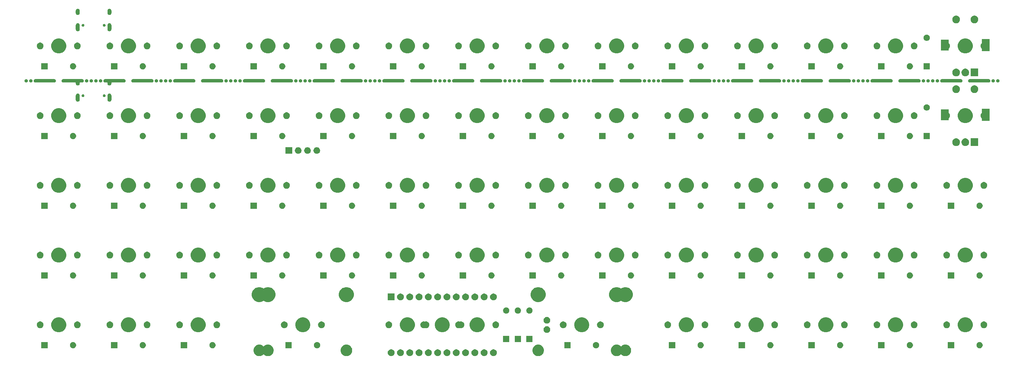
<source format=gts>
G04 #@! TF.GenerationSoftware,KiCad,Pcbnew,(5.1.5)-3*
G04 #@! TF.CreationDate,2020-12-30T13:43:59+08:00*
G04 #@! TF.ProjectId,45ortho,34356f72-7468-46f2-9e6b-696361645f70,rev?*
G04 #@! TF.SameCoordinates,Original*
G04 #@! TF.FileFunction,Soldermask,Top*
G04 #@! TF.FilePolarity,Negative*
%FSLAX46Y46*%
G04 Gerber Fmt 4.6, Leading zero omitted, Abs format (unit mm)*
G04 Created by KiCad (PCBNEW (5.1.5)-3) date 2020-12-30 13:43:59*
%MOMM*%
%LPD*%
G04 APERTURE LIST*
%ADD10C,0.100000*%
G04 APERTURE END LIST*
D10*
G36*
X241607267Y-151490263D02*
G01*
X241759411Y-151520526D01*
X241878137Y-151569704D01*
X242046041Y-151639252D01*
X242046042Y-151639253D01*
X242304004Y-151811617D01*
X242402243Y-151909856D01*
X242421179Y-151925396D01*
X242442790Y-151936947D01*
X242466239Y-151944060D01*
X242490625Y-151946462D01*
X242515011Y-151944060D01*
X242538460Y-151936947D01*
X242560071Y-151925396D01*
X242579007Y-151909856D01*
X242677246Y-151811617D01*
X242935208Y-151639253D01*
X242935209Y-151639252D01*
X243103113Y-151569704D01*
X243221839Y-151520526D01*
X243373983Y-151490263D01*
X243526125Y-151460000D01*
X243836375Y-151460000D01*
X243988517Y-151490263D01*
X244140661Y-151520526D01*
X244259387Y-151569704D01*
X244427291Y-151639252D01*
X244427292Y-151639253D01*
X244685254Y-151811617D01*
X244904633Y-152030996D01*
X245019803Y-152203361D01*
X245076998Y-152288959D01*
X245195724Y-152575590D01*
X245256250Y-152879875D01*
X245256250Y-153190125D01*
X245195724Y-153494410D01*
X245076998Y-153781041D01*
X245076997Y-153781042D01*
X244904633Y-154039004D01*
X244685254Y-154258383D01*
X244512889Y-154373553D01*
X244427291Y-154430748D01*
X244279987Y-154491763D01*
X244140661Y-154549474D01*
X244079372Y-154561665D01*
X243836375Y-154610000D01*
X243526125Y-154610000D01*
X243283128Y-154561665D01*
X243221839Y-154549474D01*
X243082513Y-154491763D01*
X242935209Y-154430748D01*
X242849611Y-154373553D01*
X242677246Y-154258383D01*
X242579007Y-154160144D01*
X242560071Y-154144604D01*
X242538460Y-154133053D01*
X242515011Y-154125940D01*
X242490625Y-154123538D01*
X242466239Y-154125940D01*
X242442790Y-154133053D01*
X242421179Y-154144604D01*
X242402243Y-154160144D01*
X242304004Y-154258383D01*
X242131639Y-154373553D01*
X242046041Y-154430748D01*
X241898737Y-154491763D01*
X241759411Y-154549474D01*
X241698122Y-154561665D01*
X241455125Y-154610000D01*
X241144875Y-154610000D01*
X240901878Y-154561665D01*
X240840589Y-154549474D01*
X240701263Y-154491763D01*
X240553959Y-154430748D01*
X240468361Y-154373553D01*
X240295996Y-154258383D01*
X240076617Y-154039004D01*
X239904253Y-153781042D01*
X239904252Y-153781041D01*
X239785526Y-153494410D01*
X239725000Y-153190125D01*
X239725000Y-152879875D01*
X239785526Y-152575590D01*
X239904252Y-152288959D01*
X239961447Y-152203361D01*
X240076617Y-152030996D01*
X240295996Y-151811617D01*
X240553958Y-151639253D01*
X240553959Y-151639252D01*
X240721863Y-151569704D01*
X240840589Y-151520526D01*
X240992733Y-151490263D01*
X241144875Y-151460000D01*
X241455125Y-151460000D01*
X241607267Y-151490263D01*
G37*
G36*
X220176017Y-151490263D02*
G01*
X220328161Y-151520526D01*
X220446887Y-151569704D01*
X220614791Y-151639252D01*
X220614792Y-151639253D01*
X220872754Y-151811617D01*
X221092133Y-152030996D01*
X221207303Y-152203361D01*
X221264498Y-152288959D01*
X221383224Y-152575590D01*
X221443750Y-152879875D01*
X221443750Y-153190125D01*
X221383224Y-153494410D01*
X221264498Y-153781041D01*
X221264497Y-153781042D01*
X221092133Y-154039004D01*
X220872754Y-154258383D01*
X220700389Y-154373553D01*
X220614791Y-154430748D01*
X220467487Y-154491763D01*
X220328161Y-154549474D01*
X220266872Y-154561665D01*
X220023875Y-154610000D01*
X219713625Y-154610000D01*
X219470628Y-154561665D01*
X219409339Y-154549474D01*
X219270013Y-154491763D01*
X219122709Y-154430748D01*
X219037111Y-154373553D01*
X218864746Y-154258383D01*
X218645367Y-154039004D01*
X218473003Y-153781042D01*
X218473002Y-153781041D01*
X218354276Y-153494410D01*
X218293750Y-153190125D01*
X218293750Y-152879875D01*
X218354276Y-152575590D01*
X218473002Y-152288959D01*
X218530197Y-152203361D01*
X218645367Y-152030996D01*
X218864746Y-151811617D01*
X219122708Y-151639253D01*
X219122709Y-151639252D01*
X219290613Y-151569704D01*
X219409339Y-151520526D01*
X219561483Y-151490263D01*
X219713625Y-151460000D01*
X220023875Y-151460000D01*
X220176017Y-151490263D01*
G37*
G36*
X143976017Y-151490263D02*
G01*
X144128161Y-151520526D01*
X144246887Y-151569704D01*
X144414791Y-151639252D01*
X144414792Y-151639253D01*
X144672754Y-151811617D01*
X144770993Y-151909856D01*
X144789929Y-151925396D01*
X144811540Y-151936947D01*
X144834989Y-151944060D01*
X144859375Y-151946462D01*
X144883761Y-151944060D01*
X144907210Y-151936947D01*
X144928821Y-151925396D01*
X144947757Y-151909856D01*
X145045996Y-151811617D01*
X145303958Y-151639253D01*
X145303959Y-151639252D01*
X145471863Y-151569704D01*
X145590589Y-151520526D01*
X145742733Y-151490263D01*
X145894875Y-151460000D01*
X146205125Y-151460000D01*
X146357267Y-151490263D01*
X146509411Y-151520526D01*
X146628137Y-151569704D01*
X146796041Y-151639252D01*
X146796042Y-151639253D01*
X147054004Y-151811617D01*
X147273383Y-152030996D01*
X147388553Y-152203361D01*
X147445748Y-152288959D01*
X147564474Y-152575590D01*
X147625000Y-152879875D01*
X147625000Y-153190125D01*
X147564474Y-153494410D01*
X147445748Y-153781041D01*
X147445747Y-153781042D01*
X147273383Y-154039004D01*
X147054004Y-154258383D01*
X146881639Y-154373553D01*
X146796041Y-154430748D01*
X146648737Y-154491763D01*
X146509411Y-154549474D01*
X146448122Y-154561665D01*
X146205125Y-154610000D01*
X145894875Y-154610000D01*
X145651878Y-154561665D01*
X145590589Y-154549474D01*
X145451263Y-154491763D01*
X145303959Y-154430748D01*
X145218361Y-154373553D01*
X145045996Y-154258383D01*
X144947757Y-154160144D01*
X144928821Y-154144604D01*
X144907210Y-154133053D01*
X144883761Y-154125940D01*
X144859375Y-154123538D01*
X144834989Y-154125940D01*
X144811540Y-154133053D01*
X144789929Y-154144604D01*
X144770993Y-154160144D01*
X144672754Y-154258383D01*
X144500389Y-154373553D01*
X144414791Y-154430748D01*
X144267487Y-154491763D01*
X144128161Y-154549474D01*
X144066872Y-154561665D01*
X143823875Y-154610000D01*
X143513625Y-154610000D01*
X143270628Y-154561665D01*
X143209339Y-154549474D01*
X143070013Y-154491763D01*
X142922709Y-154430748D01*
X142837111Y-154373553D01*
X142664746Y-154258383D01*
X142445367Y-154039004D01*
X142273003Y-153781042D01*
X142273002Y-153781041D01*
X142154276Y-153494410D01*
X142093750Y-153190125D01*
X142093750Y-152879875D01*
X142154276Y-152575590D01*
X142273002Y-152288959D01*
X142330197Y-152203361D01*
X142445367Y-152030996D01*
X142664746Y-151811617D01*
X142922708Y-151639253D01*
X142922709Y-151639252D01*
X143090613Y-151569704D01*
X143209339Y-151520526D01*
X143361483Y-151490263D01*
X143513625Y-151460000D01*
X143823875Y-151460000D01*
X143976017Y-151490263D01*
G37*
G36*
X167788517Y-151490263D02*
G01*
X167940661Y-151520526D01*
X168059387Y-151569704D01*
X168227291Y-151639252D01*
X168227292Y-151639253D01*
X168485254Y-151811617D01*
X168704633Y-152030996D01*
X168819803Y-152203361D01*
X168876998Y-152288959D01*
X168995724Y-152575590D01*
X169056250Y-152879875D01*
X169056250Y-153190125D01*
X168995724Y-153494410D01*
X168876998Y-153781041D01*
X168876997Y-153781042D01*
X168704633Y-154039004D01*
X168485254Y-154258383D01*
X168312889Y-154373553D01*
X168227291Y-154430748D01*
X168079987Y-154491763D01*
X167940661Y-154549474D01*
X167879372Y-154561665D01*
X167636375Y-154610000D01*
X167326125Y-154610000D01*
X167083128Y-154561665D01*
X167021839Y-154549474D01*
X166882513Y-154491763D01*
X166735209Y-154430748D01*
X166649611Y-154373553D01*
X166477246Y-154258383D01*
X166257867Y-154039004D01*
X166085503Y-153781042D01*
X166085502Y-153781041D01*
X165966776Y-153494410D01*
X165906250Y-153190125D01*
X165906250Y-152879875D01*
X165966776Y-152575590D01*
X166085502Y-152288959D01*
X166142697Y-152203361D01*
X166257867Y-152030996D01*
X166477246Y-151811617D01*
X166735208Y-151639253D01*
X166735209Y-151639252D01*
X166903113Y-151569704D01*
X167021839Y-151520526D01*
X167173983Y-151490263D01*
X167326125Y-151460000D01*
X167636375Y-151460000D01*
X167788517Y-151490263D01*
G37*
G36*
X202835483Y-152778335D02*
G01*
X203004240Y-152848236D01*
X203156118Y-152949718D01*
X203285282Y-153078882D01*
X203386764Y-153230760D01*
X203456665Y-153399517D01*
X203492300Y-153578668D01*
X203492300Y-153761332D01*
X203456665Y-153940483D01*
X203386764Y-154109240D01*
X203285282Y-154261118D01*
X203156118Y-154390282D01*
X203004240Y-154491764D01*
X202835483Y-154561665D01*
X202656332Y-154597300D01*
X202473668Y-154597300D01*
X202294517Y-154561665D01*
X202125760Y-154491764D01*
X201973882Y-154390282D01*
X201844718Y-154261118D01*
X201743236Y-154109240D01*
X201673335Y-153940483D01*
X201637700Y-153761332D01*
X201637700Y-153578668D01*
X201673335Y-153399517D01*
X201743236Y-153230760D01*
X201844718Y-153078882D01*
X201973882Y-152949718D01*
X202125760Y-152848236D01*
X202294517Y-152778335D01*
X202473668Y-152742700D01*
X202656332Y-152742700D01*
X202835483Y-152778335D01*
G37*
G36*
X200295483Y-152778335D02*
G01*
X200464240Y-152848236D01*
X200616118Y-152949718D01*
X200745282Y-153078882D01*
X200846764Y-153230760D01*
X200916665Y-153399517D01*
X200952300Y-153578668D01*
X200952300Y-153761332D01*
X200916665Y-153940483D01*
X200846764Y-154109240D01*
X200745282Y-154261118D01*
X200616118Y-154390282D01*
X200464240Y-154491764D01*
X200295483Y-154561665D01*
X200116332Y-154597300D01*
X199933668Y-154597300D01*
X199754517Y-154561665D01*
X199585760Y-154491764D01*
X199433882Y-154390282D01*
X199304718Y-154261118D01*
X199203236Y-154109240D01*
X199133335Y-153940483D01*
X199097700Y-153761332D01*
X199097700Y-153578668D01*
X199133335Y-153399517D01*
X199203236Y-153230760D01*
X199304718Y-153078882D01*
X199433882Y-152949718D01*
X199585760Y-152848236D01*
X199754517Y-152778335D01*
X199933668Y-152742700D01*
X200116332Y-152742700D01*
X200295483Y-152778335D01*
G37*
G36*
X197755483Y-152778335D02*
G01*
X197924240Y-152848236D01*
X198076118Y-152949718D01*
X198205282Y-153078882D01*
X198306764Y-153230760D01*
X198376665Y-153399517D01*
X198412300Y-153578668D01*
X198412300Y-153761332D01*
X198376665Y-153940483D01*
X198306764Y-154109240D01*
X198205282Y-154261118D01*
X198076118Y-154390282D01*
X197924240Y-154491764D01*
X197755483Y-154561665D01*
X197576332Y-154597300D01*
X197393668Y-154597300D01*
X197214517Y-154561665D01*
X197045760Y-154491764D01*
X196893882Y-154390282D01*
X196764718Y-154261118D01*
X196663236Y-154109240D01*
X196593335Y-153940483D01*
X196557700Y-153761332D01*
X196557700Y-153578668D01*
X196593335Y-153399517D01*
X196663236Y-153230760D01*
X196764718Y-153078882D01*
X196893882Y-152949718D01*
X197045760Y-152848236D01*
X197214517Y-152778335D01*
X197393668Y-152742700D01*
X197576332Y-152742700D01*
X197755483Y-152778335D01*
G37*
G36*
X195215483Y-152778335D02*
G01*
X195384240Y-152848236D01*
X195536118Y-152949718D01*
X195665282Y-153078882D01*
X195766764Y-153230760D01*
X195836665Y-153399517D01*
X195872300Y-153578668D01*
X195872300Y-153761332D01*
X195836665Y-153940483D01*
X195766764Y-154109240D01*
X195665282Y-154261118D01*
X195536118Y-154390282D01*
X195384240Y-154491764D01*
X195215483Y-154561665D01*
X195036332Y-154597300D01*
X194853668Y-154597300D01*
X194674517Y-154561665D01*
X194505760Y-154491764D01*
X194353882Y-154390282D01*
X194224718Y-154261118D01*
X194123236Y-154109240D01*
X194053335Y-153940483D01*
X194017700Y-153761332D01*
X194017700Y-153578668D01*
X194053335Y-153399517D01*
X194123236Y-153230760D01*
X194224718Y-153078882D01*
X194353882Y-152949718D01*
X194505760Y-152848236D01*
X194674517Y-152778335D01*
X194853668Y-152742700D01*
X195036332Y-152742700D01*
X195215483Y-152778335D01*
G37*
G36*
X192675483Y-152778335D02*
G01*
X192844240Y-152848236D01*
X192996118Y-152949718D01*
X193125282Y-153078882D01*
X193226764Y-153230760D01*
X193296665Y-153399517D01*
X193332300Y-153578668D01*
X193332300Y-153761332D01*
X193296665Y-153940483D01*
X193226764Y-154109240D01*
X193125282Y-154261118D01*
X192996118Y-154390282D01*
X192844240Y-154491764D01*
X192675483Y-154561665D01*
X192496332Y-154597300D01*
X192313668Y-154597300D01*
X192134517Y-154561665D01*
X191965760Y-154491764D01*
X191813882Y-154390282D01*
X191684718Y-154261118D01*
X191583236Y-154109240D01*
X191513335Y-153940483D01*
X191477700Y-153761332D01*
X191477700Y-153578668D01*
X191513335Y-153399517D01*
X191583236Y-153230760D01*
X191684718Y-153078882D01*
X191813882Y-152949718D01*
X191965760Y-152848236D01*
X192134517Y-152778335D01*
X192313668Y-152742700D01*
X192496332Y-152742700D01*
X192675483Y-152778335D01*
G37*
G36*
X190135483Y-152778335D02*
G01*
X190304240Y-152848236D01*
X190456118Y-152949718D01*
X190585282Y-153078882D01*
X190686764Y-153230760D01*
X190756665Y-153399517D01*
X190792300Y-153578668D01*
X190792300Y-153761332D01*
X190756665Y-153940483D01*
X190686764Y-154109240D01*
X190585282Y-154261118D01*
X190456118Y-154390282D01*
X190304240Y-154491764D01*
X190135483Y-154561665D01*
X189956332Y-154597300D01*
X189773668Y-154597300D01*
X189594517Y-154561665D01*
X189425760Y-154491764D01*
X189273882Y-154390282D01*
X189144718Y-154261118D01*
X189043236Y-154109240D01*
X188973335Y-153940483D01*
X188937700Y-153761332D01*
X188937700Y-153578668D01*
X188973335Y-153399517D01*
X189043236Y-153230760D01*
X189144718Y-153078882D01*
X189273882Y-152949718D01*
X189425760Y-152848236D01*
X189594517Y-152778335D01*
X189773668Y-152742700D01*
X189956332Y-152742700D01*
X190135483Y-152778335D01*
G37*
G36*
X187595483Y-152778335D02*
G01*
X187764240Y-152848236D01*
X187916118Y-152949718D01*
X188045282Y-153078882D01*
X188146764Y-153230760D01*
X188216665Y-153399517D01*
X188252300Y-153578668D01*
X188252300Y-153761332D01*
X188216665Y-153940483D01*
X188146764Y-154109240D01*
X188045282Y-154261118D01*
X187916118Y-154390282D01*
X187764240Y-154491764D01*
X187595483Y-154561665D01*
X187416332Y-154597300D01*
X187233668Y-154597300D01*
X187054517Y-154561665D01*
X186885760Y-154491764D01*
X186733882Y-154390282D01*
X186604718Y-154261118D01*
X186503236Y-154109240D01*
X186433335Y-153940483D01*
X186397700Y-153761332D01*
X186397700Y-153578668D01*
X186433335Y-153399517D01*
X186503236Y-153230760D01*
X186604718Y-153078882D01*
X186733882Y-152949718D01*
X186885760Y-152848236D01*
X187054517Y-152778335D01*
X187233668Y-152742700D01*
X187416332Y-152742700D01*
X187595483Y-152778335D01*
G37*
G36*
X182515483Y-152778335D02*
G01*
X182684240Y-152848236D01*
X182836118Y-152949718D01*
X182965282Y-153078882D01*
X183066764Y-153230760D01*
X183136665Y-153399517D01*
X183172300Y-153578668D01*
X183172300Y-153761332D01*
X183136665Y-153940483D01*
X183066764Y-154109240D01*
X182965282Y-154261118D01*
X182836118Y-154390282D01*
X182684240Y-154491764D01*
X182515483Y-154561665D01*
X182336332Y-154597300D01*
X182153668Y-154597300D01*
X181974517Y-154561665D01*
X181805760Y-154491764D01*
X181653882Y-154390282D01*
X181524718Y-154261118D01*
X181423236Y-154109240D01*
X181353335Y-153940483D01*
X181317700Y-153761332D01*
X181317700Y-153578668D01*
X181353335Y-153399517D01*
X181423236Y-153230760D01*
X181524718Y-153078882D01*
X181653882Y-152949718D01*
X181805760Y-152848236D01*
X181974517Y-152778335D01*
X182153668Y-152742700D01*
X182336332Y-152742700D01*
X182515483Y-152778335D01*
G37*
G36*
X179975483Y-152778335D02*
G01*
X180144240Y-152848236D01*
X180296118Y-152949718D01*
X180425282Y-153078882D01*
X180526764Y-153230760D01*
X180596665Y-153399517D01*
X180632300Y-153578668D01*
X180632300Y-153761332D01*
X180596665Y-153940483D01*
X180526764Y-154109240D01*
X180425282Y-154261118D01*
X180296118Y-154390282D01*
X180144240Y-154491764D01*
X179975483Y-154561665D01*
X179796332Y-154597300D01*
X179613668Y-154597300D01*
X179434517Y-154561665D01*
X179265760Y-154491764D01*
X179113882Y-154390282D01*
X178984718Y-154261118D01*
X178883236Y-154109240D01*
X178813335Y-153940483D01*
X178777700Y-153761332D01*
X178777700Y-153578668D01*
X178813335Y-153399517D01*
X178883236Y-153230760D01*
X178984718Y-153078882D01*
X179113882Y-152949718D01*
X179265760Y-152848236D01*
X179434517Y-152778335D01*
X179613668Y-152742700D01*
X179796332Y-152742700D01*
X179975483Y-152778335D01*
G37*
G36*
X207915483Y-152778335D02*
G01*
X208084240Y-152848236D01*
X208236118Y-152949718D01*
X208365282Y-153078882D01*
X208466764Y-153230760D01*
X208536665Y-153399517D01*
X208572300Y-153578668D01*
X208572300Y-153761332D01*
X208536665Y-153940483D01*
X208466764Y-154109240D01*
X208365282Y-154261118D01*
X208236118Y-154390282D01*
X208084240Y-154491764D01*
X207915483Y-154561665D01*
X207736332Y-154597300D01*
X207553668Y-154597300D01*
X207374517Y-154561665D01*
X207205760Y-154491764D01*
X207053882Y-154390282D01*
X206924718Y-154261118D01*
X206823236Y-154109240D01*
X206753335Y-153940483D01*
X206717700Y-153761332D01*
X206717700Y-153578668D01*
X206753335Y-153399517D01*
X206823236Y-153230760D01*
X206924718Y-153078882D01*
X207053882Y-152949718D01*
X207205760Y-152848236D01*
X207374517Y-152778335D01*
X207553668Y-152742700D01*
X207736332Y-152742700D01*
X207915483Y-152778335D01*
G37*
G36*
X185055483Y-152778335D02*
G01*
X185224240Y-152848236D01*
X185376118Y-152949718D01*
X185505282Y-153078882D01*
X185606764Y-153230760D01*
X185676665Y-153399517D01*
X185712300Y-153578668D01*
X185712300Y-153761332D01*
X185676665Y-153940483D01*
X185606764Y-154109240D01*
X185505282Y-154261118D01*
X185376118Y-154390282D01*
X185224240Y-154491764D01*
X185055483Y-154561665D01*
X184876332Y-154597300D01*
X184693668Y-154597300D01*
X184514517Y-154561665D01*
X184345760Y-154491764D01*
X184193882Y-154390282D01*
X184064718Y-154261118D01*
X183963236Y-154109240D01*
X183893335Y-153940483D01*
X183857700Y-153761332D01*
X183857700Y-153578668D01*
X183893335Y-153399517D01*
X183963236Y-153230760D01*
X184064718Y-153078882D01*
X184193882Y-152949718D01*
X184345760Y-152848236D01*
X184514517Y-152778335D01*
X184693668Y-152742700D01*
X184876332Y-152742700D01*
X185055483Y-152778335D01*
G37*
G36*
X205375483Y-152778335D02*
G01*
X205544240Y-152848236D01*
X205696118Y-152949718D01*
X205825282Y-153078882D01*
X205926764Y-153230760D01*
X205996665Y-153399517D01*
X206032300Y-153578668D01*
X206032300Y-153761332D01*
X205996665Y-153940483D01*
X205926764Y-154109240D01*
X205825282Y-154261118D01*
X205696118Y-154390282D01*
X205544240Y-154491764D01*
X205375483Y-154561665D01*
X205196332Y-154597300D01*
X205013668Y-154597300D01*
X204834517Y-154561665D01*
X204665760Y-154491764D01*
X204513882Y-154390282D01*
X204384718Y-154261118D01*
X204283236Y-154109240D01*
X204213335Y-153940483D01*
X204177700Y-153761332D01*
X204177700Y-153578668D01*
X204213335Y-153399517D01*
X204283236Y-153230760D01*
X204384718Y-153078882D01*
X204513882Y-152949718D01*
X204665760Y-152848236D01*
X204834517Y-152778335D01*
X205013668Y-152742700D01*
X205196332Y-152742700D01*
X205375483Y-152778335D01*
G37*
G36*
X104901000Y-152457250D02*
G01*
X103199000Y-152457250D01*
X103199000Y-150755250D01*
X104901000Y-150755250D01*
X104901000Y-152457250D01*
G37*
G36*
X112098228Y-150787953D02*
G01*
X112253100Y-150852103D01*
X112392481Y-150945235D01*
X112511015Y-151063769D01*
X112604147Y-151203150D01*
X112668297Y-151358022D01*
X112701000Y-151522434D01*
X112701000Y-151690066D01*
X112668297Y-151854478D01*
X112604147Y-152009350D01*
X112511015Y-152148731D01*
X112392481Y-152267265D01*
X112253100Y-152360397D01*
X112098228Y-152424547D01*
X111933816Y-152457250D01*
X111766184Y-152457250D01*
X111601772Y-152424547D01*
X111446900Y-152360397D01*
X111307519Y-152267265D01*
X111188985Y-152148731D01*
X111095853Y-152009350D01*
X111031703Y-151854478D01*
X110999000Y-151690066D01*
X110999000Y-151522434D01*
X111031703Y-151358022D01*
X111095853Y-151203150D01*
X111188985Y-151063769D01*
X111307519Y-150945235D01*
X111446900Y-150852103D01*
X111601772Y-150787953D01*
X111766184Y-150755250D01*
X111933816Y-150755250D01*
X112098228Y-150787953D01*
G37*
G36*
X123951000Y-152457250D02*
G01*
X122249000Y-152457250D01*
X122249000Y-150755250D01*
X123951000Y-150755250D01*
X123951000Y-152457250D01*
G37*
G36*
X131148228Y-150787953D02*
G01*
X131303100Y-150852103D01*
X131442481Y-150945235D01*
X131561015Y-151063769D01*
X131654147Y-151203150D01*
X131718297Y-151358022D01*
X131751000Y-151522434D01*
X131751000Y-151690066D01*
X131718297Y-151854478D01*
X131654147Y-152009350D01*
X131561015Y-152148731D01*
X131442481Y-152267265D01*
X131303100Y-152360397D01*
X131148228Y-152424547D01*
X130983816Y-152457250D01*
X130816184Y-152457250D01*
X130651772Y-152424547D01*
X130496900Y-152360397D01*
X130357519Y-152267265D01*
X130238985Y-152148731D01*
X130145853Y-152009350D01*
X130081703Y-151854478D01*
X130049000Y-151690066D01*
X130049000Y-151522434D01*
X130081703Y-151358022D01*
X130145853Y-151203150D01*
X130238985Y-151063769D01*
X130357519Y-150945235D01*
X130496900Y-150852103D01*
X130651772Y-150787953D01*
X130816184Y-150755250D01*
X130983816Y-150755250D01*
X131148228Y-150787953D01*
G37*
G36*
X152526000Y-152457250D02*
G01*
X150824000Y-152457250D01*
X150824000Y-150755250D01*
X152526000Y-150755250D01*
X152526000Y-152457250D01*
G37*
G36*
X159723228Y-150787953D02*
G01*
X159878100Y-150852103D01*
X160017481Y-150945235D01*
X160136015Y-151063769D01*
X160229147Y-151203150D01*
X160293297Y-151358022D01*
X160326000Y-151522434D01*
X160326000Y-151690066D01*
X160293297Y-151854478D01*
X160229147Y-152009350D01*
X160136015Y-152148731D01*
X160017481Y-152267265D01*
X159878100Y-152360397D01*
X159723228Y-152424547D01*
X159558816Y-152457250D01*
X159391184Y-152457250D01*
X159226772Y-152424547D01*
X159071900Y-152360397D01*
X158932519Y-152267265D01*
X158813985Y-152148731D01*
X158720853Y-152009350D01*
X158656703Y-151854478D01*
X158624000Y-151690066D01*
X158624000Y-151522434D01*
X158656703Y-151358022D01*
X158720853Y-151203150D01*
X158813985Y-151063769D01*
X158932519Y-150945235D01*
X159071900Y-150852103D01*
X159226772Y-150787953D01*
X159391184Y-150755250D01*
X159558816Y-150755250D01*
X159723228Y-150787953D01*
G37*
G36*
X228726000Y-152457250D02*
G01*
X227024000Y-152457250D01*
X227024000Y-150755250D01*
X228726000Y-150755250D01*
X228726000Y-152457250D01*
G37*
G36*
X235923228Y-150787953D02*
G01*
X236078100Y-150852103D01*
X236217481Y-150945235D01*
X236336015Y-151063769D01*
X236429147Y-151203150D01*
X236493297Y-151358022D01*
X236526000Y-151522434D01*
X236526000Y-151690066D01*
X236493297Y-151854478D01*
X236429147Y-152009350D01*
X236336015Y-152148731D01*
X236217481Y-152267265D01*
X236078100Y-152360397D01*
X235923228Y-152424547D01*
X235758816Y-152457250D01*
X235591184Y-152457250D01*
X235426772Y-152424547D01*
X235271900Y-152360397D01*
X235132519Y-152267265D01*
X235013985Y-152148731D01*
X234920853Y-152009350D01*
X234856703Y-151854478D01*
X234824000Y-151690066D01*
X234824000Y-151522434D01*
X234856703Y-151358022D01*
X234920853Y-151203150D01*
X235013985Y-151063769D01*
X235132519Y-150945235D01*
X235271900Y-150852103D01*
X235426772Y-150787953D01*
X235591184Y-150755250D01*
X235758816Y-150755250D01*
X235923228Y-150787953D01*
G37*
G36*
X257301000Y-152457250D02*
G01*
X255599000Y-152457250D01*
X255599000Y-150755250D01*
X257301000Y-150755250D01*
X257301000Y-152457250D01*
G37*
G36*
X264498228Y-150787953D02*
G01*
X264653100Y-150852103D01*
X264792481Y-150945235D01*
X264911015Y-151063769D01*
X265004147Y-151203150D01*
X265068297Y-151358022D01*
X265101000Y-151522434D01*
X265101000Y-151690066D01*
X265068297Y-151854478D01*
X265004147Y-152009350D01*
X264911015Y-152148731D01*
X264792481Y-152267265D01*
X264653100Y-152360397D01*
X264498228Y-152424547D01*
X264333816Y-152457250D01*
X264166184Y-152457250D01*
X264001772Y-152424547D01*
X263846900Y-152360397D01*
X263707519Y-152267265D01*
X263588985Y-152148731D01*
X263495853Y-152009350D01*
X263431703Y-151854478D01*
X263399000Y-151690066D01*
X263399000Y-151522434D01*
X263431703Y-151358022D01*
X263495853Y-151203150D01*
X263588985Y-151063769D01*
X263707519Y-150945235D01*
X263846900Y-150852103D01*
X264001772Y-150787953D01*
X264166184Y-150755250D01*
X264333816Y-150755250D01*
X264498228Y-150787953D01*
G37*
G36*
X93048228Y-150787953D02*
G01*
X93203100Y-150852103D01*
X93342481Y-150945235D01*
X93461015Y-151063769D01*
X93554147Y-151203150D01*
X93618297Y-151358022D01*
X93651000Y-151522434D01*
X93651000Y-151690066D01*
X93618297Y-151854478D01*
X93554147Y-152009350D01*
X93461015Y-152148731D01*
X93342481Y-152267265D01*
X93203100Y-152360397D01*
X93048228Y-152424547D01*
X92883816Y-152457250D01*
X92716184Y-152457250D01*
X92551772Y-152424547D01*
X92396900Y-152360397D01*
X92257519Y-152267265D01*
X92138985Y-152148731D01*
X92045853Y-152009350D01*
X91981703Y-151854478D01*
X91949000Y-151690066D01*
X91949000Y-151522434D01*
X91981703Y-151358022D01*
X92045853Y-151203150D01*
X92138985Y-151063769D01*
X92257519Y-150945235D01*
X92396900Y-150852103D01*
X92551772Y-150787953D01*
X92716184Y-150755250D01*
X92883816Y-150755250D01*
X93048228Y-150787953D01*
G37*
G36*
X333501000Y-152457250D02*
G01*
X331799000Y-152457250D01*
X331799000Y-150755250D01*
X333501000Y-150755250D01*
X333501000Y-152457250D01*
G37*
G36*
X340698228Y-150787953D02*
G01*
X340853100Y-150852103D01*
X340992481Y-150945235D01*
X341111015Y-151063769D01*
X341204147Y-151203150D01*
X341268297Y-151358022D01*
X341301000Y-151522434D01*
X341301000Y-151690066D01*
X341268297Y-151854478D01*
X341204147Y-152009350D01*
X341111015Y-152148731D01*
X340992481Y-152267265D01*
X340853100Y-152360397D01*
X340698228Y-152424547D01*
X340533816Y-152457250D01*
X340366184Y-152457250D01*
X340201772Y-152424547D01*
X340046900Y-152360397D01*
X339907519Y-152267265D01*
X339788985Y-152148731D01*
X339695853Y-152009350D01*
X339631703Y-151854478D01*
X339599000Y-151690066D01*
X339599000Y-151522434D01*
X339631703Y-151358022D01*
X339695853Y-151203150D01*
X339788985Y-151063769D01*
X339907519Y-150945235D01*
X340046900Y-150852103D01*
X340201772Y-150787953D01*
X340366184Y-150755250D01*
X340533816Y-150755250D01*
X340698228Y-150787953D01*
G37*
G36*
X276351000Y-152457250D02*
G01*
X274649000Y-152457250D01*
X274649000Y-150755250D01*
X276351000Y-150755250D01*
X276351000Y-152457250D01*
G37*
G36*
X302598228Y-150787953D02*
G01*
X302753100Y-150852103D01*
X302892481Y-150945235D01*
X303011015Y-151063769D01*
X303104147Y-151203150D01*
X303168297Y-151358022D01*
X303201000Y-151522434D01*
X303201000Y-151690066D01*
X303168297Y-151854478D01*
X303104147Y-152009350D01*
X303011015Y-152148731D01*
X302892481Y-152267265D01*
X302753100Y-152360397D01*
X302598228Y-152424547D01*
X302433816Y-152457250D01*
X302266184Y-152457250D01*
X302101772Y-152424547D01*
X301946900Y-152360397D01*
X301807519Y-152267265D01*
X301688985Y-152148731D01*
X301595853Y-152009350D01*
X301531703Y-151854478D01*
X301499000Y-151690066D01*
X301499000Y-151522434D01*
X301531703Y-151358022D01*
X301595853Y-151203150D01*
X301688985Y-151063769D01*
X301807519Y-150945235D01*
X301946900Y-150852103D01*
X302101772Y-150787953D01*
X302266184Y-150755250D01*
X302433816Y-150755250D01*
X302598228Y-150787953D01*
G37*
G36*
X295401000Y-152457250D02*
G01*
X293699000Y-152457250D01*
X293699000Y-150755250D01*
X295401000Y-150755250D01*
X295401000Y-152457250D01*
G37*
G36*
X321648228Y-150787953D02*
G01*
X321803100Y-150852103D01*
X321942481Y-150945235D01*
X322061015Y-151063769D01*
X322154147Y-151203150D01*
X322218297Y-151358022D01*
X322251000Y-151522434D01*
X322251000Y-151690066D01*
X322218297Y-151854478D01*
X322154147Y-152009350D01*
X322061015Y-152148731D01*
X321942481Y-152267265D01*
X321803100Y-152360397D01*
X321648228Y-152424547D01*
X321483816Y-152457250D01*
X321316184Y-152457250D01*
X321151772Y-152424547D01*
X320996900Y-152360397D01*
X320857519Y-152267265D01*
X320738985Y-152148731D01*
X320645853Y-152009350D01*
X320581703Y-151854478D01*
X320549000Y-151690066D01*
X320549000Y-151522434D01*
X320581703Y-151358022D01*
X320645853Y-151203150D01*
X320738985Y-151063769D01*
X320857519Y-150945235D01*
X320996900Y-150852103D01*
X321151772Y-150787953D01*
X321316184Y-150755250D01*
X321483816Y-150755250D01*
X321648228Y-150787953D01*
G37*
G36*
X283548228Y-150787953D02*
G01*
X283703100Y-150852103D01*
X283842481Y-150945235D01*
X283961015Y-151063769D01*
X284054147Y-151203150D01*
X284118297Y-151358022D01*
X284151000Y-151522434D01*
X284151000Y-151690066D01*
X284118297Y-151854478D01*
X284054147Y-152009350D01*
X283961015Y-152148731D01*
X283842481Y-152267265D01*
X283703100Y-152360397D01*
X283548228Y-152424547D01*
X283383816Y-152457250D01*
X283216184Y-152457250D01*
X283051772Y-152424547D01*
X282896900Y-152360397D01*
X282757519Y-152267265D01*
X282638985Y-152148731D01*
X282545853Y-152009350D01*
X282481703Y-151854478D01*
X282449000Y-151690066D01*
X282449000Y-151522434D01*
X282481703Y-151358022D01*
X282545853Y-151203150D01*
X282638985Y-151063769D01*
X282757519Y-150945235D01*
X282896900Y-150852103D01*
X283051772Y-150787953D01*
X283216184Y-150755250D01*
X283383816Y-150755250D01*
X283548228Y-150787953D01*
G37*
G36*
X314451000Y-152457250D02*
G01*
X312749000Y-152457250D01*
X312749000Y-150755250D01*
X314451000Y-150755250D01*
X314451000Y-152457250D01*
G37*
G36*
X85851000Y-152457250D02*
G01*
X84149000Y-152457250D01*
X84149000Y-150755250D01*
X85851000Y-150755250D01*
X85851000Y-152457250D01*
G37*
G36*
X218338500Y-150801000D02*
G01*
X216636500Y-150801000D01*
X216636500Y-149099000D01*
X218338500Y-149099000D01*
X218338500Y-150801000D01*
G37*
G36*
X215163500Y-150801000D02*
G01*
X213461500Y-150801000D01*
X213461500Y-149099000D01*
X215163500Y-149099000D01*
X215163500Y-150801000D01*
G37*
G36*
X211988500Y-150801000D02*
G01*
X210286500Y-150801000D01*
X210286500Y-149099000D01*
X211988500Y-149099000D01*
X211988500Y-150801000D01*
G37*
G36*
X222363512Y-146443927D02*
G01*
X222512812Y-146473624D01*
X222676784Y-146541544D01*
X222824354Y-146640147D01*
X222949853Y-146765646D01*
X223048456Y-146913216D01*
X223116376Y-147077188D01*
X223151000Y-147251259D01*
X223151000Y-147428741D01*
X223116376Y-147602812D01*
X223048456Y-147766784D01*
X222949853Y-147914354D01*
X222824354Y-148039853D01*
X222676784Y-148138456D01*
X222512812Y-148206376D01*
X222363512Y-148236073D01*
X222338742Y-148241000D01*
X222161258Y-148241000D01*
X222136488Y-148236073D01*
X221987188Y-148206376D01*
X221823216Y-148138456D01*
X221675646Y-148039853D01*
X221550147Y-147914354D01*
X221451544Y-147766784D01*
X221383624Y-147602812D01*
X221349000Y-147428741D01*
X221349000Y-147251259D01*
X221383624Y-147077188D01*
X221451544Y-146913216D01*
X221550147Y-146765646D01*
X221675646Y-146640147D01*
X221823216Y-146541544D01*
X221987188Y-146473624D01*
X222136488Y-146443927D01*
X222161258Y-146439000D01*
X222338742Y-146439000D01*
X222363512Y-146443927D01*
G37*
G36*
X337146474Y-144083684D02*
G01*
X337364474Y-144173983D01*
X337518623Y-144237833D01*
X337853548Y-144461623D01*
X338138377Y-144746452D01*
X338362167Y-145081377D01*
X338397433Y-145166518D01*
X338516316Y-145453526D01*
X338594900Y-145848594D01*
X338594900Y-146251406D01*
X338516316Y-146646474D01*
X338465451Y-146769272D01*
X338362167Y-147018623D01*
X338138377Y-147353548D01*
X337853548Y-147638377D01*
X337518623Y-147862167D01*
X337392634Y-147914353D01*
X337146474Y-148016316D01*
X336751406Y-148094900D01*
X336348594Y-148094900D01*
X335953526Y-148016316D01*
X335707366Y-147914353D01*
X335581377Y-147862167D01*
X335246452Y-147638377D01*
X334961623Y-147353548D01*
X334737833Y-147018623D01*
X334634549Y-146769272D01*
X334583684Y-146646474D01*
X334505100Y-146251406D01*
X334505100Y-145848594D01*
X334583684Y-145453526D01*
X334702567Y-145166518D01*
X334737833Y-145081377D01*
X334961623Y-144746452D01*
X335246452Y-144461623D01*
X335581377Y-144237833D01*
X335735526Y-144173983D01*
X335953526Y-144083684D01*
X336348594Y-144005100D01*
X336751406Y-144005100D01*
X337146474Y-144083684D01*
G37*
G36*
X194271474Y-144083684D02*
G01*
X194489474Y-144173983D01*
X194643623Y-144237833D01*
X194978548Y-144461623D01*
X195263377Y-144746452D01*
X195487167Y-145081377D01*
X195522433Y-145166518D01*
X195641316Y-145453526D01*
X195719900Y-145848594D01*
X195719900Y-146251406D01*
X195641316Y-146646474D01*
X195590451Y-146769272D01*
X195487167Y-147018623D01*
X195263377Y-147353548D01*
X194978548Y-147638377D01*
X194643623Y-147862167D01*
X194517634Y-147914353D01*
X194271474Y-148016316D01*
X193876406Y-148094900D01*
X193473594Y-148094900D01*
X193078526Y-148016316D01*
X192832366Y-147914353D01*
X192706377Y-147862167D01*
X192371452Y-147638377D01*
X192086623Y-147353548D01*
X191862833Y-147018623D01*
X191759549Y-146769272D01*
X191708684Y-146646474D01*
X191630100Y-146251406D01*
X191630100Y-145848594D01*
X191708684Y-145453526D01*
X191827567Y-145166518D01*
X191862833Y-145081377D01*
X192086623Y-144746452D01*
X192371452Y-144461623D01*
X192706377Y-144237833D01*
X192860526Y-144173983D01*
X193078526Y-144083684D01*
X193473594Y-144005100D01*
X193876406Y-144005100D01*
X194271474Y-144083684D01*
G37*
G36*
X232371474Y-144083684D02*
G01*
X232589474Y-144173983D01*
X232743623Y-144237833D01*
X233078548Y-144461623D01*
X233363377Y-144746452D01*
X233587167Y-145081377D01*
X233622433Y-145166518D01*
X233741316Y-145453526D01*
X233819900Y-145848594D01*
X233819900Y-146251406D01*
X233741316Y-146646474D01*
X233690451Y-146769272D01*
X233587167Y-147018623D01*
X233363377Y-147353548D01*
X233078548Y-147638377D01*
X232743623Y-147862167D01*
X232617634Y-147914353D01*
X232371474Y-148016316D01*
X231976406Y-148094900D01*
X231573594Y-148094900D01*
X231178526Y-148016316D01*
X230932366Y-147914353D01*
X230806377Y-147862167D01*
X230471452Y-147638377D01*
X230186623Y-147353548D01*
X229962833Y-147018623D01*
X229859549Y-146769272D01*
X229808684Y-146646474D01*
X229730100Y-146251406D01*
X229730100Y-145848594D01*
X229808684Y-145453526D01*
X229927567Y-145166518D01*
X229962833Y-145081377D01*
X230186623Y-144746452D01*
X230471452Y-144461623D01*
X230806377Y-144237833D01*
X230960526Y-144173983D01*
X231178526Y-144083684D01*
X231573594Y-144005100D01*
X231976406Y-144005100D01*
X232371474Y-144083684D01*
G37*
G36*
X127596474Y-144083684D02*
G01*
X127814474Y-144173983D01*
X127968623Y-144237833D01*
X128303548Y-144461623D01*
X128588377Y-144746452D01*
X128812167Y-145081377D01*
X128847433Y-145166518D01*
X128966316Y-145453526D01*
X129044900Y-145848594D01*
X129044900Y-146251406D01*
X128966316Y-146646474D01*
X128915451Y-146769272D01*
X128812167Y-147018623D01*
X128588377Y-147353548D01*
X128303548Y-147638377D01*
X127968623Y-147862167D01*
X127842634Y-147914353D01*
X127596474Y-148016316D01*
X127201406Y-148094900D01*
X126798594Y-148094900D01*
X126403526Y-148016316D01*
X126157366Y-147914353D01*
X126031377Y-147862167D01*
X125696452Y-147638377D01*
X125411623Y-147353548D01*
X125187833Y-147018623D01*
X125084549Y-146769272D01*
X125033684Y-146646474D01*
X124955100Y-146251406D01*
X124955100Y-145848594D01*
X125033684Y-145453526D01*
X125152567Y-145166518D01*
X125187833Y-145081377D01*
X125411623Y-144746452D01*
X125696452Y-144461623D01*
X126031377Y-144237833D01*
X126185526Y-144173983D01*
X126403526Y-144083684D01*
X126798594Y-144005100D01*
X127201406Y-144005100D01*
X127596474Y-144083684D01*
G37*
G36*
X318096474Y-144083684D02*
G01*
X318314474Y-144173983D01*
X318468623Y-144237833D01*
X318803548Y-144461623D01*
X319088377Y-144746452D01*
X319312167Y-145081377D01*
X319347433Y-145166518D01*
X319466316Y-145453526D01*
X319544900Y-145848594D01*
X319544900Y-146251406D01*
X319466316Y-146646474D01*
X319415451Y-146769272D01*
X319312167Y-147018623D01*
X319088377Y-147353548D01*
X318803548Y-147638377D01*
X318468623Y-147862167D01*
X318342634Y-147914353D01*
X318096474Y-148016316D01*
X317701406Y-148094900D01*
X317298594Y-148094900D01*
X316903526Y-148016316D01*
X316657366Y-147914353D01*
X316531377Y-147862167D01*
X316196452Y-147638377D01*
X315911623Y-147353548D01*
X315687833Y-147018623D01*
X315584549Y-146769272D01*
X315533684Y-146646474D01*
X315455100Y-146251406D01*
X315455100Y-145848594D01*
X315533684Y-145453526D01*
X315652567Y-145166518D01*
X315687833Y-145081377D01*
X315911623Y-144746452D01*
X316196452Y-144461623D01*
X316531377Y-144237833D01*
X316685526Y-144173983D01*
X316903526Y-144083684D01*
X317298594Y-144005100D01*
X317701406Y-144005100D01*
X318096474Y-144083684D01*
G37*
G36*
X108546474Y-144083684D02*
G01*
X108764474Y-144173983D01*
X108918623Y-144237833D01*
X109253548Y-144461623D01*
X109538377Y-144746452D01*
X109762167Y-145081377D01*
X109797433Y-145166518D01*
X109916316Y-145453526D01*
X109994900Y-145848594D01*
X109994900Y-146251406D01*
X109916316Y-146646474D01*
X109865451Y-146769272D01*
X109762167Y-147018623D01*
X109538377Y-147353548D01*
X109253548Y-147638377D01*
X108918623Y-147862167D01*
X108792634Y-147914353D01*
X108546474Y-148016316D01*
X108151406Y-148094900D01*
X107748594Y-148094900D01*
X107353526Y-148016316D01*
X107107366Y-147914353D01*
X106981377Y-147862167D01*
X106646452Y-147638377D01*
X106361623Y-147353548D01*
X106137833Y-147018623D01*
X106034549Y-146769272D01*
X105983684Y-146646474D01*
X105905100Y-146251406D01*
X105905100Y-145848594D01*
X105983684Y-145453526D01*
X106102567Y-145166518D01*
X106137833Y-145081377D01*
X106361623Y-144746452D01*
X106646452Y-144461623D01*
X106981377Y-144237833D01*
X107135526Y-144173983D01*
X107353526Y-144083684D01*
X107748594Y-144005100D01*
X108151406Y-144005100D01*
X108546474Y-144083684D01*
G37*
G36*
X279996474Y-144083684D02*
G01*
X280214474Y-144173983D01*
X280368623Y-144237833D01*
X280703548Y-144461623D01*
X280988377Y-144746452D01*
X281212167Y-145081377D01*
X281247433Y-145166518D01*
X281366316Y-145453526D01*
X281444900Y-145848594D01*
X281444900Y-146251406D01*
X281366316Y-146646474D01*
X281315451Y-146769272D01*
X281212167Y-147018623D01*
X280988377Y-147353548D01*
X280703548Y-147638377D01*
X280368623Y-147862167D01*
X280242634Y-147914353D01*
X279996474Y-148016316D01*
X279601406Y-148094900D01*
X279198594Y-148094900D01*
X278803526Y-148016316D01*
X278557366Y-147914353D01*
X278431377Y-147862167D01*
X278096452Y-147638377D01*
X277811623Y-147353548D01*
X277587833Y-147018623D01*
X277484549Y-146769272D01*
X277433684Y-146646474D01*
X277355100Y-146251406D01*
X277355100Y-145848594D01*
X277433684Y-145453526D01*
X277552567Y-145166518D01*
X277587833Y-145081377D01*
X277811623Y-144746452D01*
X278096452Y-144461623D01*
X278431377Y-144237833D01*
X278585526Y-144173983D01*
X278803526Y-144083684D01*
X279198594Y-144005100D01*
X279601406Y-144005100D01*
X279996474Y-144083684D01*
G37*
G36*
X156171474Y-144083684D02*
G01*
X156389474Y-144173983D01*
X156543623Y-144237833D01*
X156878548Y-144461623D01*
X157163377Y-144746452D01*
X157387167Y-145081377D01*
X157422433Y-145166518D01*
X157541316Y-145453526D01*
X157619900Y-145848594D01*
X157619900Y-146251406D01*
X157541316Y-146646474D01*
X157490451Y-146769272D01*
X157387167Y-147018623D01*
X157163377Y-147353548D01*
X156878548Y-147638377D01*
X156543623Y-147862167D01*
X156417634Y-147914353D01*
X156171474Y-148016316D01*
X155776406Y-148094900D01*
X155373594Y-148094900D01*
X154978526Y-148016316D01*
X154732366Y-147914353D01*
X154606377Y-147862167D01*
X154271452Y-147638377D01*
X153986623Y-147353548D01*
X153762833Y-147018623D01*
X153659549Y-146769272D01*
X153608684Y-146646474D01*
X153530100Y-146251406D01*
X153530100Y-145848594D01*
X153608684Y-145453526D01*
X153727567Y-145166518D01*
X153762833Y-145081377D01*
X153986623Y-144746452D01*
X154271452Y-144461623D01*
X154606377Y-144237833D01*
X154760526Y-144173983D01*
X154978526Y-144083684D01*
X155373594Y-144005100D01*
X155776406Y-144005100D01*
X156171474Y-144083684D01*
G37*
G36*
X260946474Y-144083684D02*
G01*
X261164474Y-144173983D01*
X261318623Y-144237833D01*
X261653548Y-144461623D01*
X261938377Y-144746452D01*
X262162167Y-145081377D01*
X262197433Y-145166518D01*
X262316316Y-145453526D01*
X262394900Y-145848594D01*
X262394900Y-146251406D01*
X262316316Y-146646474D01*
X262265451Y-146769272D01*
X262162167Y-147018623D01*
X261938377Y-147353548D01*
X261653548Y-147638377D01*
X261318623Y-147862167D01*
X261192634Y-147914353D01*
X260946474Y-148016316D01*
X260551406Y-148094900D01*
X260148594Y-148094900D01*
X259753526Y-148016316D01*
X259507366Y-147914353D01*
X259381377Y-147862167D01*
X259046452Y-147638377D01*
X258761623Y-147353548D01*
X258537833Y-147018623D01*
X258434549Y-146769272D01*
X258383684Y-146646474D01*
X258305100Y-146251406D01*
X258305100Y-145848594D01*
X258383684Y-145453526D01*
X258502567Y-145166518D01*
X258537833Y-145081377D01*
X258761623Y-144746452D01*
X259046452Y-144461623D01*
X259381377Y-144237833D01*
X259535526Y-144173983D01*
X259753526Y-144083684D01*
X260148594Y-144005100D01*
X260551406Y-144005100D01*
X260946474Y-144083684D01*
G37*
G36*
X184746474Y-144083684D02*
G01*
X184964474Y-144173983D01*
X185118623Y-144237833D01*
X185453548Y-144461623D01*
X185738377Y-144746452D01*
X185962167Y-145081377D01*
X185997433Y-145166518D01*
X186116316Y-145453526D01*
X186194900Y-145848594D01*
X186194900Y-146251406D01*
X186116316Y-146646474D01*
X186065451Y-146769272D01*
X185962167Y-147018623D01*
X185738377Y-147353548D01*
X185453548Y-147638377D01*
X185118623Y-147862167D01*
X184992634Y-147914353D01*
X184746474Y-148016316D01*
X184351406Y-148094900D01*
X183948594Y-148094900D01*
X183553526Y-148016316D01*
X183307366Y-147914353D01*
X183181377Y-147862167D01*
X182846452Y-147638377D01*
X182561623Y-147353548D01*
X182337833Y-147018623D01*
X182234549Y-146769272D01*
X182183684Y-146646474D01*
X182105100Y-146251406D01*
X182105100Y-145848594D01*
X182183684Y-145453526D01*
X182302567Y-145166518D01*
X182337833Y-145081377D01*
X182561623Y-144746452D01*
X182846452Y-144461623D01*
X183181377Y-144237833D01*
X183335526Y-144173983D01*
X183553526Y-144083684D01*
X183948594Y-144005100D01*
X184351406Y-144005100D01*
X184746474Y-144083684D01*
G37*
G36*
X203796474Y-144083684D02*
G01*
X204014474Y-144173983D01*
X204168623Y-144237833D01*
X204503548Y-144461623D01*
X204788377Y-144746452D01*
X205012167Y-145081377D01*
X205047433Y-145166518D01*
X205166316Y-145453526D01*
X205244900Y-145848594D01*
X205244900Y-146251406D01*
X205166316Y-146646474D01*
X205115451Y-146769272D01*
X205012167Y-147018623D01*
X204788377Y-147353548D01*
X204503548Y-147638377D01*
X204168623Y-147862167D01*
X204042634Y-147914353D01*
X203796474Y-148016316D01*
X203401406Y-148094900D01*
X202998594Y-148094900D01*
X202603526Y-148016316D01*
X202357366Y-147914353D01*
X202231377Y-147862167D01*
X201896452Y-147638377D01*
X201611623Y-147353548D01*
X201387833Y-147018623D01*
X201284549Y-146769272D01*
X201233684Y-146646474D01*
X201155100Y-146251406D01*
X201155100Y-145848594D01*
X201233684Y-145453526D01*
X201352567Y-145166518D01*
X201387833Y-145081377D01*
X201611623Y-144746452D01*
X201896452Y-144461623D01*
X202231377Y-144237833D01*
X202385526Y-144173983D01*
X202603526Y-144083684D01*
X202998594Y-144005100D01*
X203401406Y-144005100D01*
X203796474Y-144083684D01*
G37*
G36*
X89496474Y-144083684D02*
G01*
X89714474Y-144173983D01*
X89868623Y-144237833D01*
X90203548Y-144461623D01*
X90488377Y-144746452D01*
X90712167Y-145081377D01*
X90747433Y-145166518D01*
X90866316Y-145453526D01*
X90944900Y-145848594D01*
X90944900Y-146251406D01*
X90866316Y-146646474D01*
X90815451Y-146769272D01*
X90712167Y-147018623D01*
X90488377Y-147353548D01*
X90203548Y-147638377D01*
X89868623Y-147862167D01*
X89742634Y-147914353D01*
X89496474Y-148016316D01*
X89101406Y-148094900D01*
X88698594Y-148094900D01*
X88303526Y-148016316D01*
X88057366Y-147914353D01*
X87931377Y-147862167D01*
X87596452Y-147638377D01*
X87311623Y-147353548D01*
X87087833Y-147018623D01*
X86984549Y-146769272D01*
X86933684Y-146646474D01*
X86855100Y-146251406D01*
X86855100Y-145848594D01*
X86933684Y-145453526D01*
X87052567Y-145166518D01*
X87087833Y-145081377D01*
X87311623Y-144746452D01*
X87596452Y-144461623D01*
X87931377Y-144237833D01*
X88085526Y-144173983D01*
X88303526Y-144083684D01*
X88698594Y-144005100D01*
X89101406Y-144005100D01*
X89496474Y-144083684D01*
G37*
G36*
X299046474Y-144083684D02*
G01*
X299264474Y-144173983D01*
X299418623Y-144237833D01*
X299753548Y-144461623D01*
X300038377Y-144746452D01*
X300262167Y-145081377D01*
X300297433Y-145166518D01*
X300416316Y-145453526D01*
X300494900Y-145848594D01*
X300494900Y-146251406D01*
X300416316Y-146646474D01*
X300365451Y-146769272D01*
X300262167Y-147018623D01*
X300038377Y-147353548D01*
X299753548Y-147638377D01*
X299418623Y-147862167D01*
X299292634Y-147914353D01*
X299046474Y-148016316D01*
X298651406Y-148094900D01*
X298248594Y-148094900D01*
X297853526Y-148016316D01*
X297607366Y-147914353D01*
X297481377Y-147862167D01*
X297146452Y-147638377D01*
X296861623Y-147353548D01*
X296637833Y-147018623D01*
X296534549Y-146769272D01*
X296483684Y-146646474D01*
X296405100Y-146251406D01*
X296405100Y-145848594D01*
X296483684Y-145453526D01*
X296602567Y-145166518D01*
X296637833Y-145081377D01*
X296861623Y-144746452D01*
X297146452Y-144461623D01*
X297481377Y-144237833D01*
X297635526Y-144173983D01*
X297853526Y-144083684D01*
X298248594Y-144005100D01*
X298651406Y-144005100D01*
X299046474Y-144083684D01*
G37*
G36*
X284750104Y-145159585D02*
G01*
X284918626Y-145229389D01*
X285070291Y-145330728D01*
X285199272Y-145459709D01*
X285300611Y-145611374D01*
X285370415Y-145779896D01*
X285406000Y-145958797D01*
X285406000Y-146141203D01*
X285370415Y-146320104D01*
X285300611Y-146488626D01*
X285199272Y-146640291D01*
X285070291Y-146769272D01*
X284918626Y-146870611D01*
X284750104Y-146940415D01*
X284571203Y-146976000D01*
X284388797Y-146976000D01*
X284209896Y-146940415D01*
X284041374Y-146870611D01*
X283889709Y-146769272D01*
X283760728Y-146640291D01*
X283659389Y-146488626D01*
X283589585Y-146320104D01*
X283554000Y-146141203D01*
X283554000Y-145958797D01*
X283589585Y-145779896D01*
X283659389Y-145611374D01*
X283760728Y-145459709D01*
X283889709Y-145330728D01*
X284041374Y-145229389D01*
X284209896Y-145159585D01*
X284388797Y-145124000D01*
X284571203Y-145124000D01*
X284750104Y-145159585D01*
G37*
G36*
X274590104Y-145159585D02*
G01*
X274758626Y-145229389D01*
X274910291Y-145330728D01*
X275039272Y-145459709D01*
X275140611Y-145611374D01*
X275210415Y-145779896D01*
X275246000Y-145958797D01*
X275246000Y-146141203D01*
X275210415Y-146320104D01*
X275140611Y-146488626D01*
X275039272Y-146640291D01*
X274910291Y-146769272D01*
X274758626Y-146870611D01*
X274590104Y-146940415D01*
X274411203Y-146976000D01*
X274228797Y-146976000D01*
X274049896Y-146940415D01*
X273881374Y-146870611D01*
X273729709Y-146769272D01*
X273600728Y-146640291D01*
X273499389Y-146488626D01*
X273429585Y-146320104D01*
X273394000Y-146141203D01*
X273394000Y-145958797D01*
X273429585Y-145779896D01*
X273499389Y-145611374D01*
X273600728Y-145459709D01*
X273729709Y-145330728D01*
X273881374Y-145229389D01*
X274049896Y-145159585D01*
X274228797Y-145124000D01*
X274411203Y-145124000D01*
X274590104Y-145159585D01*
G37*
G36*
X265700104Y-145159585D02*
G01*
X265868626Y-145229389D01*
X266020291Y-145330728D01*
X266149272Y-145459709D01*
X266250611Y-145611374D01*
X266320415Y-145779896D01*
X266356000Y-145958797D01*
X266356000Y-146141203D01*
X266320415Y-146320104D01*
X266250611Y-146488626D01*
X266149272Y-146640291D01*
X266020291Y-146769272D01*
X265868626Y-146870611D01*
X265700104Y-146940415D01*
X265521203Y-146976000D01*
X265338797Y-146976000D01*
X265159896Y-146940415D01*
X264991374Y-146870611D01*
X264839709Y-146769272D01*
X264710728Y-146640291D01*
X264609389Y-146488626D01*
X264539585Y-146320104D01*
X264504000Y-146141203D01*
X264504000Y-145958797D01*
X264539585Y-145779896D01*
X264609389Y-145611374D01*
X264710728Y-145459709D01*
X264839709Y-145330728D01*
X264991374Y-145229389D01*
X265159896Y-145159585D01*
X265338797Y-145124000D01*
X265521203Y-145124000D01*
X265700104Y-145159585D01*
G37*
G36*
X255540104Y-145159585D02*
G01*
X255708626Y-145229389D01*
X255860291Y-145330728D01*
X255989272Y-145459709D01*
X256090611Y-145611374D01*
X256160415Y-145779896D01*
X256196000Y-145958797D01*
X256196000Y-146141203D01*
X256160415Y-146320104D01*
X256090611Y-146488626D01*
X255989272Y-146640291D01*
X255860291Y-146769272D01*
X255708626Y-146870611D01*
X255540104Y-146940415D01*
X255361203Y-146976000D01*
X255178797Y-146976000D01*
X254999896Y-146940415D01*
X254831374Y-146870611D01*
X254679709Y-146769272D01*
X254550728Y-146640291D01*
X254449389Y-146488626D01*
X254379585Y-146320104D01*
X254344000Y-146141203D01*
X254344000Y-145958797D01*
X254379585Y-145779896D01*
X254449389Y-145611374D01*
X254550728Y-145459709D01*
X254679709Y-145330728D01*
X254831374Y-145229389D01*
X254999896Y-145159585D01*
X255178797Y-145124000D01*
X255361203Y-145124000D01*
X255540104Y-145159585D01*
G37*
G36*
X94250104Y-145159585D02*
G01*
X94418626Y-145229389D01*
X94570291Y-145330728D01*
X94699272Y-145459709D01*
X94800611Y-145611374D01*
X94870415Y-145779896D01*
X94906000Y-145958797D01*
X94906000Y-146141203D01*
X94870415Y-146320104D01*
X94800611Y-146488626D01*
X94699272Y-146640291D01*
X94570291Y-146769272D01*
X94418626Y-146870611D01*
X94250104Y-146940415D01*
X94071203Y-146976000D01*
X93888797Y-146976000D01*
X93709896Y-146940415D01*
X93541374Y-146870611D01*
X93389709Y-146769272D01*
X93260728Y-146640291D01*
X93159389Y-146488626D01*
X93089585Y-146320104D01*
X93054000Y-146141203D01*
X93054000Y-145958797D01*
X93089585Y-145779896D01*
X93159389Y-145611374D01*
X93260728Y-145459709D01*
X93389709Y-145330728D01*
X93541374Y-145229389D01*
X93709896Y-145159585D01*
X93888797Y-145124000D01*
X94071203Y-145124000D01*
X94250104Y-145159585D01*
G37*
G36*
X84090104Y-145159585D02*
G01*
X84258626Y-145229389D01*
X84410291Y-145330728D01*
X84539272Y-145459709D01*
X84640611Y-145611374D01*
X84710415Y-145779896D01*
X84746000Y-145958797D01*
X84746000Y-146141203D01*
X84710415Y-146320104D01*
X84640611Y-146488626D01*
X84539272Y-146640291D01*
X84410291Y-146769272D01*
X84258626Y-146870611D01*
X84090104Y-146940415D01*
X83911203Y-146976000D01*
X83728797Y-146976000D01*
X83549896Y-146940415D01*
X83381374Y-146870611D01*
X83229709Y-146769272D01*
X83100728Y-146640291D01*
X82999389Y-146488626D01*
X82929585Y-146320104D01*
X82894000Y-146141203D01*
X82894000Y-145958797D01*
X82929585Y-145779896D01*
X82999389Y-145611374D01*
X83100728Y-145459709D01*
X83229709Y-145330728D01*
X83381374Y-145229389D01*
X83549896Y-145159585D01*
X83728797Y-145124000D01*
X83911203Y-145124000D01*
X84090104Y-145159585D01*
G37*
G36*
X188865104Y-145159585D02*
G01*
X188865110Y-145159588D01*
X188865565Y-145159678D01*
X188888118Y-145166518D01*
X188912504Y-145168919D01*
X188936890Y-145166516D01*
X188959435Y-145159678D01*
X188959890Y-145159588D01*
X188959896Y-145159585D01*
X189138797Y-145124000D01*
X189321203Y-145124000D01*
X189500104Y-145159585D01*
X189668626Y-145229389D01*
X189820291Y-145330728D01*
X189949272Y-145459709D01*
X190050611Y-145611374D01*
X190120415Y-145779896D01*
X190156000Y-145958797D01*
X190156000Y-146141203D01*
X190120415Y-146320104D01*
X190050611Y-146488626D01*
X189949272Y-146640291D01*
X189820291Y-146769272D01*
X189668626Y-146870611D01*
X189500104Y-146940415D01*
X189321203Y-146976000D01*
X189138797Y-146976000D01*
X188959896Y-146940415D01*
X188959890Y-146940412D01*
X188959435Y-146940322D01*
X188936882Y-146933482D01*
X188912496Y-146931081D01*
X188888110Y-146933484D01*
X188865565Y-146940322D01*
X188865110Y-146940412D01*
X188865104Y-146940415D01*
X188686203Y-146976000D01*
X188503797Y-146976000D01*
X188324896Y-146940415D01*
X188156374Y-146870611D01*
X188004709Y-146769272D01*
X187875728Y-146640291D01*
X187774389Y-146488626D01*
X187704585Y-146320104D01*
X187669000Y-146141203D01*
X187669000Y-145958797D01*
X187704585Y-145779896D01*
X187774389Y-145611374D01*
X187875728Y-145459709D01*
X188004709Y-145330728D01*
X188156374Y-145229389D01*
X188324896Y-145159585D01*
X188503797Y-145124000D01*
X188686203Y-145124000D01*
X188865104Y-145159585D01*
G37*
G36*
X198390104Y-145159585D02*
G01*
X198390110Y-145159588D01*
X198390565Y-145159678D01*
X198413118Y-145166518D01*
X198437504Y-145168919D01*
X198461890Y-145166516D01*
X198484435Y-145159678D01*
X198484890Y-145159588D01*
X198484896Y-145159585D01*
X198663797Y-145124000D01*
X198846203Y-145124000D01*
X199025104Y-145159585D01*
X199193626Y-145229389D01*
X199345291Y-145330728D01*
X199474272Y-145459709D01*
X199575611Y-145611374D01*
X199645415Y-145779896D01*
X199681000Y-145958797D01*
X199681000Y-146141203D01*
X199645415Y-146320104D01*
X199575611Y-146488626D01*
X199474272Y-146640291D01*
X199345291Y-146769272D01*
X199193626Y-146870611D01*
X199025104Y-146940415D01*
X198846203Y-146976000D01*
X198663797Y-146976000D01*
X198484896Y-146940415D01*
X198484890Y-146940412D01*
X198484435Y-146940322D01*
X198461882Y-146933482D01*
X198437496Y-146931081D01*
X198413110Y-146933484D01*
X198390565Y-146940322D01*
X198390110Y-146940412D01*
X198390104Y-146940415D01*
X198211203Y-146976000D01*
X198028797Y-146976000D01*
X197849896Y-146940415D01*
X197681374Y-146870611D01*
X197529709Y-146769272D01*
X197400728Y-146640291D01*
X197299389Y-146488626D01*
X197229585Y-146320104D01*
X197194000Y-146141203D01*
X197194000Y-145958797D01*
X197229585Y-145779896D01*
X197299389Y-145611374D01*
X197400728Y-145459709D01*
X197529709Y-145330728D01*
X197681374Y-145229389D01*
X197849896Y-145159585D01*
X198028797Y-145124000D01*
X198211203Y-145124000D01*
X198390104Y-145159585D01*
G37*
G36*
X208550104Y-145159585D02*
G01*
X208718626Y-145229389D01*
X208870291Y-145330728D01*
X208999272Y-145459709D01*
X209100611Y-145611374D01*
X209170415Y-145779896D01*
X209206000Y-145958797D01*
X209206000Y-146141203D01*
X209170415Y-146320104D01*
X209100611Y-146488626D01*
X208999272Y-146640291D01*
X208870291Y-146769272D01*
X208718626Y-146870611D01*
X208550104Y-146940415D01*
X208371203Y-146976000D01*
X208188797Y-146976000D01*
X208009896Y-146940415D01*
X207841374Y-146870611D01*
X207689709Y-146769272D01*
X207560728Y-146640291D01*
X207459389Y-146488626D01*
X207389585Y-146320104D01*
X207354000Y-146141203D01*
X207354000Y-145958797D01*
X207389585Y-145779896D01*
X207459389Y-145611374D01*
X207560728Y-145459709D01*
X207689709Y-145330728D01*
X207841374Y-145229389D01*
X208009896Y-145159585D01*
X208188797Y-145124000D01*
X208371203Y-145124000D01*
X208550104Y-145159585D01*
G37*
G36*
X179340104Y-145159585D02*
G01*
X179508626Y-145229389D01*
X179660291Y-145330728D01*
X179789272Y-145459709D01*
X179890611Y-145611374D01*
X179960415Y-145779896D01*
X179996000Y-145958797D01*
X179996000Y-146141203D01*
X179960415Y-146320104D01*
X179890611Y-146488626D01*
X179789272Y-146640291D01*
X179660291Y-146769272D01*
X179508626Y-146870611D01*
X179340104Y-146940415D01*
X179161203Y-146976000D01*
X178978797Y-146976000D01*
X178799896Y-146940415D01*
X178631374Y-146870611D01*
X178479709Y-146769272D01*
X178350728Y-146640291D01*
X178249389Y-146488626D01*
X178179585Y-146320104D01*
X178144000Y-146141203D01*
X178144000Y-145958797D01*
X178179585Y-145779896D01*
X178249389Y-145611374D01*
X178350728Y-145459709D01*
X178479709Y-145330728D01*
X178631374Y-145229389D01*
X178799896Y-145159585D01*
X178978797Y-145124000D01*
X179161203Y-145124000D01*
X179340104Y-145159585D01*
G37*
G36*
X122190104Y-145159585D02*
G01*
X122358626Y-145229389D01*
X122510291Y-145330728D01*
X122639272Y-145459709D01*
X122740611Y-145611374D01*
X122810415Y-145779896D01*
X122846000Y-145958797D01*
X122846000Y-146141203D01*
X122810415Y-146320104D01*
X122740611Y-146488626D01*
X122639272Y-146640291D01*
X122510291Y-146769272D01*
X122358626Y-146870611D01*
X122190104Y-146940415D01*
X122011203Y-146976000D01*
X121828797Y-146976000D01*
X121649896Y-146940415D01*
X121481374Y-146870611D01*
X121329709Y-146769272D01*
X121200728Y-146640291D01*
X121099389Y-146488626D01*
X121029585Y-146320104D01*
X120994000Y-146141203D01*
X120994000Y-145958797D01*
X121029585Y-145779896D01*
X121099389Y-145611374D01*
X121200728Y-145459709D01*
X121329709Y-145330728D01*
X121481374Y-145229389D01*
X121649896Y-145159585D01*
X121828797Y-145124000D01*
X122011203Y-145124000D01*
X122190104Y-145159585D01*
G37*
G36*
X331740104Y-145159585D02*
G01*
X331908626Y-145229389D01*
X332060291Y-145330728D01*
X332189272Y-145459709D01*
X332290611Y-145611374D01*
X332360415Y-145779896D01*
X332396000Y-145958797D01*
X332396000Y-146141203D01*
X332360415Y-146320104D01*
X332290611Y-146488626D01*
X332189272Y-146640291D01*
X332060291Y-146769272D01*
X331908626Y-146870611D01*
X331740104Y-146940415D01*
X331561203Y-146976000D01*
X331378797Y-146976000D01*
X331199896Y-146940415D01*
X331031374Y-146870611D01*
X330879709Y-146769272D01*
X330750728Y-146640291D01*
X330649389Y-146488626D01*
X330579585Y-146320104D01*
X330544000Y-146141203D01*
X330544000Y-145958797D01*
X330579585Y-145779896D01*
X330649389Y-145611374D01*
X330750728Y-145459709D01*
X330879709Y-145330728D01*
X331031374Y-145229389D01*
X331199896Y-145159585D01*
X331378797Y-145124000D01*
X331561203Y-145124000D01*
X331740104Y-145159585D01*
G37*
G36*
X341900104Y-145159585D02*
G01*
X342068626Y-145229389D01*
X342220291Y-145330728D01*
X342349272Y-145459709D01*
X342450611Y-145611374D01*
X342520415Y-145779896D01*
X342556000Y-145958797D01*
X342556000Y-146141203D01*
X342520415Y-146320104D01*
X342450611Y-146488626D01*
X342349272Y-146640291D01*
X342220291Y-146769272D01*
X342068626Y-146870611D01*
X341900104Y-146940415D01*
X341721203Y-146976000D01*
X341538797Y-146976000D01*
X341359896Y-146940415D01*
X341191374Y-146870611D01*
X341039709Y-146769272D01*
X340910728Y-146640291D01*
X340809389Y-146488626D01*
X340739585Y-146320104D01*
X340704000Y-146141203D01*
X340704000Y-145958797D01*
X340739585Y-145779896D01*
X340809389Y-145611374D01*
X340910728Y-145459709D01*
X341039709Y-145330728D01*
X341191374Y-145229389D01*
X341359896Y-145159585D01*
X341538797Y-145124000D01*
X341721203Y-145124000D01*
X341900104Y-145159585D01*
G37*
G36*
X226965104Y-145159585D02*
G01*
X227133626Y-145229389D01*
X227285291Y-145330728D01*
X227414272Y-145459709D01*
X227515611Y-145611374D01*
X227585415Y-145779896D01*
X227621000Y-145958797D01*
X227621000Y-146141203D01*
X227585415Y-146320104D01*
X227515611Y-146488626D01*
X227414272Y-146640291D01*
X227285291Y-146769272D01*
X227133626Y-146870611D01*
X226965104Y-146940415D01*
X226786203Y-146976000D01*
X226603797Y-146976000D01*
X226424896Y-146940415D01*
X226256374Y-146870611D01*
X226104709Y-146769272D01*
X225975728Y-146640291D01*
X225874389Y-146488626D01*
X225804585Y-146320104D01*
X225769000Y-146141203D01*
X225769000Y-145958797D01*
X225804585Y-145779896D01*
X225874389Y-145611374D01*
X225975728Y-145459709D01*
X226104709Y-145330728D01*
X226256374Y-145229389D01*
X226424896Y-145159585D01*
X226603797Y-145124000D01*
X226786203Y-145124000D01*
X226965104Y-145159585D01*
G37*
G36*
X237125104Y-145159585D02*
G01*
X237293626Y-145229389D01*
X237445291Y-145330728D01*
X237574272Y-145459709D01*
X237675611Y-145611374D01*
X237745415Y-145779896D01*
X237781000Y-145958797D01*
X237781000Y-146141203D01*
X237745415Y-146320104D01*
X237675611Y-146488626D01*
X237574272Y-146640291D01*
X237445291Y-146769272D01*
X237293626Y-146870611D01*
X237125104Y-146940415D01*
X236946203Y-146976000D01*
X236763797Y-146976000D01*
X236584896Y-146940415D01*
X236416374Y-146870611D01*
X236264709Y-146769272D01*
X236135728Y-146640291D01*
X236034389Y-146488626D01*
X235964585Y-146320104D01*
X235929000Y-146141203D01*
X235929000Y-145958797D01*
X235964585Y-145779896D01*
X236034389Y-145611374D01*
X236135728Y-145459709D01*
X236264709Y-145330728D01*
X236416374Y-145229389D01*
X236584896Y-145159585D01*
X236763797Y-145124000D01*
X236946203Y-145124000D01*
X237125104Y-145159585D01*
G37*
G36*
X150765104Y-145159585D02*
G01*
X150933626Y-145229389D01*
X151085291Y-145330728D01*
X151214272Y-145459709D01*
X151315611Y-145611374D01*
X151385415Y-145779896D01*
X151421000Y-145958797D01*
X151421000Y-146141203D01*
X151385415Y-146320104D01*
X151315611Y-146488626D01*
X151214272Y-146640291D01*
X151085291Y-146769272D01*
X150933626Y-146870611D01*
X150765104Y-146940415D01*
X150586203Y-146976000D01*
X150403797Y-146976000D01*
X150224896Y-146940415D01*
X150056374Y-146870611D01*
X149904709Y-146769272D01*
X149775728Y-146640291D01*
X149674389Y-146488626D01*
X149604585Y-146320104D01*
X149569000Y-146141203D01*
X149569000Y-145958797D01*
X149604585Y-145779896D01*
X149674389Y-145611374D01*
X149775728Y-145459709D01*
X149904709Y-145330728D01*
X150056374Y-145229389D01*
X150224896Y-145159585D01*
X150403797Y-145124000D01*
X150586203Y-145124000D01*
X150765104Y-145159585D01*
G37*
G36*
X113300104Y-145159585D02*
G01*
X113468626Y-145229389D01*
X113620291Y-145330728D01*
X113749272Y-145459709D01*
X113850611Y-145611374D01*
X113920415Y-145779896D01*
X113956000Y-145958797D01*
X113956000Y-146141203D01*
X113920415Y-146320104D01*
X113850611Y-146488626D01*
X113749272Y-146640291D01*
X113620291Y-146769272D01*
X113468626Y-146870611D01*
X113300104Y-146940415D01*
X113121203Y-146976000D01*
X112938797Y-146976000D01*
X112759896Y-146940415D01*
X112591374Y-146870611D01*
X112439709Y-146769272D01*
X112310728Y-146640291D01*
X112209389Y-146488626D01*
X112139585Y-146320104D01*
X112104000Y-146141203D01*
X112104000Y-145958797D01*
X112139585Y-145779896D01*
X112209389Y-145611374D01*
X112310728Y-145459709D01*
X112439709Y-145330728D01*
X112591374Y-145229389D01*
X112759896Y-145159585D01*
X112938797Y-145124000D01*
X113121203Y-145124000D01*
X113300104Y-145159585D01*
G37*
G36*
X103140104Y-145159585D02*
G01*
X103308626Y-145229389D01*
X103460291Y-145330728D01*
X103589272Y-145459709D01*
X103690611Y-145611374D01*
X103760415Y-145779896D01*
X103796000Y-145958797D01*
X103796000Y-146141203D01*
X103760415Y-146320104D01*
X103690611Y-146488626D01*
X103589272Y-146640291D01*
X103460291Y-146769272D01*
X103308626Y-146870611D01*
X103140104Y-146940415D01*
X102961203Y-146976000D01*
X102778797Y-146976000D01*
X102599896Y-146940415D01*
X102431374Y-146870611D01*
X102279709Y-146769272D01*
X102150728Y-146640291D01*
X102049389Y-146488626D01*
X101979585Y-146320104D01*
X101944000Y-146141203D01*
X101944000Y-145958797D01*
X101979585Y-145779896D01*
X102049389Y-145611374D01*
X102150728Y-145459709D01*
X102279709Y-145330728D01*
X102431374Y-145229389D01*
X102599896Y-145159585D01*
X102778797Y-145124000D01*
X102961203Y-145124000D01*
X103140104Y-145159585D01*
G37*
G36*
X293640104Y-145159585D02*
G01*
X293808626Y-145229389D01*
X293960291Y-145330728D01*
X294089272Y-145459709D01*
X294190611Y-145611374D01*
X294260415Y-145779896D01*
X294296000Y-145958797D01*
X294296000Y-146141203D01*
X294260415Y-146320104D01*
X294190611Y-146488626D01*
X294089272Y-146640291D01*
X293960291Y-146769272D01*
X293808626Y-146870611D01*
X293640104Y-146940415D01*
X293461203Y-146976000D01*
X293278797Y-146976000D01*
X293099896Y-146940415D01*
X292931374Y-146870611D01*
X292779709Y-146769272D01*
X292650728Y-146640291D01*
X292549389Y-146488626D01*
X292479585Y-146320104D01*
X292444000Y-146141203D01*
X292444000Y-145958797D01*
X292479585Y-145779896D01*
X292549389Y-145611374D01*
X292650728Y-145459709D01*
X292779709Y-145330728D01*
X292931374Y-145229389D01*
X293099896Y-145159585D01*
X293278797Y-145124000D01*
X293461203Y-145124000D01*
X293640104Y-145159585D01*
G37*
G36*
X132350104Y-145159585D02*
G01*
X132518626Y-145229389D01*
X132670291Y-145330728D01*
X132799272Y-145459709D01*
X132900611Y-145611374D01*
X132970415Y-145779896D01*
X133006000Y-145958797D01*
X133006000Y-146141203D01*
X132970415Y-146320104D01*
X132900611Y-146488626D01*
X132799272Y-146640291D01*
X132670291Y-146769272D01*
X132518626Y-146870611D01*
X132350104Y-146940415D01*
X132171203Y-146976000D01*
X131988797Y-146976000D01*
X131809896Y-146940415D01*
X131641374Y-146870611D01*
X131489709Y-146769272D01*
X131360728Y-146640291D01*
X131259389Y-146488626D01*
X131189585Y-146320104D01*
X131154000Y-146141203D01*
X131154000Y-145958797D01*
X131189585Y-145779896D01*
X131259389Y-145611374D01*
X131360728Y-145459709D01*
X131489709Y-145330728D01*
X131641374Y-145229389D01*
X131809896Y-145159585D01*
X131988797Y-145124000D01*
X132171203Y-145124000D01*
X132350104Y-145159585D01*
G37*
G36*
X303800104Y-145159585D02*
G01*
X303968626Y-145229389D01*
X304120291Y-145330728D01*
X304249272Y-145459709D01*
X304350611Y-145611374D01*
X304420415Y-145779896D01*
X304456000Y-145958797D01*
X304456000Y-146141203D01*
X304420415Y-146320104D01*
X304350611Y-146488626D01*
X304249272Y-146640291D01*
X304120291Y-146769272D01*
X303968626Y-146870611D01*
X303800104Y-146940415D01*
X303621203Y-146976000D01*
X303438797Y-146976000D01*
X303259896Y-146940415D01*
X303091374Y-146870611D01*
X302939709Y-146769272D01*
X302810728Y-146640291D01*
X302709389Y-146488626D01*
X302639585Y-146320104D01*
X302604000Y-146141203D01*
X302604000Y-145958797D01*
X302639585Y-145779896D01*
X302709389Y-145611374D01*
X302810728Y-145459709D01*
X302939709Y-145330728D01*
X303091374Y-145229389D01*
X303259896Y-145159585D01*
X303438797Y-145124000D01*
X303621203Y-145124000D01*
X303800104Y-145159585D01*
G37*
G36*
X160925104Y-145159585D02*
G01*
X161093626Y-145229389D01*
X161245291Y-145330728D01*
X161374272Y-145459709D01*
X161475611Y-145611374D01*
X161545415Y-145779896D01*
X161581000Y-145958797D01*
X161581000Y-146141203D01*
X161545415Y-146320104D01*
X161475611Y-146488626D01*
X161374272Y-146640291D01*
X161245291Y-146769272D01*
X161093626Y-146870611D01*
X160925104Y-146940415D01*
X160746203Y-146976000D01*
X160563797Y-146976000D01*
X160384896Y-146940415D01*
X160216374Y-146870611D01*
X160064709Y-146769272D01*
X159935728Y-146640291D01*
X159834389Y-146488626D01*
X159764585Y-146320104D01*
X159729000Y-146141203D01*
X159729000Y-145958797D01*
X159764585Y-145779896D01*
X159834389Y-145611374D01*
X159935728Y-145459709D01*
X160064709Y-145330728D01*
X160216374Y-145229389D01*
X160384896Y-145159585D01*
X160563797Y-145124000D01*
X160746203Y-145124000D01*
X160925104Y-145159585D01*
G37*
G36*
X312690104Y-145159585D02*
G01*
X312858626Y-145229389D01*
X313010291Y-145330728D01*
X313139272Y-145459709D01*
X313240611Y-145611374D01*
X313310415Y-145779896D01*
X313346000Y-145958797D01*
X313346000Y-146141203D01*
X313310415Y-146320104D01*
X313240611Y-146488626D01*
X313139272Y-146640291D01*
X313010291Y-146769272D01*
X312858626Y-146870611D01*
X312690104Y-146940415D01*
X312511203Y-146976000D01*
X312328797Y-146976000D01*
X312149896Y-146940415D01*
X311981374Y-146870611D01*
X311829709Y-146769272D01*
X311700728Y-146640291D01*
X311599389Y-146488626D01*
X311529585Y-146320104D01*
X311494000Y-146141203D01*
X311494000Y-145958797D01*
X311529585Y-145779896D01*
X311599389Y-145611374D01*
X311700728Y-145459709D01*
X311829709Y-145330728D01*
X311981374Y-145229389D01*
X312149896Y-145159585D01*
X312328797Y-145124000D01*
X312511203Y-145124000D01*
X312690104Y-145159585D01*
G37*
G36*
X322850104Y-145159585D02*
G01*
X323018626Y-145229389D01*
X323170291Y-145330728D01*
X323299272Y-145459709D01*
X323400611Y-145611374D01*
X323470415Y-145779896D01*
X323506000Y-145958797D01*
X323506000Y-146141203D01*
X323470415Y-146320104D01*
X323400611Y-146488626D01*
X323299272Y-146640291D01*
X323170291Y-146769272D01*
X323018626Y-146870611D01*
X322850104Y-146940415D01*
X322671203Y-146976000D01*
X322488797Y-146976000D01*
X322309896Y-146940415D01*
X322141374Y-146870611D01*
X321989709Y-146769272D01*
X321860728Y-146640291D01*
X321759389Y-146488626D01*
X321689585Y-146320104D01*
X321654000Y-146141203D01*
X321654000Y-145958797D01*
X321689585Y-145779896D01*
X321759389Y-145611374D01*
X321860728Y-145459709D01*
X321989709Y-145330728D01*
X322141374Y-145229389D01*
X322309896Y-145159585D01*
X322488797Y-145124000D01*
X322671203Y-145124000D01*
X322850104Y-145159585D01*
G37*
G36*
X222363512Y-143903927D02*
G01*
X222512812Y-143933624D01*
X222676784Y-144001544D01*
X222824354Y-144100147D01*
X222949853Y-144225646D01*
X223048456Y-144373216D01*
X223116376Y-144537188D01*
X223151000Y-144711259D01*
X223151000Y-144888741D01*
X223116376Y-145062812D01*
X223048456Y-145226784D01*
X222949853Y-145374354D01*
X222824354Y-145499853D01*
X222676784Y-145598456D01*
X222512812Y-145666376D01*
X222363512Y-145696073D01*
X222338742Y-145701000D01*
X222161258Y-145701000D01*
X222136488Y-145696073D01*
X221987188Y-145666376D01*
X221823216Y-145598456D01*
X221675646Y-145499853D01*
X221550147Y-145374354D01*
X221451544Y-145226784D01*
X221383624Y-145062812D01*
X221349000Y-144888741D01*
X221349000Y-144711259D01*
X221383624Y-144537188D01*
X221451544Y-144373216D01*
X221550147Y-144225646D01*
X221675646Y-144100147D01*
X221823216Y-144001544D01*
X221987188Y-143933624D01*
X222136488Y-143903927D01*
X222161258Y-143899000D01*
X222338742Y-143899000D01*
X222363512Y-143903927D01*
G37*
G36*
X217735728Y-141331703D02*
G01*
X217890600Y-141395853D01*
X218029981Y-141488985D01*
X218148515Y-141607519D01*
X218241647Y-141746900D01*
X218305797Y-141901772D01*
X218338500Y-142066184D01*
X218338500Y-142233816D01*
X218305797Y-142398228D01*
X218241647Y-142553100D01*
X218148515Y-142692481D01*
X218029981Y-142811015D01*
X217890600Y-142904147D01*
X217735728Y-142968297D01*
X217571316Y-143001000D01*
X217403684Y-143001000D01*
X217239272Y-142968297D01*
X217084400Y-142904147D01*
X216945019Y-142811015D01*
X216826485Y-142692481D01*
X216733353Y-142553100D01*
X216669203Y-142398228D01*
X216636500Y-142233816D01*
X216636500Y-142066184D01*
X216669203Y-141901772D01*
X216733353Y-141746900D01*
X216826485Y-141607519D01*
X216945019Y-141488985D01*
X217084400Y-141395853D01*
X217239272Y-141331703D01*
X217403684Y-141299000D01*
X217571316Y-141299000D01*
X217735728Y-141331703D01*
G37*
G36*
X214560728Y-141331703D02*
G01*
X214715600Y-141395853D01*
X214854981Y-141488985D01*
X214973515Y-141607519D01*
X215066647Y-141746900D01*
X215130797Y-141901772D01*
X215163500Y-142066184D01*
X215163500Y-142233816D01*
X215130797Y-142398228D01*
X215066647Y-142553100D01*
X214973515Y-142692481D01*
X214854981Y-142811015D01*
X214715600Y-142904147D01*
X214560728Y-142968297D01*
X214396316Y-143001000D01*
X214228684Y-143001000D01*
X214064272Y-142968297D01*
X213909400Y-142904147D01*
X213770019Y-142811015D01*
X213651485Y-142692481D01*
X213558353Y-142553100D01*
X213494203Y-142398228D01*
X213461500Y-142233816D01*
X213461500Y-142066184D01*
X213494203Y-141901772D01*
X213558353Y-141746900D01*
X213651485Y-141607519D01*
X213770019Y-141488985D01*
X213909400Y-141395853D01*
X214064272Y-141331703D01*
X214228684Y-141299000D01*
X214396316Y-141299000D01*
X214560728Y-141331703D01*
G37*
G36*
X211385728Y-141331703D02*
G01*
X211540600Y-141395853D01*
X211679981Y-141488985D01*
X211798515Y-141607519D01*
X211891647Y-141746900D01*
X211955797Y-141901772D01*
X211988500Y-142066184D01*
X211988500Y-142233816D01*
X211955797Y-142398228D01*
X211891647Y-142553100D01*
X211798515Y-142692481D01*
X211679981Y-142811015D01*
X211540600Y-142904147D01*
X211385728Y-142968297D01*
X211221316Y-143001000D01*
X211053684Y-143001000D01*
X210889272Y-142968297D01*
X210734400Y-142904147D01*
X210595019Y-142811015D01*
X210476485Y-142692481D01*
X210383353Y-142553100D01*
X210319203Y-142398228D01*
X210286500Y-142233816D01*
X210286500Y-142066184D01*
X210319203Y-141901772D01*
X210383353Y-141746900D01*
X210476485Y-141607519D01*
X210595019Y-141488985D01*
X210734400Y-141395853D01*
X210889272Y-141331703D01*
X211053684Y-141299000D01*
X211221316Y-141299000D01*
X211385728Y-141331703D01*
G37*
G36*
X168077724Y-135828684D02*
G01*
X168295724Y-135918983D01*
X168449873Y-135982833D01*
X168784798Y-136206623D01*
X169069627Y-136491452D01*
X169293417Y-136826377D01*
X169293417Y-136826378D01*
X169447566Y-137198526D01*
X169526150Y-137593594D01*
X169526150Y-137996406D01*
X169447566Y-138391474D01*
X169393777Y-138521331D01*
X169293417Y-138763623D01*
X169069627Y-139098548D01*
X168784798Y-139383377D01*
X168449873Y-139607167D01*
X168295724Y-139671017D01*
X168077724Y-139761316D01*
X167682656Y-139839900D01*
X167279844Y-139839900D01*
X166884776Y-139761316D01*
X166666776Y-139671017D01*
X166512627Y-139607167D01*
X166177702Y-139383377D01*
X165892873Y-139098548D01*
X165669083Y-138763623D01*
X165568723Y-138521331D01*
X165514934Y-138391474D01*
X165436350Y-137996406D01*
X165436350Y-137593594D01*
X165514934Y-137198526D01*
X165669083Y-136826378D01*
X165669083Y-136826377D01*
X165892873Y-136491452D01*
X166177702Y-136206623D01*
X166512627Y-135982833D01*
X166666776Y-135918983D01*
X166884776Y-135828684D01*
X167279844Y-135750100D01*
X167682656Y-135750100D01*
X168077724Y-135828684D01*
G37*
G36*
X220465224Y-135828684D02*
G01*
X220683224Y-135918983D01*
X220837373Y-135982833D01*
X221172298Y-136206623D01*
X221457127Y-136491452D01*
X221680917Y-136826377D01*
X221680917Y-136826378D01*
X221835066Y-137198526D01*
X221913650Y-137593594D01*
X221913650Y-137996406D01*
X221835066Y-138391474D01*
X221781277Y-138521331D01*
X221680917Y-138763623D01*
X221457127Y-139098548D01*
X221172298Y-139383377D01*
X220837373Y-139607167D01*
X220683224Y-139671017D01*
X220465224Y-139761316D01*
X220070156Y-139839900D01*
X219667344Y-139839900D01*
X219272276Y-139761316D01*
X219054276Y-139671017D01*
X218900127Y-139607167D01*
X218565202Y-139383377D01*
X218280373Y-139098548D01*
X218056583Y-138763623D01*
X217956223Y-138521331D01*
X217902434Y-138391474D01*
X217823850Y-137996406D01*
X217823850Y-137593594D01*
X217902434Y-137198526D01*
X218056583Y-136826378D01*
X218056583Y-136826377D01*
X218280373Y-136491452D01*
X218565202Y-136206623D01*
X218900127Y-135982833D01*
X219054276Y-135918983D01*
X219272276Y-135828684D01*
X219667344Y-135750100D01*
X220070156Y-135750100D01*
X220465224Y-135828684D01*
G37*
G36*
X241896474Y-135828684D02*
G01*
X242114474Y-135918983D01*
X242268623Y-135982833D01*
X242421179Y-136084768D01*
X242442790Y-136096319D01*
X242466239Y-136103432D01*
X242490625Y-136105834D01*
X242515011Y-136103432D01*
X242538460Y-136096319D01*
X242560071Y-136084768D01*
X242712627Y-135982833D01*
X242866776Y-135918983D01*
X243084776Y-135828684D01*
X243479844Y-135750100D01*
X243882656Y-135750100D01*
X244277724Y-135828684D01*
X244495724Y-135918983D01*
X244649873Y-135982833D01*
X244984798Y-136206623D01*
X245269627Y-136491452D01*
X245493417Y-136826377D01*
X245493417Y-136826378D01*
X245647566Y-137198526D01*
X245726150Y-137593594D01*
X245726150Y-137996406D01*
X245647566Y-138391474D01*
X245593777Y-138521331D01*
X245493417Y-138763623D01*
X245269627Y-139098548D01*
X244984798Y-139383377D01*
X244649873Y-139607167D01*
X244495724Y-139671017D01*
X244277724Y-139761316D01*
X243882656Y-139839900D01*
X243479844Y-139839900D01*
X243084776Y-139761316D01*
X242866776Y-139671017D01*
X242712627Y-139607167D01*
X242560069Y-139505231D01*
X242538460Y-139493681D01*
X242515011Y-139486568D01*
X242490625Y-139484166D01*
X242466239Y-139486568D01*
X242442790Y-139493681D01*
X242421181Y-139505231D01*
X242268623Y-139607167D01*
X242114474Y-139671017D01*
X241896474Y-139761316D01*
X241501406Y-139839900D01*
X241098594Y-139839900D01*
X240703526Y-139761316D01*
X240485526Y-139671017D01*
X240331377Y-139607167D01*
X239996452Y-139383377D01*
X239711623Y-139098548D01*
X239487833Y-138763623D01*
X239387473Y-138521331D01*
X239333684Y-138391474D01*
X239255100Y-137996406D01*
X239255100Y-137593594D01*
X239333684Y-137198526D01*
X239487833Y-136826378D01*
X239487833Y-136826377D01*
X239711623Y-136491452D01*
X239996452Y-136206623D01*
X240331377Y-135982833D01*
X240485526Y-135918983D01*
X240703526Y-135828684D01*
X241098594Y-135750100D01*
X241501406Y-135750100D01*
X241896474Y-135828684D01*
G37*
G36*
X144265224Y-135828684D02*
G01*
X144483224Y-135918983D01*
X144637373Y-135982833D01*
X144789929Y-136084768D01*
X144811540Y-136096319D01*
X144834989Y-136103432D01*
X144859375Y-136105834D01*
X144883761Y-136103432D01*
X144907210Y-136096319D01*
X144928821Y-136084768D01*
X145081377Y-135982833D01*
X145235526Y-135918983D01*
X145453526Y-135828684D01*
X145848594Y-135750100D01*
X146251406Y-135750100D01*
X146646474Y-135828684D01*
X146864474Y-135918983D01*
X147018623Y-135982833D01*
X147353548Y-136206623D01*
X147638377Y-136491452D01*
X147862167Y-136826377D01*
X147862167Y-136826378D01*
X148016316Y-137198526D01*
X148094900Y-137593594D01*
X148094900Y-137996406D01*
X148016316Y-138391474D01*
X147962527Y-138521331D01*
X147862167Y-138763623D01*
X147638377Y-139098548D01*
X147353548Y-139383377D01*
X147018623Y-139607167D01*
X146864474Y-139671017D01*
X146646474Y-139761316D01*
X146251406Y-139839900D01*
X145848594Y-139839900D01*
X145453526Y-139761316D01*
X145235526Y-139671017D01*
X145081377Y-139607167D01*
X144928819Y-139505231D01*
X144907210Y-139493681D01*
X144883761Y-139486568D01*
X144859375Y-139484166D01*
X144834989Y-139486568D01*
X144811540Y-139493681D01*
X144789931Y-139505231D01*
X144637373Y-139607167D01*
X144483224Y-139671017D01*
X144265224Y-139761316D01*
X143870156Y-139839900D01*
X143467344Y-139839900D01*
X143072276Y-139761316D01*
X142854276Y-139671017D01*
X142700127Y-139607167D01*
X142365202Y-139383377D01*
X142080373Y-139098548D01*
X141856583Y-138763623D01*
X141756223Y-138521331D01*
X141702434Y-138391474D01*
X141623850Y-137996406D01*
X141623850Y-137593594D01*
X141702434Y-137198526D01*
X141856583Y-136826378D01*
X141856583Y-136826377D01*
X142080373Y-136491452D01*
X142365202Y-136206623D01*
X142700127Y-135982833D01*
X142854276Y-135918983D01*
X143072276Y-135828684D01*
X143467344Y-135750100D01*
X143870156Y-135750100D01*
X144265224Y-135828684D01*
G37*
G36*
X187595483Y-137538335D02*
G01*
X187764240Y-137608236D01*
X187916118Y-137709718D01*
X188045282Y-137838882D01*
X188146764Y-137990760D01*
X188216665Y-138159517D01*
X188252300Y-138338668D01*
X188252300Y-138521332D01*
X188216665Y-138700483D01*
X188146764Y-138869240D01*
X188045282Y-139021118D01*
X187916118Y-139150282D01*
X187764240Y-139251764D01*
X187595483Y-139321665D01*
X187416332Y-139357300D01*
X187233668Y-139357300D01*
X187054517Y-139321665D01*
X186885760Y-139251764D01*
X186733882Y-139150282D01*
X186604718Y-139021118D01*
X186503236Y-138869240D01*
X186433335Y-138700483D01*
X186397700Y-138521332D01*
X186397700Y-138338668D01*
X186433335Y-138159517D01*
X186503236Y-137990760D01*
X186604718Y-137838882D01*
X186733882Y-137709718D01*
X186885760Y-137608236D01*
X187054517Y-137538335D01*
X187233668Y-137502700D01*
X187416332Y-137502700D01*
X187595483Y-137538335D01*
G37*
G36*
X185055483Y-137538335D02*
G01*
X185224240Y-137608236D01*
X185376118Y-137709718D01*
X185505282Y-137838882D01*
X185606764Y-137990760D01*
X185676665Y-138159517D01*
X185712300Y-138338668D01*
X185712300Y-138521332D01*
X185676665Y-138700483D01*
X185606764Y-138869240D01*
X185505282Y-139021118D01*
X185376118Y-139150282D01*
X185224240Y-139251764D01*
X185055483Y-139321665D01*
X184876332Y-139357300D01*
X184693668Y-139357300D01*
X184514517Y-139321665D01*
X184345760Y-139251764D01*
X184193882Y-139150282D01*
X184064718Y-139021118D01*
X183963236Y-138869240D01*
X183893335Y-138700483D01*
X183857700Y-138521332D01*
X183857700Y-138338668D01*
X183893335Y-138159517D01*
X183963236Y-137990760D01*
X184064718Y-137838882D01*
X184193882Y-137709718D01*
X184345760Y-137608236D01*
X184514517Y-137538335D01*
X184693668Y-137502700D01*
X184876332Y-137502700D01*
X185055483Y-137538335D01*
G37*
G36*
X180632300Y-139357300D02*
G01*
X178777700Y-139357300D01*
X178777700Y-137502700D01*
X180632300Y-137502700D01*
X180632300Y-139357300D01*
G37*
G36*
X182515483Y-137538335D02*
G01*
X182684240Y-137608236D01*
X182836118Y-137709718D01*
X182965282Y-137838882D01*
X183066764Y-137990760D01*
X183136665Y-138159517D01*
X183172300Y-138338668D01*
X183172300Y-138521332D01*
X183136665Y-138700483D01*
X183066764Y-138869240D01*
X182965282Y-139021118D01*
X182836118Y-139150282D01*
X182684240Y-139251764D01*
X182515483Y-139321665D01*
X182336332Y-139357300D01*
X182153668Y-139357300D01*
X181974517Y-139321665D01*
X181805760Y-139251764D01*
X181653882Y-139150282D01*
X181524718Y-139021118D01*
X181423236Y-138869240D01*
X181353335Y-138700483D01*
X181317700Y-138521332D01*
X181317700Y-138338668D01*
X181353335Y-138159517D01*
X181423236Y-137990760D01*
X181524718Y-137838882D01*
X181653882Y-137709718D01*
X181805760Y-137608236D01*
X181974517Y-137538335D01*
X182153668Y-137502700D01*
X182336332Y-137502700D01*
X182515483Y-137538335D01*
G37*
G36*
X207915483Y-137538335D02*
G01*
X208084240Y-137608236D01*
X208236118Y-137709718D01*
X208365282Y-137838882D01*
X208466764Y-137990760D01*
X208536665Y-138159517D01*
X208572300Y-138338668D01*
X208572300Y-138521332D01*
X208536665Y-138700483D01*
X208466764Y-138869240D01*
X208365282Y-139021118D01*
X208236118Y-139150282D01*
X208084240Y-139251764D01*
X207915483Y-139321665D01*
X207736332Y-139357300D01*
X207553668Y-139357300D01*
X207374517Y-139321665D01*
X207205760Y-139251764D01*
X207053882Y-139150282D01*
X206924718Y-139021118D01*
X206823236Y-138869240D01*
X206753335Y-138700483D01*
X206717700Y-138521332D01*
X206717700Y-138338668D01*
X206753335Y-138159517D01*
X206823236Y-137990760D01*
X206924718Y-137838882D01*
X207053882Y-137709718D01*
X207205760Y-137608236D01*
X207374517Y-137538335D01*
X207553668Y-137502700D01*
X207736332Y-137502700D01*
X207915483Y-137538335D01*
G37*
G36*
X205375483Y-137538335D02*
G01*
X205544240Y-137608236D01*
X205696118Y-137709718D01*
X205825282Y-137838882D01*
X205926764Y-137990760D01*
X205996665Y-138159517D01*
X206032300Y-138338668D01*
X206032300Y-138521332D01*
X205996665Y-138700483D01*
X205926764Y-138869240D01*
X205825282Y-139021118D01*
X205696118Y-139150282D01*
X205544240Y-139251764D01*
X205375483Y-139321665D01*
X205196332Y-139357300D01*
X205013668Y-139357300D01*
X204834517Y-139321665D01*
X204665760Y-139251764D01*
X204513882Y-139150282D01*
X204384718Y-139021118D01*
X204283236Y-138869240D01*
X204213335Y-138700483D01*
X204177700Y-138521332D01*
X204177700Y-138338668D01*
X204213335Y-138159517D01*
X204283236Y-137990760D01*
X204384718Y-137838882D01*
X204513882Y-137709718D01*
X204665760Y-137608236D01*
X204834517Y-137538335D01*
X205013668Y-137502700D01*
X205196332Y-137502700D01*
X205375483Y-137538335D01*
G37*
G36*
X202835483Y-137538335D02*
G01*
X203004240Y-137608236D01*
X203156118Y-137709718D01*
X203285282Y-137838882D01*
X203386764Y-137990760D01*
X203456665Y-138159517D01*
X203492300Y-138338668D01*
X203492300Y-138521332D01*
X203456665Y-138700483D01*
X203386764Y-138869240D01*
X203285282Y-139021118D01*
X203156118Y-139150282D01*
X203004240Y-139251764D01*
X202835483Y-139321665D01*
X202656332Y-139357300D01*
X202473668Y-139357300D01*
X202294517Y-139321665D01*
X202125760Y-139251764D01*
X201973882Y-139150282D01*
X201844718Y-139021118D01*
X201743236Y-138869240D01*
X201673335Y-138700483D01*
X201637700Y-138521332D01*
X201637700Y-138338668D01*
X201673335Y-138159517D01*
X201743236Y-137990760D01*
X201844718Y-137838882D01*
X201973882Y-137709718D01*
X202125760Y-137608236D01*
X202294517Y-137538335D01*
X202473668Y-137502700D01*
X202656332Y-137502700D01*
X202835483Y-137538335D01*
G37*
G36*
X200295483Y-137538335D02*
G01*
X200464240Y-137608236D01*
X200616118Y-137709718D01*
X200745282Y-137838882D01*
X200846764Y-137990760D01*
X200916665Y-138159517D01*
X200952300Y-138338668D01*
X200952300Y-138521332D01*
X200916665Y-138700483D01*
X200846764Y-138869240D01*
X200745282Y-139021118D01*
X200616118Y-139150282D01*
X200464240Y-139251764D01*
X200295483Y-139321665D01*
X200116332Y-139357300D01*
X199933668Y-139357300D01*
X199754517Y-139321665D01*
X199585760Y-139251764D01*
X199433882Y-139150282D01*
X199304718Y-139021118D01*
X199203236Y-138869240D01*
X199133335Y-138700483D01*
X199097700Y-138521332D01*
X199097700Y-138338668D01*
X199133335Y-138159517D01*
X199203236Y-137990760D01*
X199304718Y-137838882D01*
X199433882Y-137709718D01*
X199585760Y-137608236D01*
X199754517Y-137538335D01*
X199933668Y-137502700D01*
X200116332Y-137502700D01*
X200295483Y-137538335D01*
G37*
G36*
X197755483Y-137538335D02*
G01*
X197924240Y-137608236D01*
X198076118Y-137709718D01*
X198205282Y-137838882D01*
X198306764Y-137990760D01*
X198376665Y-138159517D01*
X198412300Y-138338668D01*
X198412300Y-138521332D01*
X198376665Y-138700483D01*
X198306764Y-138869240D01*
X198205282Y-139021118D01*
X198076118Y-139150282D01*
X197924240Y-139251764D01*
X197755483Y-139321665D01*
X197576332Y-139357300D01*
X197393668Y-139357300D01*
X197214517Y-139321665D01*
X197045760Y-139251764D01*
X196893882Y-139150282D01*
X196764718Y-139021118D01*
X196663236Y-138869240D01*
X196593335Y-138700483D01*
X196557700Y-138521332D01*
X196557700Y-138338668D01*
X196593335Y-138159517D01*
X196663236Y-137990760D01*
X196764718Y-137838882D01*
X196893882Y-137709718D01*
X197045760Y-137608236D01*
X197214517Y-137538335D01*
X197393668Y-137502700D01*
X197576332Y-137502700D01*
X197755483Y-137538335D01*
G37*
G36*
X195215483Y-137538335D02*
G01*
X195384240Y-137608236D01*
X195536118Y-137709718D01*
X195665282Y-137838882D01*
X195766764Y-137990760D01*
X195836665Y-138159517D01*
X195872300Y-138338668D01*
X195872300Y-138521332D01*
X195836665Y-138700483D01*
X195766764Y-138869240D01*
X195665282Y-139021118D01*
X195536118Y-139150282D01*
X195384240Y-139251764D01*
X195215483Y-139321665D01*
X195036332Y-139357300D01*
X194853668Y-139357300D01*
X194674517Y-139321665D01*
X194505760Y-139251764D01*
X194353882Y-139150282D01*
X194224718Y-139021118D01*
X194123236Y-138869240D01*
X194053335Y-138700483D01*
X194017700Y-138521332D01*
X194017700Y-138338668D01*
X194053335Y-138159517D01*
X194123236Y-137990760D01*
X194224718Y-137838882D01*
X194353882Y-137709718D01*
X194505760Y-137608236D01*
X194674517Y-137538335D01*
X194853668Y-137502700D01*
X195036332Y-137502700D01*
X195215483Y-137538335D01*
G37*
G36*
X192675483Y-137538335D02*
G01*
X192844240Y-137608236D01*
X192996118Y-137709718D01*
X193125282Y-137838882D01*
X193226764Y-137990760D01*
X193296665Y-138159517D01*
X193332300Y-138338668D01*
X193332300Y-138521332D01*
X193296665Y-138700483D01*
X193226764Y-138869240D01*
X193125282Y-139021118D01*
X192996118Y-139150282D01*
X192844240Y-139251764D01*
X192675483Y-139321665D01*
X192496332Y-139357300D01*
X192313668Y-139357300D01*
X192134517Y-139321665D01*
X191965760Y-139251764D01*
X191813882Y-139150282D01*
X191684718Y-139021118D01*
X191583236Y-138869240D01*
X191513335Y-138700483D01*
X191477700Y-138521332D01*
X191477700Y-138338668D01*
X191513335Y-138159517D01*
X191583236Y-137990760D01*
X191684718Y-137838882D01*
X191813882Y-137709718D01*
X191965760Y-137608236D01*
X192134517Y-137538335D01*
X192313668Y-137502700D01*
X192496332Y-137502700D01*
X192675483Y-137538335D01*
G37*
G36*
X190135483Y-137538335D02*
G01*
X190304240Y-137608236D01*
X190456118Y-137709718D01*
X190585282Y-137838882D01*
X190686764Y-137990760D01*
X190756665Y-138159517D01*
X190792300Y-138338668D01*
X190792300Y-138521332D01*
X190756665Y-138700483D01*
X190686764Y-138869240D01*
X190585282Y-139021118D01*
X190456118Y-139150282D01*
X190304240Y-139251764D01*
X190135483Y-139321665D01*
X189956332Y-139357300D01*
X189773668Y-139357300D01*
X189594517Y-139321665D01*
X189425760Y-139251764D01*
X189273882Y-139150282D01*
X189144718Y-139021118D01*
X189043236Y-138869240D01*
X188973335Y-138700483D01*
X188937700Y-138521332D01*
X188937700Y-138338668D01*
X188973335Y-138159517D01*
X189043236Y-137990760D01*
X189144718Y-137838882D01*
X189273882Y-137709718D01*
X189425760Y-137608236D01*
X189594517Y-137538335D01*
X189773668Y-137502700D01*
X189956332Y-137502700D01*
X190135483Y-137538335D01*
G37*
G36*
X131148228Y-131737953D02*
G01*
X131303100Y-131802103D01*
X131442481Y-131895235D01*
X131561015Y-132013769D01*
X131654147Y-132153150D01*
X131718297Y-132308022D01*
X131751000Y-132472434D01*
X131751000Y-132640066D01*
X131718297Y-132804478D01*
X131654147Y-132959350D01*
X131561015Y-133098731D01*
X131442481Y-133217265D01*
X131303100Y-133310397D01*
X131148228Y-133374547D01*
X130983816Y-133407250D01*
X130816184Y-133407250D01*
X130651772Y-133374547D01*
X130496900Y-133310397D01*
X130357519Y-133217265D01*
X130238985Y-133098731D01*
X130145853Y-132959350D01*
X130081703Y-132804478D01*
X130049000Y-132640066D01*
X130049000Y-132472434D01*
X130081703Y-132308022D01*
X130145853Y-132153150D01*
X130238985Y-132013769D01*
X130357519Y-131895235D01*
X130496900Y-131802103D01*
X130651772Y-131737953D01*
X130816184Y-131705250D01*
X130983816Y-131705250D01*
X131148228Y-131737953D01*
G37*
G36*
X295401000Y-133407250D02*
G01*
X293699000Y-133407250D01*
X293699000Y-131705250D01*
X295401000Y-131705250D01*
X295401000Y-133407250D01*
G37*
G36*
X321648228Y-131737953D02*
G01*
X321803100Y-131802103D01*
X321942481Y-131895235D01*
X322061015Y-132013769D01*
X322154147Y-132153150D01*
X322218297Y-132308022D01*
X322251000Y-132472434D01*
X322251000Y-132640066D01*
X322218297Y-132804478D01*
X322154147Y-132959350D01*
X322061015Y-133098731D01*
X321942481Y-133217265D01*
X321803100Y-133310397D01*
X321648228Y-133374547D01*
X321483816Y-133407250D01*
X321316184Y-133407250D01*
X321151772Y-133374547D01*
X320996900Y-133310397D01*
X320857519Y-133217265D01*
X320738985Y-133098731D01*
X320645853Y-132959350D01*
X320581703Y-132804478D01*
X320549000Y-132640066D01*
X320549000Y-132472434D01*
X320581703Y-132308022D01*
X320645853Y-132153150D01*
X320738985Y-132013769D01*
X320857519Y-131895235D01*
X320996900Y-131802103D01*
X321151772Y-131737953D01*
X321316184Y-131705250D01*
X321483816Y-131705250D01*
X321648228Y-131737953D01*
G37*
G36*
X314451000Y-133407250D02*
G01*
X312749000Y-133407250D01*
X312749000Y-131705250D01*
X314451000Y-131705250D01*
X314451000Y-133407250D01*
G37*
G36*
X340698228Y-131737953D02*
G01*
X340853100Y-131802103D01*
X340992481Y-131895235D01*
X341111015Y-132013769D01*
X341204147Y-132153150D01*
X341268297Y-132308022D01*
X341301000Y-132472434D01*
X341301000Y-132640066D01*
X341268297Y-132804478D01*
X341204147Y-132959350D01*
X341111015Y-133098731D01*
X340992481Y-133217265D01*
X340853100Y-133310397D01*
X340698228Y-133374547D01*
X340533816Y-133407250D01*
X340366184Y-133407250D01*
X340201772Y-133374547D01*
X340046900Y-133310397D01*
X339907519Y-133217265D01*
X339788985Y-133098731D01*
X339695853Y-132959350D01*
X339631703Y-132804478D01*
X339599000Y-132640066D01*
X339599000Y-132472434D01*
X339631703Y-132308022D01*
X339695853Y-132153150D01*
X339788985Y-132013769D01*
X339907519Y-131895235D01*
X340046900Y-131802103D01*
X340201772Y-131737953D01*
X340366184Y-131705250D01*
X340533816Y-131705250D01*
X340698228Y-131737953D01*
G37*
G36*
X302598228Y-131737953D02*
G01*
X302753100Y-131802103D01*
X302892481Y-131895235D01*
X303011015Y-132013769D01*
X303104147Y-132153150D01*
X303168297Y-132308022D01*
X303201000Y-132472434D01*
X303201000Y-132640066D01*
X303168297Y-132804478D01*
X303104147Y-132959350D01*
X303011015Y-133098731D01*
X302892481Y-133217265D01*
X302753100Y-133310397D01*
X302598228Y-133374547D01*
X302433816Y-133407250D01*
X302266184Y-133407250D01*
X302101772Y-133374547D01*
X301946900Y-133310397D01*
X301807519Y-133217265D01*
X301688985Y-133098731D01*
X301595853Y-132959350D01*
X301531703Y-132804478D01*
X301499000Y-132640066D01*
X301499000Y-132472434D01*
X301531703Y-132308022D01*
X301595853Y-132153150D01*
X301688985Y-132013769D01*
X301807519Y-131895235D01*
X301946900Y-131802103D01*
X302101772Y-131737953D01*
X302266184Y-131705250D01*
X302433816Y-131705250D01*
X302598228Y-131737953D01*
G37*
G36*
X207348228Y-131737953D02*
G01*
X207503100Y-131802103D01*
X207642481Y-131895235D01*
X207761015Y-132013769D01*
X207854147Y-132153150D01*
X207918297Y-132308022D01*
X207951000Y-132472434D01*
X207951000Y-132640066D01*
X207918297Y-132804478D01*
X207854147Y-132959350D01*
X207761015Y-133098731D01*
X207642481Y-133217265D01*
X207503100Y-133310397D01*
X207348228Y-133374547D01*
X207183816Y-133407250D01*
X207016184Y-133407250D01*
X206851772Y-133374547D01*
X206696900Y-133310397D01*
X206557519Y-133217265D01*
X206438985Y-133098731D01*
X206345853Y-132959350D01*
X206281703Y-132804478D01*
X206249000Y-132640066D01*
X206249000Y-132472434D01*
X206281703Y-132308022D01*
X206345853Y-132153150D01*
X206438985Y-132013769D01*
X206557519Y-131895235D01*
X206696900Y-131802103D01*
X206851772Y-131737953D01*
X207016184Y-131705250D01*
X207183816Y-131705250D01*
X207348228Y-131737953D01*
G37*
G36*
X200151000Y-133407250D02*
G01*
X198449000Y-133407250D01*
X198449000Y-131705250D01*
X200151000Y-131705250D01*
X200151000Y-133407250D01*
G37*
G36*
X188298228Y-131737953D02*
G01*
X188453100Y-131802103D01*
X188592481Y-131895235D01*
X188711015Y-132013769D01*
X188804147Y-132153150D01*
X188868297Y-132308022D01*
X188901000Y-132472434D01*
X188901000Y-132640066D01*
X188868297Y-132804478D01*
X188804147Y-132959350D01*
X188711015Y-133098731D01*
X188592481Y-133217265D01*
X188453100Y-133310397D01*
X188298228Y-133374547D01*
X188133816Y-133407250D01*
X187966184Y-133407250D01*
X187801772Y-133374547D01*
X187646900Y-133310397D01*
X187507519Y-133217265D01*
X187388985Y-133098731D01*
X187295853Y-132959350D01*
X187231703Y-132804478D01*
X187199000Y-132640066D01*
X187199000Y-132472434D01*
X187231703Y-132308022D01*
X187295853Y-132153150D01*
X187388985Y-132013769D01*
X187507519Y-131895235D01*
X187646900Y-131802103D01*
X187801772Y-131737953D01*
X187966184Y-131705250D01*
X188133816Y-131705250D01*
X188298228Y-131737953D01*
G37*
G36*
X181101000Y-133407250D02*
G01*
X179399000Y-133407250D01*
X179399000Y-131705250D01*
X181101000Y-131705250D01*
X181101000Y-133407250D01*
G37*
G36*
X169248228Y-131737953D02*
G01*
X169403100Y-131802103D01*
X169542481Y-131895235D01*
X169661015Y-132013769D01*
X169754147Y-132153150D01*
X169818297Y-132308022D01*
X169851000Y-132472434D01*
X169851000Y-132640066D01*
X169818297Y-132804478D01*
X169754147Y-132959350D01*
X169661015Y-133098731D01*
X169542481Y-133217265D01*
X169403100Y-133310397D01*
X169248228Y-133374547D01*
X169083816Y-133407250D01*
X168916184Y-133407250D01*
X168751772Y-133374547D01*
X168596900Y-133310397D01*
X168457519Y-133217265D01*
X168338985Y-133098731D01*
X168245853Y-132959350D01*
X168181703Y-132804478D01*
X168149000Y-132640066D01*
X168149000Y-132472434D01*
X168181703Y-132308022D01*
X168245853Y-132153150D01*
X168338985Y-132013769D01*
X168457519Y-131895235D01*
X168596900Y-131802103D01*
X168751772Y-131737953D01*
X168916184Y-131705250D01*
X169083816Y-131705250D01*
X169248228Y-131737953D01*
G37*
G36*
X162051000Y-133407250D02*
G01*
X160349000Y-133407250D01*
X160349000Y-131705250D01*
X162051000Y-131705250D01*
X162051000Y-133407250D01*
G37*
G36*
X150198228Y-131737953D02*
G01*
X150353100Y-131802103D01*
X150492481Y-131895235D01*
X150611015Y-132013769D01*
X150704147Y-132153150D01*
X150768297Y-132308022D01*
X150801000Y-132472434D01*
X150801000Y-132640066D01*
X150768297Y-132804478D01*
X150704147Y-132959350D01*
X150611015Y-133098731D01*
X150492481Y-133217265D01*
X150353100Y-133310397D01*
X150198228Y-133374547D01*
X150033816Y-133407250D01*
X149866184Y-133407250D01*
X149701772Y-133374547D01*
X149546900Y-133310397D01*
X149407519Y-133217265D01*
X149288985Y-133098731D01*
X149195853Y-132959350D01*
X149131703Y-132804478D01*
X149099000Y-132640066D01*
X149099000Y-132472434D01*
X149131703Y-132308022D01*
X149195853Y-132153150D01*
X149288985Y-132013769D01*
X149407519Y-131895235D01*
X149546900Y-131802103D01*
X149701772Y-131737953D01*
X149866184Y-131705250D01*
X150033816Y-131705250D01*
X150198228Y-131737953D01*
G37*
G36*
X143001000Y-133407250D02*
G01*
X141299000Y-133407250D01*
X141299000Y-131705250D01*
X143001000Y-131705250D01*
X143001000Y-133407250D01*
G37*
G36*
X123951000Y-133407250D02*
G01*
X122249000Y-133407250D01*
X122249000Y-131705250D01*
X123951000Y-131705250D01*
X123951000Y-133407250D01*
G37*
G36*
X333501000Y-133407250D02*
G01*
X331799000Y-133407250D01*
X331799000Y-131705250D01*
X333501000Y-131705250D01*
X333501000Y-133407250D01*
G37*
G36*
X219201000Y-133407250D02*
G01*
X217499000Y-133407250D01*
X217499000Y-131705250D01*
X219201000Y-131705250D01*
X219201000Y-133407250D01*
G37*
G36*
X238251000Y-133407250D02*
G01*
X236549000Y-133407250D01*
X236549000Y-131705250D01*
X238251000Y-131705250D01*
X238251000Y-133407250D01*
G37*
G36*
X245448228Y-131737953D02*
G01*
X245603100Y-131802103D01*
X245742481Y-131895235D01*
X245861015Y-132013769D01*
X245954147Y-132153150D01*
X246018297Y-132308022D01*
X246051000Y-132472434D01*
X246051000Y-132640066D01*
X246018297Y-132804478D01*
X245954147Y-132959350D01*
X245861015Y-133098731D01*
X245742481Y-133217265D01*
X245603100Y-133310397D01*
X245448228Y-133374547D01*
X245283816Y-133407250D01*
X245116184Y-133407250D01*
X244951772Y-133374547D01*
X244796900Y-133310397D01*
X244657519Y-133217265D01*
X244538985Y-133098731D01*
X244445853Y-132959350D01*
X244381703Y-132804478D01*
X244349000Y-132640066D01*
X244349000Y-132472434D01*
X244381703Y-132308022D01*
X244445853Y-132153150D01*
X244538985Y-132013769D01*
X244657519Y-131895235D01*
X244796900Y-131802103D01*
X244951772Y-131737953D01*
X245116184Y-131705250D01*
X245283816Y-131705250D01*
X245448228Y-131737953D01*
G37*
G36*
X257301000Y-133407250D02*
G01*
X255599000Y-133407250D01*
X255599000Y-131705250D01*
X257301000Y-131705250D01*
X257301000Y-133407250D01*
G37*
G36*
X264498228Y-131737953D02*
G01*
X264653100Y-131802103D01*
X264792481Y-131895235D01*
X264911015Y-132013769D01*
X265004147Y-132153150D01*
X265068297Y-132308022D01*
X265101000Y-132472434D01*
X265101000Y-132640066D01*
X265068297Y-132804478D01*
X265004147Y-132959350D01*
X264911015Y-133098731D01*
X264792481Y-133217265D01*
X264653100Y-133310397D01*
X264498228Y-133374547D01*
X264333816Y-133407250D01*
X264166184Y-133407250D01*
X264001772Y-133374547D01*
X263846900Y-133310397D01*
X263707519Y-133217265D01*
X263588985Y-133098731D01*
X263495853Y-132959350D01*
X263431703Y-132804478D01*
X263399000Y-132640066D01*
X263399000Y-132472434D01*
X263431703Y-132308022D01*
X263495853Y-132153150D01*
X263588985Y-132013769D01*
X263707519Y-131895235D01*
X263846900Y-131802103D01*
X264001772Y-131737953D01*
X264166184Y-131705250D01*
X264333816Y-131705250D01*
X264498228Y-131737953D01*
G37*
G36*
X276351000Y-133407250D02*
G01*
X274649000Y-133407250D01*
X274649000Y-131705250D01*
X276351000Y-131705250D01*
X276351000Y-133407250D01*
G37*
G36*
X283548228Y-131737953D02*
G01*
X283703100Y-131802103D01*
X283842481Y-131895235D01*
X283961015Y-132013769D01*
X284054147Y-132153150D01*
X284118297Y-132308022D01*
X284151000Y-132472434D01*
X284151000Y-132640066D01*
X284118297Y-132804478D01*
X284054147Y-132959350D01*
X283961015Y-133098731D01*
X283842481Y-133217265D01*
X283703100Y-133310397D01*
X283548228Y-133374547D01*
X283383816Y-133407250D01*
X283216184Y-133407250D01*
X283051772Y-133374547D01*
X282896900Y-133310397D01*
X282757519Y-133217265D01*
X282638985Y-133098731D01*
X282545853Y-132959350D01*
X282481703Y-132804478D01*
X282449000Y-132640066D01*
X282449000Y-132472434D01*
X282481703Y-132308022D01*
X282545853Y-132153150D01*
X282638985Y-132013769D01*
X282757519Y-131895235D01*
X282896900Y-131802103D01*
X283051772Y-131737953D01*
X283216184Y-131705250D01*
X283383816Y-131705250D01*
X283548228Y-131737953D01*
G37*
G36*
X226398228Y-131737953D02*
G01*
X226553100Y-131802103D01*
X226692481Y-131895235D01*
X226811015Y-132013769D01*
X226904147Y-132153150D01*
X226968297Y-132308022D01*
X227001000Y-132472434D01*
X227001000Y-132640066D01*
X226968297Y-132804478D01*
X226904147Y-132959350D01*
X226811015Y-133098731D01*
X226692481Y-133217265D01*
X226553100Y-133310397D01*
X226398228Y-133374547D01*
X226233816Y-133407250D01*
X226066184Y-133407250D01*
X225901772Y-133374547D01*
X225746900Y-133310397D01*
X225607519Y-133217265D01*
X225488985Y-133098731D01*
X225395853Y-132959350D01*
X225331703Y-132804478D01*
X225299000Y-132640066D01*
X225299000Y-132472434D01*
X225331703Y-132308022D01*
X225395853Y-132153150D01*
X225488985Y-132013769D01*
X225607519Y-131895235D01*
X225746900Y-131802103D01*
X225901772Y-131737953D01*
X226066184Y-131705250D01*
X226233816Y-131705250D01*
X226398228Y-131737953D01*
G37*
G36*
X93048228Y-131737953D02*
G01*
X93203100Y-131802103D01*
X93342481Y-131895235D01*
X93461015Y-132013769D01*
X93554147Y-132153150D01*
X93618297Y-132308022D01*
X93651000Y-132472434D01*
X93651000Y-132640066D01*
X93618297Y-132804478D01*
X93554147Y-132959350D01*
X93461015Y-133098731D01*
X93342481Y-133217265D01*
X93203100Y-133310397D01*
X93048228Y-133374547D01*
X92883816Y-133407250D01*
X92716184Y-133407250D01*
X92551772Y-133374547D01*
X92396900Y-133310397D01*
X92257519Y-133217265D01*
X92138985Y-133098731D01*
X92045853Y-132959350D01*
X91981703Y-132804478D01*
X91949000Y-132640066D01*
X91949000Y-132472434D01*
X91981703Y-132308022D01*
X92045853Y-132153150D01*
X92138985Y-132013769D01*
X92257519Y-131895235D01*
X92396900Y-131802103D01*
X92551772Y-131737953D01*
X92716184Y-131705250D01*
X92883816Y-131705250D01*
X93048228Y-131737953D01*
G37*
G36*
X85851000Y-133407250D02*
G01*
X84149000Y-133407250D01*
X84149000Y-131705250D01*
X85851000Y-131705250D01*
X85851000Y-133407250D01*
G37*
G36*
X112098228Y-131737953D02*
G01*
X112253100Y-131802103D01*
X112392481Y-131895235D01*
X112511015Y-132013769D01*
X112604147Y-132153150D01*
X112668297Y-132308022D01*
X112701000Y-132472434D01*
X112701000Y-132640066D01*
X112668297Y-132804478D01*
X112604147Y-132959350D01*
X112511015Y-133098731D01*
X112392481Y-133217265D01*
X112253100Y-133310397D01*
X112098228Y-133374547D01*
X111933816Y-133407250D01*
X111766184Y-133407250D01*
X111601772Y-133374547D01*
X111446900Y-133310397D01*
X111307519Y-133217265D01*
X111188985Y-133098731D01*
X111095853Y-132959350D01*
X111031703Y-132804478D01*
X110999000Y-132640066D01*
X110999000Y-132472434D01*
X111031703Y-132308022D01*
X111095853Y-132153150D01*
X111188985Y-132013769D01*
X111307519Y-131895235D01*
X111446900Y-131802103D01*
X111601772Y-131737953D01*
X111766184Y-131705250D01*
X111933816Y-131705250D01*
X112098228Y-131737953D01*
G37*
G36*
X104901000Y-133407250D02*
G01*
X103199000Y-133407250D01*
X103199000Y-131705250D01*
X104901000Y-131705250D01*
X104901000Y-133407250D01*
G37*
G36*
X260946474Y-125033684D02*
G01*
X261164474Y-125123983D01*
X261318623Y-125187833D01*
X261653548Y-125411623D01*
X261938377Y-125696452D01*
X262162167Y-126031377D01*
X262194562Y-126109586D01*
X262316316Y-126403526D01*
X262394900Y-126798594D01*
X262394900Y-127201406D01*
X262316316Y-127596474D01*
X262265451Y-127719272D01*
X262162167Y-127968623D01*
X261938377Y-128303548D01*
X261653548Y-128588377D01*
X261318623Y-128812167D01*
X261164474Y-128876017D01*
X260946474Y-128966316D01*
X260551406Y-129044900D01*
X260148594Y-129044900D01*
X259753526Y-128966316D01*
X259535526Y-128876017D01*
X259381377Y-128812167D01*
X259046452Y-128588377D01*
X258761623Y-128303548D01*
X258537833Y-127968623D01*
X258434549Y-127719272D01*
X258383684Y-127596474D01*
X258305100Y-127201406D01*
X258305100Y-126798594D01*
X258383684Y-126403526D01*
X258505438Y-126109586D01*
X258537833Y-126031377D01*
X258761623Y-125696452D01*
X259046452Y-125411623D01*
X259381377Y-125187833D01*
X259535526Y-125123983D01*
X259753526Y-125033684D01*
X260148594Y-124955100D01*
X260551406Y-124955100D01*
X260946474Y-125033684D01*
G37*
G36*
X146646474Y-125033684D02*
G01*
X146864474Y-125123983D01*
X147018623Y-125187833D01*
X147353548Y-125411623D01*
X147638377Y-125696452D01*
X147862167Y-126031377D01*
X147894562Y-126109586D01*
X148016316Y-126403526D01*
X148094900Y-126798594D01*
X148094900Y-127201406D01*
X148016316Y-127596474D01*
X147965451Y-127719272D01*
X147862167Y-127968623D01*
X147638377Y-128303548D01*
X147353548Y-128588377D01*
X147018623Y-128812167D01*
X146864474Y-128876017D01*
X146646474Y-128966316D01*
X146251406Y-129044900D01*
X145848594Y-129044900D01*
X145453526Y-128966316D01*
X145235526Y-128876017D01*
X145081377Y-128812167D01*
X144746452Y-128588377D01*
X144461623Y-128303548D01*
X144237833Y-127968623D01*
X144134549Y-127719272D01*
X144083684Y-127596474D01*
X144005100Y-127201406D01*
X144005100Y-126798594D01*
X144083684Y-126403526D01*
X144205438Y-126109586D01*
X144237833Y-126031377D01*
X144461623Y-125696452D01*
X144746452Y-125411623D01*
X145081377Y-125187833D01*
X145235526Y-125123983D01*
X145453526Y-125033684D01*
X145848594Y-124955100D01*
X146251406Y-124955100D01*
X146646474Y-125033684D01*
G37*
G36*
X165696474Y-125033684D02*
G01*
X165914474Y-125123983D01*
X166068623Y-125187833D01*
X166403548Y-125411623D01*
X166688377Y-125696452D01*
X166912167Y-126031377D01*
X166944562Y-126109586D01*
X167066316Y-126403526D01*
X167144900Y-126798594D01*
X167144900Y-127201406D01*
X167066316Y-127596474D01*
X167015451Y-127719272D01*
X166912167Y-127968623D01*
X166688377Y-128303548D01*
X166403548Y-128588377D01*
X166068623Y-128812167D01*
X165914474Y-128876017D01*
X165696474Y-128966316D01*
X165301406Y-129044900D01*
X164898594Y-129044900D01*
X164503526Y-128966316D01*
X164285526Y-128876017D01*
X164131377Y-128812167D01*
X163796452Y-128588377D01*
X163511623Y-128303548D01*
X163287833Y-127968623D01*
X163184549Y-127719272D01*
X163133684Y-127596474D01*
X163055100Y-127201406D01*
X163055100Y-126798594D01*
X163133684Y-126403526D01*
X163255438Y-126109586D01*
X163287833Y-126031377D01*
X163511623Y-125696452D01*
X163796452Y-125411623D01*
X164131377Y-125187833D01*
X164285526Y-125123983D01*
X164503526Y-125033684D01*
X164898594Y-124955100D01*
X165301406Y-124955100D01*
X165696474Y-125033684D01*
G37*
G36*
X184746474Y-125033684D02*
G01*
X184964474Y-125123983D01*
X185118623Y-125187833D01*
X185453548Y-125411623D01*
X185738377Y-125696452D01*
X185962167Y-126031377D01*
X185994562Y-126109586D01*
X186116316Y-126403526D01*
X186194900Y-126798594D01*
X186194900Y-127201406D01*
X186116316Y-127596474D01*
X186065451Y-127719272D01*
X185962167Y-127968623D01*
X185738377Y-128303548D01*
X185453548Y-128588377D01*
X185118623Y-128812167D01*
X184964474Y-128876017D01*
X184746474Y-128966316D01*
X184351406Y-129044900D01*
X183948594Y-129044900D01*
X183553526Y-128966316D01*
X183335526Y-128876017D01*
X183181377Y-128812167D01*
X182846452Y-128588377D01*
X182561623Y-128303548D01*
X182337833Y-127968623D01*
X182234549Y-127719272D01*
X182183684Y-127596474D01*
X182105100Y-127201406D01*
X182105100Y-126798594D01*
X182183684Y-126403526D01*
X182305438Y-126109586D01*
X182337833Y-126031377D01*
X182561623Y-125696452D01*
X182846452Y-125411623D01*
X183181377Y-125187833D01*
X183335526Y-125123983D01*
X183553526Y-125033684D01*
X183948594Y-124955100D01*
X184351406Y-124955100D01*
X184746474Y-125033684D01*
G37*
G36*
X203796474Y-125033684D02*
G01*
X204014474Y-125123983D01*
X204168623Y-125187833D01*
X204503548Y-125411623D01*
X204788377Y-125696452D01*
X205012167Y-126031377D01*
X205044562Y-126109586D01*
X205166316Y-126403526D01*
X205244900Y-126798594D01*
X205244900Y-127201406D01*
X205166316Y-127596474D01*
X205115451Y-127719272D01*
X205012167Y-127968623D01*
X204788377Y-128303548D01*
X204503548Y-128588377D01*
X204168623Y-128812167D01*
X204014474Y-128876017D01*
X203796474Y-128966316D01*
X203401406Y-129044900D01*
X202998594Y-129044900D01*
X202603526Y-128966316D01*
X202385526Y-128876017D01*
X202231377Y-128812167D01*
X201896452Y-128588377D01*
X201611623Y-128303548D01*
X201387833Y-127968623D01*
X201284549Y-127719272D01*
X201233684Y-127596474D01*
X201155100Y-127201406D01*
X201155100Y-126798594D01*
X201233684Y-126403526D01*
X201355438Y-126109586D01*
X201387833Y-126031377D01*
X201611623Y-125696452D01*
X201896452Y-125411623D01*
X202231377Y-125187833D01*
X202385526Y-125123983D01*
X202603526Y-125033684D01*
X202998594Y-124955100D01*
X203401406Y-124955100D01*
X203796474Y-125033684D01*
G37*
G36*
X222846474Y-125033684D02*
G01*
X223064474Y-125123983D01*
X223218623Y-125187833D01*
X223553548Y-125411623D01*
X223838377Y-125696452D01*
X224062167Y-126031377D01*
X224094562Y-126109586D01*
X224216316Y-126403526D01*
X224294900Y-126798594D01*
X224294900Y-127201406D01*
X224216316Y-127596474D01*
X224165451Y-127719272D01*
X224062167Y-127968623D01*
X223838377Y-128303548D01*
X223553548Y-128588377D01*
X223218623Y-128812167D01*
X223064474Y-128876017D01*
X222846474Y-128966316D01*
X222451406Y-129044900D01*
X222048594Y-129044900D01*
X221653526Y-128966316D01*
X221435526Y-128876017D01*
X221281377Y-128812167D01*
X220946452Y-128588377D01*
X220661623Y-128303548D01*
X220437833Y-127968623D01*
X220334549Y-127719272D01*
X220283684Y-127596474D01*
X220205100Y-127201406D01*
X220205100Y-126798594D01*
X220283684Y-126403526D01*
X220405438Y-126109586D01*
X220437833Y-126031377D01*
X220661623Y-125696452D01*
X220946452Y-125411623D01*
X221281377Y-125187833D01*
X221435526Y-125123983D01*
X221653526Y-125033684D01*
X222048594Y-124955100D01*
X222451406Y-124955100D01*
X222846474Y-125033684D01*
G37*
G36*
X241896474Y-125033684D02*
G01*
X242114474Y-125123983D01*
X242268623Y-125187833D01*
X242603548Y-125411623D01*
X242888377Y-125696452D01*
X243112167Y-126031377D01*
X243144562Y-126109586D01*
X243266316Y-126403526D01*
X243344900Y-126798594D01*
X243344900Y-127201406D01*
X243266316Y-127596474D01*
X243215451Y-127719272D01*
X243112167Y-127968623D01*
X242888377Y-128303548D01*
X242603548Y-128588377D01*
X242268623Y-128812167D01*
X242114474Y-128876017D01*
X241896474Y-128966316D01*
X241501406Y-129044900D01*
X241098594Y-129044900D01*
X240703526Y-128966316D01*
X240485526Y-128876017D01*
X240331377Y-128812167D01*
X239996452Y-128588377D01*
X239711623Y-128303548D01*
X239487833Y-127968623D01*
X239384549Y-127719272D01*
X239333684Y-127596474D01*
X239255100Y-127201406D01*
X239255100Y-126798594D01*
X239333684Y-126403526D01*
X239455438Y-126109586D01*
X239487833Y-126031377D01*
X239711623Y-125696452D01*
X239996452Y-125411623D01*
X240331377Y-125187833D01*
X240485526Y-125123983D01*
X240703526Y-125033684D01*
X241098594Y-124955100D01*
X241501406Y-124955100D01*
X241896474Y-125033684D01*
G37*
G36*
X127596474Y-125033684D02*
G01*
X127814474Y-125123983D01*
X127968623Y-125187833D01*
X128303548Y-125411623D01*
X128588377Y-125696452D01*
X128812167Y-126031377D01*
X128844562Y-126109586D01*
X128966316Y-126403526D01*
X129044900Y-126798594D01*
X129044900Y-127201406D01*
X128966316Y-127596474D01*
X128915451Y-127719272D01*
X128812167Y-127968623D01*
X128588377Y-128303548D01*
X128303548Y-128588377D01*
X127968623Y-128812167D01*
X127814474Y-128876017D01*
X127596474Y-128966316D01*
X127201406Y-129044900D01*
X126798594Y-129044900D01*
X126403526Y-128966316D01*
X126185526Y-128876017D01*
X126031377Y-128812167D01*
X125696452Y-128588377D01*
X125411623Y-128303548D01*
X125187833Y-127968623D01*
X125084549Y-127719272D01*
X125033684Y-127596474D01*
X124955100Y-127201406D01*
X124955100Y-126798594D01*
X125033684Y-126403526D01*
X125155438Y-126109586D01*
X125187833Y-126031377D01*
X125411623Y-125696452D01*
X125696452Y-125411623D01*
X126031377Y-125187833D01*
X126185526Y-125123983D01*
X126403526Y-125033684D01*
X126798594Y-124955100D01*
X127201406Y-124955100D01*
X127596474Y-125033684D01*
G37*
G36*
X108546474Y-125033684D02*
G01*
X108764474Y-125123983D01*
X108918623Y-125187833D01*
X109253548Y-125411623D01*
X109538377Y-125696452D01*
X109762167Y-126031377D01*
X109794562Y-126109586D01*
X109916316Y-126403526D01*
X109994900Y-126798594D01*
X109994900Y-127201406D01*
X109916316Y-127596474D01*
X109865451Y-127719272D01*
X109762167Y-127968623D01*
X109538377Y-128303548D01*
X109253548Y-128588377D01*
X108918623Y-128812167D01*
X108764474Y-128876017D01*
X108546474Y-128966316D01*
X108151406Y-129044900D01*
X107748594Y-129044900D01*
X107353526Y-128966316D01*
X107135526Y-128876017D01*
X106981377Y-128812167D01*
X106646452Y-128588377D01*
X106361623Y-128303548D01*
X106137833Y-127968623D01*
X106034549Y-127719272D01*
X105983684Y-127596474D01*
X105905100Y-127201406D01*
X105905100Y-126798594D01*
X105983684Y-126403526D01*
X106105438Y-126109586D01*
X106137833Y-126031377D01*
X106361623Y-125696452D01*
X106646452Y-125411623D01*
X106981377Y-125187833D01*
X107135526Y-125123983D01*
X107353526Y-125033684D01*
X107748594Y-124955100D01*
X108151406Y-124955100D01*
X108546474Y-125033684D01*
G37*
G36*
X89496474Y-125033684D02*
G01*
X89714474Y-125123983D01*
X89868623Y-125187833D01*
X90203548Y-125411623D01*
X90488377Y-125696452D01*
X90712167Y-126031377D01*
X90744562Y-126109586D01*
X90866316Y-126403526D01*
X90944900Y-126798594D01*
X90944900Y-127201406D01*
X90866316Y-127596474D01*
X90815451Y-127719272D01*
X90712167Y-127968623D01*
X90488377Y-128303548D01*
X90203548Y-128588377D01*
X89868623Y-128812167D01*
X89714474Y-128876017D01*
X89496474Y-128966316D01*
X89101406Y-129044900D01*
X88698594Y-129044900D01*
X88303526Y-128966316D01*
X88085526Y-128876017D01*
X87931377Y-128812167D01*
X87596452Y-128588377D01*
X87311623Y-128303548D01*
X87087833Y-127968623D01*
X86984549Y-127719272D01*
X86933684Y-127596474D01*
X86855100Y-127201406D01*
X86855100Y-126798594D01*
X86933684Y-126403526D01*
X87055438Y-126109586D01*
X87087833Y-126031377D01*
X87311623Y-125696452D01*
X87596452Y-125411623D01*
X87931377Y-125187833D01*
X88085526Y-125123983D01*
X88303526Y-125033684D01*
X88698594Y-124955100D01*
X89101406Y-124955100D01*
X89496474Y-125033684D01*
G37*
G36*
X299046474Y-125033684D02*
G01*
X299264474Y-125123983D01*
X299418623Y-125187833D01*
X299753548Y-125411623D01*
X300038377Y-125696452D01*
X300262167Y-126031377D01*
X300294562Y-126109586D01*
X300416316Y-126403526D01*
X300494900Y-126798594D01*
X300494900Y-127201406D01*
X300416316Y-127596474D01*
X300365451Y-127719272D01*
X300262167Y-127968623D01*
X300038377Y-128303548D01*
X299753548Y-128588377D01*
X299418623Y-128812167D01*
X299264474Y-128876017D01*
X299046474Y-128966316D01*
X298651406Y-129044900D01*
X298248594Y-129044900D01*
X297853526Y-128966316D01*
X297635526Y-128876017D01*
X297481377Y-128812167D01*
X297146452Y-128588377D01*
X296861623Y-128303548D01*
X296637833Y-127968623D01*
X296534549Y-127719272D01*
X296483684Y-127596474D01*
X296405100Y-127201406D01*
X296405100Y-126798594D01*
X296483684Y-126403526D01*
X296605438Y-126109586D01*
X296637833Y-126031377D01*
X296861623Y-125696452D01*
X297146452Y-125411623D01*
X297481377Y-125187833D01*
X297635526Y-125123983D01*
X297853526Y-125033684D01*
X298248594Y-124955100D01*
X298651406Y-124955100D01*
X299046474Y-125033684D01*
G37*
G36*
X318096474Y-125033684D02*
G01*
X318314474Y-125123983D01*
X318468623Y-125187833D01*
X318803548Y-125411623D01*
X319088377Y-125696452D01*
X319312167Y-126031377D01*
X319344562Y-126109586D01*
X319466316Y-126403526D01*
X319544900Y-126798594D01*
X319544900Y-127201406D01*
X319466316Y-127596474D01*
X319415451Y-127719272D01*
X319312167Y-127968623D01*
X319088377Y-128303548D01*
X318803548Y-128588377D01*
X318468623Y-128812167D01*
X318314474Y-128876017D01*
X318096474Y-128966316D01*
X317701406Y-129044900D01*
X317298594Y-129044900D01*
X316903526Y-128966316D01*
X316685526Y-128876017D01*
X316531377Y-128812167D01*
X316196452Y-128588377D01*
X315911623Y-128303548D01*
X315687833Y-127968623D01*
X315584549Y-127719272D01*
X315533684Y-127596474D01*
X315455100Y-127201406D01*
X315455100Y-126798594D01*
X315533684Y-126403526D01*
X315655438Y-126109586D01*
X315687833Y-126031377D01*
X315911623Y-125696452D01*
X316196452Y-125411623D01*
X316531377Y-125187833D01*
X316685526Y-125123983D01*
X316903526Y-125033684D01*
X317298594Y-124955100D01*
X317701406Y-124955100D01*
X318096474Y-125033684D01*
G37*
G36*
X337146474Y-125033684D02*
G01*
X337364474Y-125123983D01*
X337518623Y-125187833D01*
X337853548Y-125411623D01*
X338138377Y-125696452D01*
X338362167Y-126031377D01*
X338394562Y-126109586D01*
X338516316Y-126403526D01*
X338594900Y-126798594D01*
X338594900Y-127201406D01*
X338516316Y-127596474D01*
X338465451Y-127719272D01*
X338362167Y-127968623D01*
X338138377Y-128303548D01*
X337853548Y-128588377D01*
X337518623Y-128812167D01*
X337364474Y-128876017D01*
X337146474Y-128966316D01*
X336751406Y-129044900D01*
X336348594Y-129044900D01*
X335953526Y-128966316D01*
X335735526Y-128876017D01*
X335581377Y-128812167D01*
X335246452Y-128588377D01*
X334961623Y-128303548D01*
X334737833Y-127968623D01*
X334634549Y-127719272D01*
X334583684Y-127596474D01*
X334505100Y-127201406D01*
X334505100Y-126798594D01*
X334583684Y-126403526D01*
X334705438Y-126109586D01*
X334737833Y-126031377D01*
X334961623Y-125696452D01*
X335246452Y-125411623D01*
X335581377Y-125187833D01*
X335735526Y-125123983D01*
X335953526Y-125033684D01*
X336348594Y-124955100D01*
X336751406Y-124955100D01*
X337146474Y-125033684D01*
G37*
G36*
X279996474Y-125033684D02*
G01*
X280214474Y-125123983D01*
X280368623Y-125187833D01*
X280703548Y-125411623D01*
X280988377Y-125696452D01*
X281212167Y-126031377D01*
X281244562Y-126109586D01*
X281366316Y-126403526D01*
X281444900Y-126798594D01*
X281444900Y-127201406D01*
X281366316Y-127596474D01*
X281315451Y-127719272D01*
X281212167Y-127968623D01*
X280988377Y-128303548D01*
X280703548Y-128588377D01*
X280368623Y-128812167D01*
X280214474Y-128876017D01*
X279996474Y-128966316D01*
X279601406Y-129044900D01*
X279198594Y-129044900D01*
X278803526Y-128966316D01*
X278585526Y-128876017D01*
X278431377Y-128812167D01*
X278096452Y-128588377D01*
X277811623Y-128303548D01*
X277587833Y-127968623D01*
X277484549Y-127719272D01*
X277433684Y-127596474D01*
X277355100Y-127201406D01*
X277355100Y-126798594D01*
X277433684Y-126403526D01*
X277555438Y-126109586D01*
X277587833Y-126031377D01*
X277811623Y-125696452D01*
X278096452Y-125411623D01*
X278431377Y-125187833D01*
X278585526Y-125123983D01*
X278803526Y-125033684D01*
X279198594Y-124955100D01*
X279601406Y-124955100D01*
X279996474Y-125033684D01*
G37*
G36*
X265700104Y-126109585D02*
G01*
X265868626Y-126179389D01*
X266020291Y-126280728D01*
X266149272Y-126409709D01*
X266250611Y-126561374D01*
X266320415Y-126729896D01*
X266356000Y-126908797D01*
X266356000Y-127091203D01*
X266320415Y-127270104D01*
X266250611Y-127438626D01*
X266149272Y-127590291D01*
X266020291Y-127719272D01*
X265868626Y-127820611D01*
X265700104Y-127890415D01*
X265521203Y-127926000D01*
X265338797Y-127926000D01*
X265159896Y-127890415D01*
X264991374Y-127820611D01*
X264839709Y-127719272D01*
X264710728Y-127590291D01*
X264609389Y-127438626D01*
X264539585Y-127270104D01*
X264504000Y-127091203D01*
X264504000Y-126908797D01*
X264539585Y-126729896D01*
X264609389Y-126561374D01*
X264710728Y-126409709D01*
X264839709Y-126280728D01*
X264991374Y-126179389D01*
X265159896Y-126109585D01*
X265338797Y-126074000D01*
X265521203Y-126074000D01*
X265700104Y-126109585D01*
G37*
G36*
X198390104Y-126109585D02*
G01*
X198558626Y-126179389D01*
X198710291Y-126280728D01*
X198839272Y-126409709D01*
X198940611Y-126561374D01*
X199010415Y-126729896D01*
X199046000Y-126908797D01*
X199046000Y-127091203D01*
X199010415Y-127270104D01*
X198940611Y-127438626D01*
X198839272Y-127590291D01*
X198710291Y-127719272D01*
X198558626Y-127820611D01*
X198390104Y-127890415D01*
X198211203Y-127926000D01*
X198028797Y-127926000D01*
X197849896Y-127890415D01*
X197681374Y-127820611D01*
X197529709Y-127719272D01*
X197400728Y-127590291D01*
X197299389Y-127438626D01*
X197229585Y-127270104D01*
X197194000Y-127091203D01*
X197194000Y-126908797D01*
X197229585Y-126729896D01*
X197299389Y-126561374D01*
X197400728Y-126409709D01*
X197529709Y-126280728D01*
X197681374Y-126179389D01*
X197849896Y-126109585D01*
X198028797Y-126074000D01*
X198211203Y-126074000D01*
X198390104Y-126109585D01*
G37*
G36*
X274590104Y-126109585D02*
G01*
X274758626Y-126179389D01*
X274910291Y-126280728D01*
X275039272Y-126409709D01*
X275140611Y-126561374D01*
X275210415Y-126729896D01*
X275246000Y-126908797D01*
X275246000Y-127091203D01*
X275210415Y-127270104D01*
X275140611Y-127438626D01*
X275039272Y-127590291D01*
X274910291Y-127719272D01*
X274758626Y-127820611D01*
X274590104Y-127890415D01*
X274411203Y-127926000D01*
X274228797Y-127926000D01*
X274049896Y-127890415D01*
X273881374Y-127820611D01*
X273729709Y-127719272D01*
X273600728Y-127590291D01*
X273499389Y-127438626D01*
X273429585Y-127270104D01*
X273394000Y-127091203D01*
X273394000Y-126908797D01*
X273429585Y-126729896D01*
X273499389Y-126561374D01*
X273600728Y-126409709D01*
X273729709Y-126280728D01*
X273881374Y-126179389D01*
X274049896Y-126109585D01*
X274228797Y-126074000D01*
X274411203Y-126074000D01*
X274590104Y-126109585D01*
G37*
G36*
X284750104Y-126109585D02*
G01*
X284918626Y-126179389D01*
X285070291Y-126280728D01*
X285199272Y-126409709D01*
X285300611Y-126561374D01*
X285370415Y-126729896D01*
X285406000Y-126908797D01*
X285406000Y-127091203D01*
X285370415Y-127270104D01*
X285300611Y-127438626D01*
X285199272Y-127590291D01*
X285070291Y-127719272D01*
X284918626Y-127820611D01*
X284750104Y-127890415D01*
X284571203Y-127926000D01*
X284388797Y-127926000D01*
X284209896Y-127890415D01*
X284041374Y-127820611D01*
X283889709Y-127719272D01*
X283760728Y-127590291D01*
X283659389Y-127438626D01*
X283589585Y-127270104D01*
X283554000Y-127091203D01*
X283554000Y-126908797D01*
X283589585Y-126729896D01*
X283659389Y-126561374D01*
X283760728Y-126409709D01*
X283889709Y-126280728D01*
X284041374Y-126179389D01*
X284209896Y-126109585D01*
X284388797Y-126074000D01*
X284571203Y-126074000D01*
X284750104Y-126109585D01*
G37*
G36*
X293640104Y-126109585D02*
G01*
X293808626Y-126179389D01*
X293960291Y-126280728D01*
X294089272Y-126409709D01*
X294190611Y-126561374D01*
X294260415Y-126729896D01*
X294296000Y-126908797D01*
X294296000Y-127091203D01*
X294260415Y-127270104D01*
X294190611Y-127438626D01*
X294089272Y-127590291D01*
X293960291Y-127719272D01*
X293808626Y-127820611D01*
X293640104Y-127890415D01*
X293461203Y-127926000D01*
X293278797Y-127926000D01*
X293099896Y-127890415D01*
X292931374Y-127820611D01*
X292779709Y-127719272D01*
X292650728Y-127590291D01*
X292549389Y-127438626D01*
X292479585Y-127270104D01*
X292444000Y-127091203D01*
X292444000Y-126908797D01*
X292479585Y-126729896D01*
X292549389Y-126561374D01*
X292650728Y-126409709D01*
X292779709Y-126280728D01*
X292931374Y-126179389D01*
X293099896Y-126109585D01*
X293278797Y-126074000D01*
X293461203Y-126074000D01*
X293640104Y-126109585D01*
G37*
G36*
X132350104Y-126109585D02*
G01*
X132518626Y-126179389D01*
X132670291Y-126280728D01*
X132799272Y-126409709D01*
X132900611Y-126561374D01*
X132970415Y-126729896D01*
X133006000Y-126908797D01*
X133006000Y-127091203D01*
X132970415Y-127270104D01*
X132900611Y-127438626D01*
X132799272Y-127590291D01*
X132670291Y-127719272D01*
X132518626Y-127820611D01*
X132350104Y-127890415D01*
X132171203Y-127926000D01*
X131988797Y-127926000D01*
X131809896Y-127890415D01*
X131641374Y-127820611D01*
X131489709Y-127719272D01*
X131360728Y-127590291D01*
X131259389Y-127438626D01*
X131189585Y-127270104D01*
X131154000Y-127091203D01*
X131154000Y-126908797D01*
X131189585Y-126729896D01*
X131259389Y-126561374D01*
X131360728Y-126409709D01*
X131489709Y-126280728D01*
X131641374Y-126179389D01*
X131809896Y-126109585D01*
X131988797Y-126074000D01*
X132171203Y-126074000D01*
X132350104Y-126109585D01*
G37*
G36*
X94250104Y-126109585D02*
G01*
X94418626Y-126179389D01*
X94570291Y-126280728D01*
X94699272Y-126409709D01*
X94800611Y-126561374D01*
X94870415Y-126729896D01*
X94906000Y-126908797D01*
X94906000Y-127091203D01*
X94870415Y-127270104D01*
X94800611Y-127438626D01*
X94699272Y-127590291D01*
X94570291Y-127719272D01*
X94418626Y-127820611D01*
X94250104Y-127890415D01*
X94071203Y-127926000D01*
X93888797Y-127926000D01*
X93709896Y-127890415D01*
X93541374Y-127820611D01*
X93389709Y-127719272D01*
X93260728Y-127590291D01*
X93159389Y-127438626D01*
X93089585Y-127270104D01*
X93054000Y-127091203D01*
X93054000Y-126908797D01*
X93089585Y-126729896D01*
X93159389Y-126561374D01*
X93260728Y-126409709D01*
X93389709Y-126280728D01*
X93541374Y-126179389D01*
X93709896Y-126109585D01*
X93888797Y-126074000D01*
X94071203Y-126074000D01*
X94250104Y-126109585D01*
G37*
G36*
X84090104Y-126109585D02*
G01*
X84258626Y-126179389D01*
X84410291Y-126280728D01*
X84539272Y-126409709D01*
X84640611Y-126561374D01*
X84710415Y-126729896D01*
X84746000Y-126908797D01*
X84746000Y-127091203D01*
X84710415Y-127270104D01*
X84640611Y-127438626D01*
X84539272Y-127590291D01*
X84410291Y-127719272D01*
X84258626Y-127820611D01*
X84090104Y-127890415D01*
X83911203Y-127926000D01*
X83728797Y-127926000D01*
X83549896Y-127890415D01*
X83381374Y-127820611D01*
X83229709Y-127719272D01*
X83100728Y-127590291D01*
X82999389Y-127438626D01*
X82929585Y-127270104D01*
X82894000Y-127091203D01*
X82894000Y-126908797D01*
X82929585Y-126729896D01*
X82999389Y-126561374D01*
X83100728Y-126409709D01*
X83229709Y-126280728D01*
X83381374Y-126179389D01*
X83549896Y-126109585D01*
X83728797Y-126074000D01*
X83911203Y-126074000D01*
X84090104Y-126109585D01*
G37*
G36*
X312690104Y-126109585D02*
G01*
X312858626Y-126179389D01*
X313010291Y-126280728D01*
X313139272Y-126409709D01*
X313240611Y-126561374D01*
X313310415Y-126729896D01*
X313346000Y-126908797D01*
X313346000Y-127091203D01*
X313310415Y-127270104D01*
X313240611Y-127438626D01*
X313139272Y-127590291D01*
X313010291Y-127719272D01*
X312858626Y-127820611D01*
X312690104Y-127890415D01*
X312511203Y-127926000D01*
X312328797Y-127926000D01*
X312149896Y-127890415D01*
X311981374Y-127820611D01*
X311829709Y-127719272D01*
X311700728Y-127590291D01*
X311599389Y-127438626D01*
X311529585Y-127270104D01*
X311494000Y-127091203D01*
X311494000Y-126908797D01*
X311529585Y-126729896D01*
X311599389Y-126561374D01*
X311700728Y-126409709D01*
X311829709Y-126280728D01*
X311981374Y-126179389D01*
X312149896Y-126109585D01*
X312328797Y-126074000D01*
X312511203Y-126074000D01*
X312690104Y-126109585D01*
G37*
G36*
X322850104Y-126109585D02*
G01*
X323018626Y-126179389D01*
X323170291Y-126280728D01*
X323299272Y-126409709D01*
X323400611Y-126561374D01*
X323470415Y-126729896D01*
X323506000Y-126908797D01*
X323506000Y-127091203D01*
X323470415Y-127270104D01*
X323400611Y-127438626D01*
X323299272Y-127590291D01*
X323170291Y-127719272D01*
X323018626Y-127820611D01*
X322850104Y-127890415D01*
X322671203Y-127926000D01*
X322488797Y-127926000D01*
X322309896Y-127890415D01*
X322141374Y-127820611D01*
X321989709Y-127719272D01*
X321860728Y-127590291D01*
X321759389Y-127438626D01*
X321689585Y-127270104D01*
X321654000Y-127091203D01*
X321654000Y-126908797D01*
X321689585Y-126729896D01*
X321759389Y-126561374D01*
X321860728Y-126409709D01*
X321989709Y-126280728D01*
X322141374Y-126179389D01*
X322309896Y-126109585D01*
X322488797Y-126074000D01*
X322671203Y-126074000D01*
X322850104Y-126109585D01*
G37*
G36*
X303800104Y-126109585D02*
G01*
X303968626Y-126179389D01*
X304120291Y-126280728D01*
X304249272Y-126409709D01*
X304350611Y-126561374D01*
X304420415Y-126729896D01*
X304456000Y-126908797D01*
X304456000Y-127091203D01*
X304420415Y-127270104D01*
X304350611Y-127438626D01*
X304249272Y-127590291D01*
X304120291Y-127719272D01*
X303968626Y-127820611D01*
X303800104Y-127890415D01*
X303621203Y-127926000D01*
X303438797Y-127926000D01*
X303259896Y-127890415D01*
X303091374Y-127820611D01*
X302939709Y-127719272D01*
X302810728Y-127590291D01*
X302709389Y-127438626D01*
X302639585Y-127270104D01*
X302604000Y-127091203D01*
X302604000Y-126908797D01*
X302639585Y-126729896D01*
X302709389Y-126561374D01*
X302810728Y-126409709D01*
X302939709Y-126280728D01*
X303091374Y-126179389D01*
X303259896Y-126109585D01*
X303438797Y-126074000D01*
X303621203Y-126074000D01*
X303800104Y-126109585D01*
G37*
G36*
X331740104Y-126109585D02*
G01*
X331908626Y-126179389D01*
X332060291Y-126280728D01*
X332189272Y-126409709D01*
X332290611Y-126561374D01*
X332360415Y-126729896D01*
X332396000Y-126908797D01*
X332396000Y-127091203D01*
X332360415Y-127270104D01*
X332290611Y-127438626D01*
X332189272Y-127590291D01*
X332060291Y-127719272D01*
X331908626Y-127820611D01*
X331740104Y-127890415D01*
X331561203Y-127926000D01*
X331378797Y-127926000D01*
X331199896Y-127890415D01*
X331031374Y-127820611D01*
X330879709Y-127719272D01*
X330750728Y-127590291D01*
X330649389Y-127438626D01*
X330579585Y-127270104D01*
X330544000Y-127091203D01*
X330544000Y-126908797D01*
X330579585Y-126729896D01*
X330649389Y-126561374D01*
X330750728Y-126409709D01*
X330879709Y-126280728D01*
X331031374Y-126179389D01*
X331199896Y-126109585D01*
X331378797Y-126074000D01*
X331561203Y-126074000D01*
X331740104Y-126109585D01*
G37*
G36*
X341900104Y-126109585D02*
G01*
X342068626Y-126179389D01*
X342220291Y-126280728D01*
X342349272Y-126409709D01*
X342450611Y-126561374D01*
X342520415Y-126729896D01*
X342556000Y-126908797D01*
X342556000Y-127091203D01*
X342520415Y-127270104D01*
X342450611Y-127438626D01*
X342349272Y-127590291D01*
X342220291Y-127719272D01*
X342068626Y-127820611D01*
X341900104Y-127890415D01*
X341721203Y-127926000D01*
X341538797Y-127926000D01*
X341359896Y-127890415D01*
X341191374Y-127820611D01*
X341039709Y-127719272D01*
X340910728Y-127590291D01*
X340809389Y-127438626D01*
X340739585Y-127270104D01*
X340704000Y-127091203D01*
X340704000Y-126908797D01*
X340739585Y-126729896D01*
X340809389Y-126561374D01*
X340910728Y-126409709D01*
X341039709Y-126280728D01*
X341191374Y-126179389D01*
X341359896Y-126109585D01*
X341538797Y-126074000D01*
X341721203Y-126074000D01*
X341900104Y-126109585D01*
G37*
G36*
X151400104Y-126109585D02*
G01*
X151568626Y-126179389D01*
X151720291Y-126280728D01*
X151849272Y-126409709D01*
X151950611Y-126561374D01*
X152020415Y-126729896D01*
X152056000Y-126908797D01*
X152056000Y-127091203D01*
X152020415Y-127270104D01*
X151950611Y-127438626D01*
X151849272Y-127590291D01*
X151720291Y-127719272D01*
X151568626Y-127820611D01*
X151400104Y-127890415D01*
X151221203Y-127926000D01*
X151038797Y-127926000D01*
X150859896Y-127890415D01*
X150691374Y-127820611D01*
X150539709Y-127719272D01*
X150410728Y-127590291D01*
X150309389Y-127438626D01*
X150239585Y-127270104D01*
X150204000Y-127091203D01*
X150204000Y-126908797D01*
X150239585Y-126729896D01*
X150309389Y-126561374D01*
X150410728Y-126409709D01*
X150539709Y-126280728D01*
X150691374Y-126179389D01*
X150859896Y-126109585D01*
X151038797Y-126074000D01*
X151221203Y-126074000D01*
X151400104Y-126109585D01*
G37*
G36*
X246650104Y-126109585D02*
G01*
X246818626Y-126179389D01*
X246970291Y-126280728D01*
X247099272Y-126409709D01*
X247200611Y-126561374D01*
X247270415Y-126729896D01*
X247306000Y-126908797D01*
X247306000Y-127091203D01*
X247270415Y-127270104D01*
X247200611Y-127438626D01*
X247099272Y-127590291D01*
X246970291Y-127719272D01*
X246818626Y-127820611D01*
X246650104Y-127890415D01*
X246471203Y-127926000D01*
X246288797Y-127926000D01*
X246109896Y-127890415D01*
X245941374Y-127820611D01*
X245789709Y-127719272D01*
X245660728Y-127590291D01*
X245559389Y-127438626D01*
X245489585Y-127270104D01*
X245454000Y-127091203D01*
X245454000Y-126908797D01*
X245489585Y-126729896D01*
X245559389Y-126561374D01*
X245660728Y-126409709D01*
X245789709Y-126280728D01*
X245941374Y-126179389D01*
X246109896Y-126109585D01*
X246288797Y-126074000D01*
X246471203Y-126074000D01*
X246650104Y-126109585D01*
G37*
G36*
X122190104Y-126109585D02*
G01*
X122358626Y-126179389D01*
X122510291Y-126280728D01*
X122639272Y-126409709D01*
X122740611Y-126561374D01*
X122810415Y-126729896D01*
X122846000Y-126908797D01*
X122846000Y-127091203D01*
X122810415Y-127270104D01*
X122740611Y-127438626D01*
X122639272Y-127590291D01*
X122510291Y-127719272D01*
X122358626Y-127820611D01*
X122190104Y-127890415D01*
X122011203Y-127926000D01*
X121828797Y-127926000D01*
X121649896Y-127890415D01*
X121481374Y-127820611D01*
X121329709Y-127719272D01*
X121200728Y-127590291D01*
X121099389Y-127438626D01*
X121029585Y-127270104D01*
X120994000Y-127091203D01*
X120994000Y-126908797D01*
X121029585Y-126729896D01*
X121099389Y-126561374D01*
X121200728Y-126409709D01*
X121329709Y-126280728D01*
X121481374Y-126179389D01*
X121649896Y-126109585D01*
X121828797Y-126074000D01*
X122011203Y-126074000D01*
X122190104Y-126109585D01*
G37*
G36*
X160290104Y-126109585D02*
G01*
X160458626Y-126179389D01*
X160610291Y-126280728D01*
X160739272Y-126409709D01*
X160840611Y-126561374D01*
X160910415Y-126729896D01*
X160946000Y-126908797D01*
X160946000Y-127091203D01*
X160910415Y-127270104D01*
X160840611Y-127438626D01*
X160739272Y-127590291D01*
X160610291Y-127719272D01*
X160458626Y-127820611D01*
X160290104Y-127890415D01*
X160111203Y-127926000D01*
X159928797Y-127926000D01*
X159749896Y-127890415D01*
X159581374Y-127820611D01*
X159429709Y-127719272D01*
X159300728Y-127590291D01*
X159199389Y-127438626D01*
X159129585Y-127270104D01*
X159094000Y-127091203D01*
X159094000Y-126908797D01*
X159129585Y-126729896D01*
X159199389Y-126561374D01*
X159300728Y-126409709D01*
X159429709Y-126280728D01*
X159581374Y-126179389D01*
X159749896Y-126109585D01*
X159928797Y-126074000D01*
X160111203Y-126074000D01*
X160290104Y-126109585D01*
G37*
G36*
X170450104Y-126109585D02*
G01*
X170618626Y-126179389D01*
X170770291Y-126280728D01*
X170899272Y-126409709D01*
X171000611Y-126561374D01*
X171070415Y-126729896D01*
X171106000Y-126908797D01*
X171106000Y-127091203D01*
X171070415Y-127270104D01*
X171000611Y-127438626D01*
X170899272Y-127590291D01*
X170770291Y-127719272D01*
X170618626Y-127820611D01*
X170450104Y-127890415D01*
X170271203Y-127926000D01*
X170088797Y-127926000D01*
X169909896Y-127890415D01*
X169741374Y-127820611D01*
X169589709Y-127719272D01*
X169460728Y-127590291D01*
X169359389Y-127438626D01*
X169289585Y-127270104D01*
X169254000Y-127091203D01*
X169254000Y-126908797D01*
X169289585Y-126729896D01*
X169359389Y-126561374D01*
X169460728Y-126409709D01*
X169589709Y-126280728D01*
X169741374Y-126179389D01*
X169909896Y-126109585D01*
X170088797Y-126074000D01*
X170271203Y-126074000D01*
X170450104Y-126109585D01*
G37*
G36*
X103140104Y-126109585D02*
G01*
X103308626Y-126179389D01*
X103460291Y-126280728D01*
X103589272Y-126409709D01*
X103690611Y-126561374D01*
X103760415Y-126729896D01*
X103796000Y-126908797D01*
X103796000Y-127091203D01*
X103760415Y-127270104D01*
X103690611Y-127438626D01*
X103589272Y-127590291D01*
X103460291Y-127719272D01*
X103308626Y-127820611D01*
X103140104Y-127890415D01*
X102961203Y-127926000D01*
X102778797Y-127926000D01*
X102599896Y-127890415D01*
X102431374Y-127820611D01*
X102279709Y-127719272D01*
X102150728Y-127590291D01*
X102049389Y-127438626D01*
X101979585Y-127270104D01*
X101944000Y-127091203D01*
X101944000Y-126908797D01*
X101979585Y-126729896D01*
X102049389Y-126561374D01*
X102150728Y-126409709D01*
X102279709Y-126280728D01*
X102431374Y-126179389D01*
X102599896Y-126109585D01*
X102778797Y-126074000D01*
X102961203Y-126074000D01*
X103140104Y-126109585D01*
G37*
G36*
X179340104Y-126109585D02*
G01*
X179508626Y-126179389D01*
X179660291Y-126280728D01*
X179789272Y-126409709D01*
X179890611Y-126561374D01*
X179960415Y-126729896D01*
X179996000Y-126908797D01*
X179996000Y-127091203D01*
X179960415Y-127270104D01*
X179890611Y-127438626D01*
X179789272Y-127590291D01*
X179660291Y-127719272D01*
X179508626Y-127820611D01*
X179340104Y-127890415D01*
X179161203Y-127926000D01*
X178978797Y-127926000D01*
X178799896Y-127890415D01*
X178631374Y-127820611D01*
X178479709Y-127719272D01*
X178350728Y-127590291D01*
X178249389Y-127438626D01*
X178179585Y-127270104D01*
X178144000Y-127091203D01*
X178144000Y-126908797D01*
X178179585Y-126729896D01*
X178249389Y-126561374D01*
X178350728Y-126409709D01*
X178479709Y-126280728D01*
X178631374Y-126179389D01*
X178799896Y-126109585D01*
X178978797Y-126074000D01*
X179161203Y-126074000D01*
X179340104Y-126109585D01*
G37*
G36*
X189500104Y-126109585D02*
G01*
X189668626Y-126179389D01*
X189820291Y-126280728D01*
X189949272Y-126409709D01*
X190050611Y-126561374D01*
X190120415Y-126729896D01*
X190156000Y-126908797D01*
X190156000Y-127091203D01*
X190120415Y-127270104D01*
X190050611Y-127438626D01*
X189949272Y-127590291D01*
X189820291Y-127719272D01*
X189668626Y-127820611D01*
X189500104Y-127890415D01*
X189321203Y-127926000D01*
X189138797Y-127926000D01*
X188959896Y-127890415D01*
X188791374Y-127820611D01*
X188639709Y-127719272D01*
X188510728Y-127590291D01*
X188409389Y-127438626D01*
X188339585Y-127270104D01*
X188304000Y-127091203D01*
X188304000Y-126908797D01*
X188339585Y-126729896D01*
X188409389Y-126561374D01*
X188510728Y-126409709D01*
X188639709Y-126280728D01*
X188791374Y-126179389D01*
X188959896Y-126109585D01*
X189138797Y-126074000D01*
X189321203Y-126074000D01*
X189500104Y-126109585D01*
G37*
G36*
X113300104Y-126109585D02*
G01*
X113468626Y-126179389D01*
X113620291Y-126280728D01*
X113749272Y-126409709D01*
X113850611Y-126561374D01*
X113920415Y-126729896D01*
X113956000Y-126908797D01*
X113956000Y-127091203D01*
X113920415Y-127270104D01*
X113850611Y-127438626D01*
X113749272Y-127590291D01*
X113620291Y-127719272D01*
X113468626Y-127820611D01*
X113300104Y-127890415D01*
X113121203Y-127926000D01*
X112938797Y-127926000D01*
X112759896Y-127890415D01*
X112591374Y-127820611D01*
X112439709Y-127719272D01*
X112310728Y-127590291D01*
X112209389Y-127438626D01*
X112139585Y-127270104D01*
X112104000Y-127091203D01*
X112104000Y-126908797D01*
X112139585Y-126729896D01*
X112209389Y-126561374D01*
X112310728Y-126409709D01*
X112439709Y-126280728D01*
X112591374Y-126179389D01*
X112759896Y-126109585D01*
X112938797Y-126074000D01*
X113121203Y-126074000D01*
X113300104Y-126109585D01*
G37*
G36*
X208550104Y-126109585D02*
G01*
X208718626Y-126179389D01*
X208870291Y-126280728D01*
X208999272Y-126409709D01*
X209100611Y-126561374D01*
X209170415Y-126729896D01*
X209206000Y-126908797D01*
X209206000Y-127091203D01*
X209170415Y-127270104D01*
X209100611Y-127438626D01*
X208999272Y-127590291D01*
X208870291Y-127719272D01*
X208718626Y-127820611D01*
X208550104Y-127890415D01*
X208371203Y-127926000D01*
X208188797Y-127926000D01*
X208009896Y-127890415D01*
X207841374Y-127820611D01*
X207689709Y-127719272D01*
X207560728Y-127590291D01*
X207459389Y-127438626D01*
X207389585Y-127270104D01*
X207354000Y-127091203D01*
X207354000Y-126908797D01*
X207389585Y-126729896D01*
X207459389Y-126561374D01*
X207560728Y-126409709D01*
X207689709Y-126280728D01*
X207841374Y-126179389D01*
X208009896Y-126109585D01*
X208188797Y-126074000D01*
X208371203Y-126074000D01*
X208550104Y-126109585D01*
G37*
G36*
X217440104Y-126109585D02*
G01*
X217608626Y-126179389D01*
X217760291Y-126280728D01*
X217889272Y-126409709D01*
X217990611Y-126561374D01*
X218060415Y-126729896D01*
X218096000Y-126908797D01*
X218096000Y-127091203D01*
X218060415Y-127270104D01*
X217990611Y-127438626D01*
X217889272Y-127590291D01*
X217760291Y-127719272D01*
X217608626Y-127820611D01*
X217440104Y-127890415D01*
X217261203Y-127926000D01*
X217078797Y-127926000D01*
X216899896Y-127890415D01*
X216731374Y-127820611D01*
X216579709Y-127719272D01*
X216450728Y-127590291D01*
X216349389Y-127438626D01*
X216279585Y-127270104D01*
X216244000Y-127091203D01*
X216244000Y-126908797D01*
X216279585Y-126729896D01*
X216349389Y-126561374D01*
X216450728Y-126409709D01*
X216579709Y-126280728D01*
X216731374Y-126179389D01*
X216899896Y-126109585D01*
X217078797Y-126074000D01*
X217261203Y-126074000D01*
X217440104Y-126109585D01*
G37*
G36*
X227600104Y-126109585D02*
G01*
X227768626Y-126179389D01*
X227920291Y-126280728D01*
X228049272Y-126409709D01*
X228150611Y-126561374D01*
X228220415Y-126729896D01*
X228256000Y-126908797D01*
X228256000Y-127091203D01*
X228220415Y-127270104D01*
X228150611Y-127438626D01*
X228049272Y-127590291D01*
X227920291Y-127719272D01*
X227768626Y-127820611D01*
X227600104Y-127890415D01*
X227421203Y-127926000D01*
X227238797Y-127926000D01*
X227059896Y-127890415D01*
X226891374Y-127820611D01*
X226739709Y-127719272D01*
X226610728Y-127590291D01*
X226509389Y-127438626D01*
X226439585Y-127270104D01*
X226404000Y-127091203D01*
X226404000Y-126908797D01*
X226439585Y-126729896D01*
X226509389Y-126561374D01*
X226610728Y-126409709D01*
X226739709Y-126280728D01*
X226891374Y-126179389D01*
X227059896Y-126109585D01*
X227238797Y-126074000D01*
X227421203Y-126074000D01*
X227600104Y-126109585D01*
G37*
G36*
X141240104Y-126109585D02*
G01*
X141408626Y-126179389D01*
X141560291Y-126280728D01*
X141689272Y-126409709D01*
X141790611Y-126561374D01*
X141860415Y-126729896D01*
X141896000Y-126908797D01*
X141896000Y-127091203D01*
X141860415Y-127270104D01*
X141790611Y-127438626D01*
X141689272Y-127590291D01*
X141560291Y-127719272D01*
X141408626Y-127820611D01*
X141240104Y-127890415D01*
X141061203Y-127926000D01*
X140878797Y-127926000D01*
X140699896Y-127890415D01*
X140531374Y-127820611D01*
X140379709Y-127719272D01*
X140250728Y-127590291D01*
X140149389Y-127438626D01*
X140079585Y-127270104D01*
X140044000Y-127091203D01*
X140044000Y-126908797D01*
X140079585Y-126729896D01*
X140149389Y-126561374D01*
X140250728Y-126409709D01*
X140379709Y-126280728D01*
X140531374Y-126179389D01*
X140699896Y-126109585D01*
X140878797Y-126074000D01*
X141061203Y-126074000D01*
X141240104Y-126109585D01*
G37*
G36*
X236490104Y-126109585D02*
G01*
X236658626Y-126179389D01*
X236810291Y-126280728D01*
X236939272Y-126409709D01*
X237040611Y-126561374D01*
X237110415Y-126729896D01*
X237146000Y-126908797D01*
X237146000Y-127091203D01*
X237110415Y-127270104D01*
X237040611Y-127438626D01*
X236939272Y-127590291D01*
X236810291Y-127719272D01*
X236658626Y-127820611D01*
X236490104Y-127890415D01*
X236311203Y-127926000D01*
X236128797Y-127926000D01*
X235949896Y-127890415D01*
X235781374Y-127820611D01*
X235629709Y-127719272D01*
X235500728Y-127590291D01*
X235399389Y-127438626D01*
X235329585Y-127270104D01*
X235294000Y-127091203D01*
X235294000Y-126908797D01*
X235329585Y-126729896D01*
X235399389Y-126561374D01*
X235500728Y-126409709D01*
X235629709Y-126280728D01*
X235781374Y-126179389D01*
X235949896Y-126109585D01*
X236128797Y-126074000D01*
X236311203Y-126074000D01*
X236490104Y-126109585D01*
G37*
G36*
X255540104Y-126109585D02*
G01*
X255708626Y-126179389D01*
X255860291Y-126280728D01*
X255989272Y-126409709D01*
X256090611Y-126561374D01*
X256160415Y-126729896D01*
X256196000Y-126908797D01*
X256196000Y-127091203D01*
X256160415Y-127270104D01*
X256090611Y-127438626D01*
X255989272Y-127590291D01*
X255860291Y-127719272D01*
X255708626Y-127820611D01*
X255540104Y-127890415D01*
X255361203Y-127926000D01*
X255178797Y-127926000D01*
X254999896Y-127890415D01*
X254831374Y-127820611D01*
X254679709Y-127719272D01*
X254550728Y-127590291D01*
X254449389Y-127438626D01*
X254379585Y-127270104D01*
X254344000Y-127091203D01*
X254344000Y-126908797D01*
X254379585Y-126729896D01*
X254449389Y-126561374D01*
X254550728Y-126409709D01*
X254679709Y-126280728D01*
X254831374Y-126179389D01*
X254999896Y-126109585D01*
X255178797Y-126074000D01*
X255361203Y-126074000D01*
X255540104Y-126109585D01*
G37*
G36*
X131148228Y-112687953D02*
G01*
X131303100Y-112752103D01*
X131442481Y-112845235D01*
X131561015Y-112963769D01*
X131654147Y-113103150D01*
X131718297Y-113258022D01*
X131751000Y-113422434D01*
X131751000Y-113590066D01*
X131718297Y-113754478D01*
X131654147Y-113909350D01*
X131561015Y-114048731D01*
X131442481Y-114167265D01*
X131303100Y-114260397D01*
X131148228Y-114324547D01*
X130983816Y-114357250D01*
X130816184Y-114357250D01*
X130651772Y-114324547D01*
X130496900Y-114260397D01*
X130357519Y-114167265D01*
X130238985Y-114048731D01*
X130145853Y-113909350D01*
X130081703Y-113754478D01*
X130049000Y-113590066D01*
X130049000Y-113422434D01*
X130081703Y-113258022D01*
X130145853Y-113103150D01*
X130238985Y-112963769D01*
X130357519Y-112845235D01*
X130496900Y-112752103D01*
X130651772Y-112687953D01*
X130816184Y-112655250D01*
X130983816Y-112655250D01*
X131148228Y-112687953D01*
G37*
G36*
X123951000Y-114357250D02*
G01*
X122249000Y-114357250D01*
X122249000Y-112655250D01*
X123951000Y-112655250D01*
X123951000Y-114357250D01*
G37*
G36*
X104901000Y-114357250D02*
G01*
X103199000Y-114357250D01*
X103199000Y-112655250D01*
X104901000Y-112655250D01*
X104901000Y-114357250D01*
G37*
G36*
X85851000Y-114357250D02*
G01*
X84149000Y-114357250D01*
X84149000Y-112655250D01*
X85851000Y-112655250D01*
X85851000Y-114357250D01*
G37*
G36*
X93048228Y-112687953D02*
G01*
X93203100Y-112752103D01*
X93342481Y-112845235D01*
X93461015Y-112963769D01*
X93554147Y-113103150D01*
X93618297Y-113258022D01*
X93651000Y-113422434D01*
X93651000Y-113590066D01*
X93618297Y-113754478D01*
X93554147Y-113909350D01*
X93461015Y-114048731D01*
X93342481Y-114167265D01*
X93203100Y-114260397D01*
X93048228Y-114324547D01*
X92883816Y-114357250D01*
X92716184Y-114357250D01*
X92551772Y-114324547D01*
X92396900Y-114260397D01*
X92257519Y-114167265D01*
X92138985Y-114048731D01*
X92045853Y-113909350D01*
X91981703Y-113754478D01*
X91949000Y-113590066D01*
X91949000Y-113422434D01*
X91981703Y-113258022D01*
X92045853Y-113103150D01*
X92138985Y-112963769D01*
X92257519Y-112845235D01*
X92396900Y-112752103D01*
X92551772Y-112687953D01*
X92716184Y-112655250D01*
X92883816Y-112655250D01*
X93048228Y-112687953D01*
G37*
G36*
X340698228Y-112687953D02*
G01*
X340853100Y-112752103D01*
X340992481Y-112845235D01*
X341111015Y-112963769D01*
X341204147Y-113103150D01*
X341268297Y-113258022D01*
X341301000Y-113422434D01*
X341301000Y-113590066D01*
X341268297Y-113754478D01*
X341204147Y-113909350D01*
X341111015Y-114048731D01*
X340992481Y-114167265D01*
X340853100Y-114260397D01*
X340698228Y-114324547D01*
X340533816Y-114357250D01*
X340366184Y-114357250D01*
X340201772Y-114324547D01*
X340046900Y-114260397D01*
X339907519Y-114167265D01*
X339788985Y-114048731D01*
X339695853Y-113909350D01*
X339631703Y-113754478D01*
X339599000Y-113590066D01*
X339599000Y-113422434D01*
X339631703Y-113258022D01*
X339695853Y-113103150D01*
X339788985Y-112963769D01*
X339907519Y-112845235D01*
X340046900Y-112752103D01*
X340201772Y-112687953D01*
X340366184Y-112655250D01*
X340533816Y-112655250D01*
X340698228Y-112687953D01*
G37*
G36*
X257301000Y-114357250D02*
G01*
X255599000Y-114357250D01*
X255599000Y-112655250D01*
X257301000Y-112655250D01*
X257301000Y-114357250D01*
G37*
G36*
X333501000Y-114357250D02*
G01*
X331799000Y-114357250D01*
X331799000Y-112655250D01*
X333501000Y-112655250D01*
X333501000Y-114357250D01*
G37*
G36*
X321648228Y-112687953D02*
G01*
X321803100Y-112752103D01*
X321942481Y-112845235D01*
X322061015Y-112963769D01*
X322154147Y-113103150D01*
X322218297Y-113258022D01*
X322251000Y-113422434D01*
X322251000Y-113590066D01*
X322218297Y-113754478D01*
X322154147Y-113909350D01*
X322061015Y-114048731D01*
X321942481Y-114167265D01*
X321803100Y-114260397D01*
X321648228Y-114324547D01*
X321483816Y-114357250D01*
X321316184Y-114357250D01*
X321151772Y-114324547D01*
X320996900Y-114260397D01*
X320857519Y-114167265D01*
X320738985Y-114048731D01*
X320645853Y-113909350D01*
X320581703Y-113754478D01*
X320549000Y-113590066D01*
X320549000Y-113422434D01*
X320581703Y-113258022D01*
X320645853Y-113103150D01*
X320738985Y-112963769D01*
X320857519Y-112845235D01*
X320996900Y-112752103D01*
X321151772Y-112687953D01*
X321316184Y-112655250D01*
X321483816Y-112655250D01*
X321648228Y-112687953D01*
G37*
G36*
X314451000Y-114357250D02*
G01*
X312749000Y-114357250D01*
X312749000Y-112655250D01*
X314451000Y-112655250D01*
X314451000Y-114357250D01*
G37*
G36*
X302598228Y-112687953D02*
G01*
X302753100Y-112752103D01*
X302892481Y-112845235D01*
X303011015Y-112963769D01*
X303104147Y-113103150D01*
X303168297Y-113258022D01*
X303201000Y-113422434D01*
X303201000Y-113590066D01*
X303168297Y-113754478D01*
X303104147Y-113909350D01*
X303011015Y-114048731D01*
X302892481Y-114167265D01*
X302753100Y-114260397D01*
X302598228Y-114324547D01*
X302433816Y-114357250D01*
X302266184Y-114357250D01*
X302101772Y-114324547D01*
X301946900Y-114260397D01*
X301807519Y-114167265D01*
X301688985Y-114048731D01*
X301595853Y-113909350D01*
X301531703Y-113754478D01*
X301499000Y-113590066D01*
X301499000Y-113422434D01*
X301531703Y-113258022D01*
X301595853Y-113103150D01*
X301688985Y-112963769D01*
X301807519Y-112845235D01*
X301946900Y-112752103D01*
X302101772Y-112687953D01*
X302266184Y-112655250D01*
X302433816Y-112655250D01*
X302598228Y-112687953D01*
G37*
G36*
X295401000Y-114357250D02*
G01*
X293699000Y-114357250D01*
X293699000Y-112655250D01*
X295401000Y-112655250D01*
X295401000Y-114357250D01*
G37*
G36*
X283548228Y-112687953D02*
G01*
X283703100Y-112752103D01*
X283842481Y-112845235D01*
X283961015Y-112963769D01*
X284054147Y-113103150D01*
X284118297Y-113258022D01*
X284151000Y-113422434D01*
X284151000Y-113590066D01*
X284118297Y-113754478D01*
X284054147Y-113909350D01*
X283961015Y-114048731D01*
X283842481Y-114167265D01*
X283703100Y-114260397D01*
X283548228Y-114324547D01*
X283383816Y-114357250D01*
X283216184Y-114357250D01*
X283051772Y-114324547D01*
X282896900Y-114260397D01*
X282757519Y-114167265D01*
X282638985Y-114048731D01*
X282545853Y-113909350D01*
X282481703Y-113754478D01*
X282449000Y-113590066D01*
X282449000Y-113422434D01*
X282481703Y-113258022D01*
X282545853Y-113103150D01*
X282638985Y-112963769D01*
X282757519Y-112845235D01*
X282896900Y-112752103D01*
X283051772Y-112687953D01*
X283216184Y-112655250D01*
X283383816Y-112655250D01*
X283548228Y-112687953D01*
G37*
G36*
X276351000Y-114357250D02*
G01*
X274649000Y-114357250D01*
X274649000Y-112655250D01*
X276351000Y-112655250D01*
X276351000Y-114357250D01*
G37*
G36*
X169248228Y-112687953D02*
G01*
X169403100Y-112752103D01*
X169542481Y-112845235D01*
X169661015Y-112963769D01*
X169754147Y-113103150D01*
X169818297Y-113258022D01*
X169851000Y-113422434D01*
X169851000Y-113590066D01*
X169818297Y-113754478D01*
X169754147Y-113909350D01*
X169661015Y-114048731D01*
X169542481Y-114167265D01*
X169403100Y-114260397D01*
X169248228Y-114324547D01*
X169083816Y-114357250D01*
X168916184Y-114357250D01*
X168751772Y-114324547D01*
X168596900Y-114260397D01*
X168457519Y-114167265D01*
X168338985Y-114048731D01*
X168245853Y-113909350D01*
X168181703Y-113754478D01*
X168149000Y-113590066D01*
X168149000Y-113422434D01*
X168181703Y-113258022D01*
X168245853Y-113103150D01*
X168338985Y-112963769D01*
X168457519Y-112845235D01*
X168596900Y-112752103D01*
X168751772Y-112687953D01*
X168916184Y-112655250D01*
X169083816Y-112655250D01*
X169248228Y-112687953D01*
G37*
G36*
X264498228Y-112687953D02*
G01*
X264653100Y-112752103D01*
X264792481Y-112845235D01*
X264911015Y-112963769D01*
X265004147Y-113103150D01*
X265068297Y-113258022D01*
X265101000Y-113422434D01*
X265101000Y-113590066D01*
X265068297Y-113754478D01*
X265004147Y-113909350D01*
X264911015Y-114048731D01*
X264792481Y-114167265D01*
X264653100Y-114260397D01*
X264498228Y-114324547D01*
X264333816Y-114357250D01*
X264166184Y-114357250D01*
X264001772Y-114324547D01*
X263846900Y-114260397D01*
X263707519Y-114167265D01*
X263588985Y-114048731D01*
X263495853Y-113909350D01*
X263431703Y-113754478D01*
X263399000Y-113590066D01*
X263399000Y-113422434D01*
X263431703Y-113258022D01*
X263495853Y-113103150D01*
X263588985Y-112963769D01*
X263707519Y-112845235D01*
X263846900Y-112752103D01*
X264001772Y-112687953D01*
X264166184Y-112655250D01*
X264333816Y-112655250D01*
X264498228Y-112687953D01*
G37*
G36*
X112098228Y-112687953D02*
G01*
X112253100Y-112752103D01*
X112392481Y-112845235D01*
X112511015Y-112963769D01*
X112604147Y-113103150D01*
X112668297Y-113258022D01*
X112701000Y-113422434D01*
X112701000Y-113590066D01*
X112668297Y-113754478D01*
X112604147Y-113909350D01*
X112511015Y-114048731D01*
X112392481Y-114167265D01*
X112253100Y-114260397D01*
X112098228Y-114324547D01*
X111933816Y-114357250D01*
X111766184Y-114357250D01*
X111601772Y-114324547D01*
X111446900Y-114260397D01*
X111307519Y-114167265D01*
X111188985Y-114048731D01*
X111095853Y-113909350D01*
X111031703Y-113754478D01*
X110999000Y-113590066D01*
X110999000Y-113422434D01*
X111031703Y-113258022D01*
X111095853Y-113103150D01*
X111188985Y-112963769D01*
X111307519Y-112845235D01*
X111446900Y-112752103D01*
X111601772Y-112687953D01*
X111766184Y-112655250D01*
X111933816Y-112655250D01*
X112098228Y-112687953D01*
G37*
G36*
X150198228Y-112687953D02*
G01*
X150353100Y-112752103D01*
X150492481Y-112845235D01*
X150611015Y-112963769D01*
X150704147Y-113103150D01*
X150768297Y-113258022D01*
X150801000Y-113422434D01*
X150801000Y-113590066D01*
X150768297Y-113754478D01*
X150704147Y-113909350D01*
X150611015Y-114048731D01*
X150492481Y-114167265D01*
X150353100Y-114260397D01*
X150198228Y-114324547D01*
X150033816Y-114357250D01*
X149866184Y-114357250D01*
X149701772Y-114324547D01*
X149546900Y-114260397D01*
X149407519Y-114167265D01*
X149288985Y-114048731D01*
X149195853Y-113909350D01*
X149131703Y-113754478D01*
X149099000Y-113590066D01*
X149099000Y-113422434D01*
X149131703Y-113258022D01*
X149195853Y-113103150D01*
X149288985Y-112963769D01*
X149407519Y-112845235D01*
X149546900Y-112752103D01*
X149701772Y-112687953D01*
X149866184Y-112655250D01*
X150033816Y-112655250D01*
X150198228Y-112687953D01*
G37*
G36*
X143001000Y-114357250D02*
G01*
X141299000Y-114357250D01*
X141299000Y-112655250D01*
X143001000Y-112655250D01*
X143001000Y-114357250D01*
G37*
G36*
X162051000Y-114357250D02*
G01*
X160349000Y-114357250D01*
X160349000Y-112655250D01*
X162051000Y-112655250D01*
X162051000Y-114357250D01*
G37*
G36*
X188298228Y-112687953D02*
G01*
X188453100Y-112752103D01*
X188592481Y-112845235D01*
X188711015Y-112963769D01*
X188804147Y-113103150D01*
X188868297Y-113258022D01*
X188901000Y-113422434D01*
X188901000Y-113590066D01*
X188868297Y-113754478D01*
X188804147Y-113909350D01*
X188711015Y-114048731D01*
X188592481Y-114167265D01*
X188453100Y-114260397D01*
X188298228Y-114324547D01*
X188133816Y-114357250D01*
X187966184Y-114357250D01*
X187801772Y-114324547D01*
X187646900Y-114260397D01*
X187507519Y-114167265D01*
X187388985Y-114048731D01*
X187295853Y-113909350D01*
X187231703Y-113754478D01*
X187199000Y-113590066D01*
X187199000Y-113422434D01*
X187231703Y-113258022D01*
X187295853Y-113103150D01*
X187388985Y-112963769D01*
X187507519Y-112845235D01*
X187646900Y-112752103D01*
X187801772Y-112687953D01*
X187966184Y-112655250D01*
X188133816Y-112655250D01*
X188298228Y-112687953D01*
G37*
G36*
X181101000Y-114357250D02*
G01*
X179399000Y-114357250D01*
X179399000Y-112655250D01*
X181101000Y-112655250D01*
X181101000Y-114357250D01*
G37*
G36*
X207348228Y-112687953D02*
G01*
X207503100Y-112752103D01*
X207642481Y-112845235D01*
X207761015Y-112963769D01*
X207854147Y-113103150D01*
X207918297Y-113258022D01*
X207951000Y-113422434D01*
X207951000Y-113590066D01*
X207918297Y-113754478D01*
X207854147Y-113909350D01*
X207761015Y-114048731D01*
X207642481Y-114167265D01*
X207503100Y-114260397D01*
X207348228Y-114324547D01*
X207183816Y-114357250D01*
X207016184Y-114357250D01*
X206851772Y-114324547D01*
X206696900Y-114260397D01*
X206557519Y-114167265D01*
X206438985Y-114048731D01*
X206345853Y-113909350D01*
X206281703Y-113754478D01*
X206249000Y-113590066D01*
X206249000Y-113422434D01*
X206281703Y-113258022D01*
X206345853Y-113103150D01*
X206438985Y-112963769D01*
X206557519Y-112845235D01*
X206696900Y-112752103D01*
X206851772Y-112687953D01*
X207016184Y-112655250D01*
X207183816Y-112655250D01*
X207348228Y-112687953D01*
G37*
G36*
X200151000Y-114357250D02*
G01*
X198449000Y-114357250D01*
X198449000Y-112655250D01*
X200151000Y-112655250D01*
X200151000Y-114357250D01*
G37*
G36*
X226398228Y-112687953D02*
G01*
X226553100Y-112752103D01*
X226692481Y-112845235D01*
X226811015Y-112963769D01*
X226904147Y-113103150D01*
X226968297Y-113258022D01*
X227001000Y-113422434D01*
X227001000Y-113590066D01*
X226968297Y-113754478D01*
X226904147Y-113909350D01*
X226811015Y-114048731D01*
X226692481Y-114167265D01*
X226553100Y-114260397D01*
X226398228Y-114324547D01*
X226233816Y-114357250D01*
X226066184Y-114357250D01*
X225901772Y-114324547D01*
X225746900Y-114260397D01*
X225607519Y-114167265D01*
X225488985Y-114048731D01*
X225395853Y-113909350D01*
X225331703Y-113754478D01*
X225299000Y-113590066D01*
X225299000Y-113422434D01*
X225331703Y-113258022D01*
X225395853Y-113103150D01*
X225488985Y-112963769D01*
X225607519Y-112845235D01*
X225746900Y-112752103D01*
X225901772Y-112687953D01*
X226066184Y-112655250D01*
X226233816Y-112655250D01*
X226398228Y-112687953D01*
G37*
G36*
X219201000Y-114357250D02*
G01*
X217499000Y-114357250D01*
X217499000Y-112655250D01*
X219201000Y-112655250D01*
X219201000Y-114357250D01*
G37*
G36*
X245448228Y-112687953D02*
G01*
X245603100Y-112752103D01*
X245742481Y-112845235D01*
X245861015Y-112963769D01*
X245954147Y-113103150D01*
X246018297Y-113258022D01*
X246051000Y-113422434D01*
X246051000Y-113590066D01*
X246018297Y-113754478D01*
X245954147Y-113909350D01*
X245861015Y-114048731D01*
X245742481Y-114167265D01*
X245603100Y-114260397D01*
X245448228Y-114324547D01*
X245283816Y-114357250D01*
X245116184Y-114357250D01*
X244951772Y-114324547D01*
X244796900Y-114260397D01*
X244657519Y-114167265D01*
X244538985Y-114048731D01*
X244445853Y-113909350D01*
X244381703Y-113754478D01*
X244349000Y-113590066D01*
X244349000Y-113422434D01*
X244381703Y-113258022D01*
X244445853Y-113103150D01*
X244538985Y-112963769D01*
X244657519Y-112845235D01*
X244796900Y-112752103D01*
X244951772Y-112687953D01*
X245116184Y-112655250D01*
X245283816Y-112655250D01*
X245448228Y-112687953D01*
G37*
G36*
X238251000Y-114357250D02*
G01*
X236549000Y-114357250D01*
X236549000Y-112655250D01*
X238251000Y-112655250D01*
X238251000Y-114357250D01*
G37*
G36*
X299046474Y-105983684D02*
G01*
X299264474Y-106073983D01*
X299418623Y-106137833D01*
X299753548Y-106361623D01*
X300038377Y-106646452D01*
X300262167Y-106981377D01*
X300294562Y-107059586D01*
X300416316Y-107353526D01*
X300494900Y-107748594D01*
X300494900Y-108151406D01*
X300416316Y-108546474D01*
X300365451Y-108669272D01*
X300262167Y-108918623D01*
X300038377Y-109253548D01*
X299753548Y-109538377D01*
X299418623Y-109762167D01*
X299264474Y-109826017D01*
X299046474Y-109916316D01*
X298651406Y-109994900D01*
X298248594Y-109994900D01*
X297853526Y-109916316D01*
X297635526Y-109826017D01*
X297481377Y-109762167D01*
X297146452Y-109538377D01*
X296861623Y-109253548D01*
X296637833Y-108918623D01*
X296534549Y-108669272D01*
X296483684Y-108546474D01*
X296405100Y-108151406D01*
X296405100Y-107748594D01*
X296483684Y-107353526D01*
X296605438Y-107059586D01*
X296637833Y-106981377D01*
X296861623Y-106646452D01*
X297146452Y-106361623D01*
X297481377Y-106137833D01*
X297635526Y-106073983D01*
X297853526Y-105983684D01*
X298248594Y-105905100D01*
X298651406Y-105905100D01*
X299046474Y-105983684D01*
G37*
G36*
X89496474Y-105983684D02*
G01*
X89714474Y-106073983D01*
X89868623Y-106137833D01*
X90203548Y-106361623D01*
X90488377Y-106646452D01*
X90712167Y-106981377D01*
X90744562Y-107059586D01*
X90866316Y-107353526D01*
X90944900Y-107748594D01*
X90944900Y-108151406D01*
X90866316Y-108546474D01*
X90815451Y-108669272D01*
X90712167Y-108918623D01*
X90488377Y-109253548D01*
X90203548Y-109538377D01*
X89868623Y-109762167D01*
X89714474Y-109826017D01*
X89496474Y-109916316D01*
X89101406Y-109994900D01*
X88698594Y-109994900D01*
X88303526Y-109916316D01*
X88085526Y-109826017D01*
X87931377Y-109762167D01*
X87596452Y-109538377D01*
X87311623Y-109253548D01*
X87087833Y-108918623D01*
X86984549Y-108669272D01*
X86933684Y-108546474D01*
X86855100Y-108151406D01*
X86855100Y-107748594D01*
X86933684Y-107353526D01*
X87055438Y-107059586D01*
X87087833Y-106981377D01*
X87311623Y-106646452D01*
X87596452Y-106361623D01*
X87931377Y-106137833D01*
X88085526Y-106073983D01*
X88303526Y-105983684D01*
X88698594Y-105905100D01*
X89101406Y-105905100D01*
X89496474Y-105983684D01*
G37*
G36*
X108546474Y-105983684D02*
G01*
X108764474Y-106073983D01*
X108918623Y-106137833D01*
X109253548Y-106361623D01*
X109538377Y-106646452D01*
X109762167Y-106981377D01*
X109794562Y-107059586D01*
X109916316Y-107353526D01*
X109994900Y-107748594D01*
X109994900Y-108151406D01*
X109916316Y-108546474D01*
X109865451Y-108669272D01*
X109762167Y-108918623D01*
X109538377Y-109253548D01*
X109253548Y-109538377D01*
X108918623Y-109762167D01*
X108764474Y-109826017D01*
X108546474Y-109916316D01*
X108151406Y-109994900D01*
X107748594Y-109994900D01*
X107353526Y-109916316D01*
X107135526Y-109826017D01*
X106981377Y-109762167D01*
X106646452Y-109538377D01*
X106361623Y-109253548D01*
X106137833Y-108918623D01*
X106034549Y-108669272D01*
X105983684Y-108546474D01*
X105905100Y-108151406D01*
X105905100Y-107748594D01*
X105983684Y-107353526D01*
X106105438Y-107059586D01*
X106137833Y-106981377D01*
X106361623Y-106646452D01*
X106646452Y-106361623D01*
X106981377Y-106137833D01*
X107135526Y-106073983D01*
X107353526Y-105983684D01*
X107748594Y-105905100D01*
X108151406Y-105905100D01*
X108546474Y-105983684D01*
G37*
G36*
X127596474Y-105983684D02*
G01*
X127814474Y-106073983D01*
X127968623Y-106137833D01*
X128303548Y-106361623D01*
X128588377Y-106646452D01*
X128812167Y-106981377D01*
X128844562Y-107059586D01*
X128966316Y-107353526D01*
X129044900Y-107748594D01*
X129044900Y-108151406D01*
X128966316Y-108546474D01*
X128915451Y-108669272D01*
X128812167Y-108918623D01*
X128588377Y-109253548D01*
X128303548Y-109538377D01*
X127968623Y-109762167D01*
X127814474Y-109826017D01*
X127596474Y-109916316D01*
X127201406Y-109994900D01*
X126798594Y-109994900D01*
X126403526Y-109916316D01*
X126185526Y-109826017D01*
X126031377Y-109762167D01*
X125696452Y-109538377D01*
X125411623Y-109253548D01*
X125187833Y-108918623D01*
X125084549Y-108669272D01*
X125033684Y-108546474D01*
X124955100Y-108151406D01*
X124955100Y-107748594D01*
X125033684Y-107353526D01*
X125155438Y-107059586D01*
X125187833Y-106981377D01*
X125411623Y-106646452D01*
X125696452Y-106361623D01*
X126031377Y-106137833D01*
X126185526Y-106073983D01*
X126403526Y-105983684D01*
X126798594Y-105905100D01*
X127201406Y-105905100D01*
X127596474Y-105983684D01*
G37*
G36*
X146646474Y-105983684D02*
G01*
X146864474Y-106073983D01*
X147018623Y-106137833D01*
X147353548Y-106361623D01*
X147638377Y-106646452D01*
X147862167Y-106981377D01*
X147894562Y-107059586D01*
X148016316Y-107353526D01*
X148094900Y-107748594D01*
X148094900Y-108151406D01*
X148016316Y-108546474D01*
X147965451Y-108669272D01*
X147862167Y-108918623D01*
X147638377Y-109253548D01*
X147353548Y-109538377D01*
X147018623Y-109762167D01*
X146864474Y-109826017D01*
X146646474Y-109916316D01*
X146251406Y-109994900D01*
X145848594Y-109994900D01*
X145453526Y-109916316D01*
X145235526Y-109826017D01*
X145081377Y-109762167D01*
X144746452Y-109538377D01*
X144461623Y-109253548D01*
X144237833Y-108918623D01*
X144134549Y-108669272D01*
X144083684Y-108546474D01*
X144005100Y-108151406D01*
X144005100Y-107748594D01*
X144083684Y-107353526D01*
X144205438Y-107059586D01*
X144237833Y-106981377D01*
X144461623Y-106646452D01*
X144746452Y-106361623D01*
X145081377Y-106137833D01*
X145235526Y-106073983D01*
X145453526Y-105983684D01*
X145848594Y-105905100D01*
X146251406Y-105905100D01*
X146646474Y-105983684D01*
G37*
G36*
X260946474Y-105983684D02*
G01*
X261164474Y-106073983D01*
X261318623Y-106137833D01*
X261653548Y-106361623D01*
X261938377Y-106646452D01*
X262162167Y-106981377D01*
X262194562Y-107059586D01*
X262316316Y-107353526D01*
X262394900Y-107748594D01*
X262394900Y-108151406D01*
X262316316Y-108546474D01*
X262265451Y-108669272D01*
X262162167Y-108918623D01*
X261938377Y-109253548D01*
X261653548Y-109538377D01*
X261318623Y-109762167D01*
X261164474Y-109826017D01*
X260946474Y-109916316D01*
X260551406Y-109994900D01*
X260148594Y-109994900D01*
X259753526Y-109916316D01*
X259535526Y-109826017D01*
X259381377Y-109762167D01*
X259046452Y-109538377D01*
X258761623Y-109253548D01*
X258537833Y-108918623D01*
X258434549Y-108669272D01*
X258383684Y-108546474D01*
X258305100Y-108151406D01*
X258305100Y-107748594D01*
X258383684Y-107353526D01*
X258505438Y-107059586D01*
X258537833Y-106981377D01*
X258761623Y-106646452D01*
X259046452Y-106361623D01*
X259381377Y-106137833D01*
X259535526Y-106073983D01*
X259753526Y-105983684D01*
X260148594Y-105905100D01*
X260551406Y-105905100D01*
X260946474Y-105983684D01*
G37*
G36*
X279996474Y-105983684D02*
G01*
X280214474Y-106073983D01*
X280368623Y-106137833D01*
X280703548Y-106361623D01*
X280988377Y-106646452D01*
X281212167Y-106981377D01*
X281244562Y-107059586D01*
X281366316Y-107353526D01*
X281444900Y-107748594D01*
X281444900Y-108151406D01*
X281366316Y-108546474D01*
X281315451Y-108669272D01*
X281212167Y-108918623D01*
X280988377Y-109253548D01*
X280703548Y-109538377D01*
X280368623Y-109762167D01*
X280214474Y-109826017D01*
X279996474Y-109916316D01*
X279601406Y-109994900D01*
X279198594Y-109994900D01*
X278803526Y-109916316D01*
X278585526Y-109826017D01*
X278431377Y-109762167D01*
X278096452Y-109538377D01*
X277811623Y-109253548D01*
X277587833Y-108918623D01*
X277484549Y-108669272D01*
X277433684Y-108546474D01*
X277355100Y-108151406D01*
X277355100Y-107748594D01*
X277433684Y-107353526D01*
X277555438Y-107059586D01*
X277587833Y-106981377D01*
X277811623Y-106646452D01*
X278096452Y-106361623D01*
X278431377Y-106137833D01*
X278585526Y-106073983D01*
X278803526Y-105983684D01*
X279198594Y-105905100D01*
X279601406Y-105905100D01*
X279996474Y-105983684D01*
G37*
G36*
X165696474Y-105983684D02*
G01*
X165914474Y-106073983D01*
X166068623Y-106137833D01*
X166403548Y-106361623D01*
X166688377Y-106646452D01*
X166912167Y-106981377D01*
X166944562Y-107059586D01*
X167066316Y-107353526D01*
X167144900Y-107748594D01*
X167144900Y-108151406D01*
X167066316Y-108546474D01*
X167015451Y-108669272D01*
X166912167Y-108918623D01*
X166688377Y-109253548D01*
X166403548Y-109538377D01*
X166068623Y-109762167D01*
X165914474Y-109826017D01*
X165696474Y-109916316D01*
X165301406Y-109994900D01*
X164898594Y-109994900D01*
X164503526Y-109916316D01*
X164285526Y-109826017D01*
X164131377Y-109762167D01*
X163796452Y-109538377D01*
X163511623Y-109253548D01*
X163287833Y-108918623D01*
X163184549Y-108669272D01*
X163133684Y-108546474D01*
X163055100Y-108151406D01*
X163055100Y-107748594D01*
X163133684Y-107353526D01*
X163255438Y-107059586D01*
X163287833Y-106981377D01*
X163511623Y-106646452D01*
X163796452Y-106361623D01*
X164131377Y-106137833D01*
X164285526Y-106073983D01*
X164503526Y-105983684D01*
X164898594Y-105905100D01*
X165301406Y-105905100D01*
X165696474Y-105983684D01*
G37*
G36*
X318096474Y-105983684D02*
G01*
X318314474Y-106073983D01*
X318468623Y-106137833D01*
X318803548Y-106361623D01*
X319088377Y-106646452D01*
X319312167Y-106981377D01*
X319344562Y-107059586D01*
X319466316Y-107353526D01*
X319544900Y-107748594D01*
X319544900Y-108151406D01*
X319466316Y-108546474D01*
X319415451Y-108669272D01*
X319312167Y-108918623D01*
X319088377Y-109253548D01*
X318803548Y-109538377D01*
X318468623Y-109762167D01*
X318314474Y-109826017D01*
X318096474Y-109916316D01*
X317701406Y-109994900D01*
X317298594Y-109994900D01*
X316903526Y-109916316D01*
X316685526Y-109826017D01*
X316531377Y-109762167D01*
X316196452Y-109538377D01*
X315911623Y-109253548D01*
X315687833Y-108918623D01*
X315584549Y-108669272D01*
X315533684Y-108546474D01*
X315455100Y-108151406D01*
X315455100Y-107748594D01*
X315533684Y-107353526D01*
X315655438Y-107059586D01*
X315687833Y-106981377D01*
X315911623Y-106646452D01*
X316196452Y-106361623D01*
X316531377Y-106137833D01*
X316685526Y-106073983D01*
X316903526Y-105983684D01*
X317298594Y-105905100D01*
X317701406Y-105905100D01*
X318096474Y-105983684D01*
G37*
G36*
X203796474Y-105983684D02*
G01*
X204014474Y-106073983D01*
X204168623Y-106137833D01*
X204503548Y-106361623D01*
X204788377Y-106646452D01*
X205012167Y-106981377D01*
X205044562Y-107059586D01*
X205166316Y-107353526D01*
X205244900Y-107748594D01*
X205244900Y-108151406D01*
X205166316Y-108546474D01*
X205115451Y-108669272D01*
X205012167Y-108918623D01*
X204788377Y-109253548D01*
X204503548Y-109538377D01*
X204168623Y-109762167D01*
X204014474Y-109826017D01*
X203796474Y-109916316D01*
X203401406Y-109994900D01*
X202998594Y-109994900D01*
X202603526Y-109916316D01*
X202385526Y-109826017D01*
X202231377Y-109762167D01*
X201896452Y-109538377D01*
X201611623Y-109253548D01*
X201387833Y-108918623D01*
X201284549Y-108669272D01*
X201233684Y-108546474D01*
X201155100Y-108151406D01*
X201155100Y-107748594D01*
X201233684Y-107353526D01*
X201355438Y-107059586D01*
X201387833Y-106981377D01*
X201611623Y-106646452D01*
X201896452Y-106361623D01*
X202231377Y-106137833D01*
X202385526Y-106073983D01*
X202603526Y-105983684D01*
X202998594Y-105905100D01*
X203401406Y-105905100D01*
X203796474Y-105983684D01*
G37*
G36*
X241896474Y-105983684D02*
G01*
X242114474Y-106073983D01*
X242268623Y-106137833D01*
X242603548Y-106361623D01*
X242888377Y-106646452D01*
X243112167Y-106981377D01*
X243144562Y-107059586D01*
X243266316Y-107353526D01*
X243344900Y-107748594D01*
X243344900Y-108151406D01*
X243266316Y-108546474D01*
X243215451Y-108669272D01*
X243112167Y-108918623D01*
X242888377Y-109253548D01*
X242603548Y-109538377D01*
X242268623Y-109762167D01*
X242114474Y-109826017D01*
X241896474Y-109916316D01*
X241501406Y-109994900D01*
X241098594Y-109994900D01*
X240703526Y-109916316D01*
X240485526Y-109826017D01*
X240331377Y-109762167D01*
X239996452Y-109538377D01*
X239711623Y-109253548D01*
X239487833Y-108918623D01*
X239384549Y-108669272D01*
X239333684Y-108546474D01*
X239255100Y-108151406D01*
X239255100Y-107748594D01*
X239333684Y-107353526D01*
X239455438Y-107059586D01*
X239487833Y-106981377D01*
X239711623Y-106646452D01*
X239996452Y-106361623D01*
X240331377Y-106137833D01*
X240485526Y-106073983D01*
X240703526Y-105983684D01*
X241098594Y-105905100D01*
X241501406Y-105905100D01*
X241896474Y-105983684D01*
G37*
G36*
X222846474Y-105983684D02*
G01*
X223064474Y-106073983D01*
X223218623Y-106137833D01*
X223553548Y-106361623D01*
X223838377Y-106646452D01*
X224062167Y-106981377D01*
X224094562Y-107059586D01*
X224216316Y-107353526D01*
X224294900Y-107748594D01*
X224294900Y-108151406D01*
X224216316Y-108546474D01*
X224165451Y-108669272D01*
X224062167Y-108918623D01*
X223838377Y-109253548D01*
X223553548Y-109538377D01*
X223218623Y-109762167D01*
X223064474Y-109826017D01*
X222846474Y-109916316D01*
X222451406Y-109994900D01*
X222048594Y-109994900D01*
X221653526Y-109916316D01*
X221435526Y-109826017D01*
X221281377Y-109762167D01*
X220946452Y-109538377D01*
X220661623Y-109253548D01*
X220437833Y-108918623D01*
X220334549Y-108669272D01*
X220283684Y-108546474D01*
X220205100Y-108151406D01*
X220205100Y-107748594D01*
X220283684Y-107353526D01*
X220405438Y-107059586D01*
X220437833Y-106981377D01*
X220661623Y-106646452D01*
X220946452Y-106361623D01*
X221281377Y-106137833D01*
X221435526Y-106073983D01*
X221653526Y-105983684D01*
X222048594Y-105905100D01*
X222451406Y-105905100D01*
X222846474Y-105983684D01*
G37*
G36*
X184746474Y-105983684D02*
G01*
X184964474Y-106073983D01*
X185118623Y-106137833D01*
X185453548Y-106361623D01*
X185738377Y-106646452D01*
X185962167Y-106981377D01*
X185994562Y-107059586D01*
X186116316Y-107353526D01*
X186194900Y-107748594D01*
X186194900Y-108151406D01*
X186116316Y-108546474D01*
X186065451Y-108669272D01*
X185962167Y-108918623D01*
X185738377Y-109253548D01*
X185453548Y-109538377D01*
X185118623Y-109762167D01*
X184964474Y-109826017D01*
X184746474Y-109916316D01*
X184351406Y-109994900D01*
X183948594Y-109994900D01*
X183553526Y-109916316D01*
X183335526Y-109826017D01*
X183181377Y-109762167D01*
X182846452Y-109538377D01*
X182561623Y-109253548D01*
X182337833Y-108918623D01*
X182234549Y-108669272D01*
X182183684Y-108546474D01*
X182105100Y-108151406D01*
X182105100Y-107748594D01*
X182183684Y-107353526D01*
X182305438Y-107059586D01*
X182337833Y-106981377D01*
X182561623Y-106646452D01*
X182846452Y-106361623D01*
X183181377Y-106137833D01*
X183335526Y-106073983D01*
X183553526Y-105983684D01*
X183948594Y-105905100D01*
X184351406Y-105905100D01*
X184746474Y-105983684D01*
G37*
G36*
X337146474Y-105983684D02*
G01*
X337364474Y-106073983D01*
X337518623Y-106137833D01*
X337853548Y-106361623D01*
X338138377Y-106646452D01*
X338362167Y-106981377D01*
X338394562Y-107059586D01*
X338516316Y-107353526D01*
X338594900Y-107748594D01*
X338594900Y-108151406D01*
X338516316Y-108546474D01*
X338465451Y-108669272D01*
X338362167Y-108918623D01*
X338138377Y-109253548D01*
X337853548Y-109538377D01*
X337518623Y-109762167D01*
X337364474Y-109826017D01*
X337146474Y-109916316D01*
X336751406Y-109994900D01*
X336348594Y-109994900D01*
X335953526Y-109916316D01*
X335735526Y-109826017D01*
X335581377Y-109762167D01*
X335246452Y-109538377D01*
X334961623Y-109253548D01*
X334737833Y-108918623D01*
X334634549Y-108669272D01*
X334583684Y-108546474D01*
X334505100Y-108151406D01*
X334505100Y-107748594D01*
X334583684Y-107353526D01*
X334705438Y-107059586D01*
X334737833Y-106981377D01*
X334961623Y-106646452D01*
X335246452Y-106361623D01*
X335581377Y-106137833D01*
X335735526Y-106073983D01*
X335953526Y-105983684D01*
X336348594Y-105905100D01*
X336751406Y-105905100D01*
X337146474Y-105983684D01*
G37*
G36*
X217440104Y-107059585D02*
G01*
X217608626Y-107129389D01*
X217760291Y-107230728D01*
X217889272Y-107359709D01*
X217990611Y-107511374D01*
X218060415Y-107679896D01*
X218096000Y-107858797D01*
X218096000Y-108041203D01*
X218060415Y-108220104D01*
X217990611Y-108388626D01*
X217889272Y-108540291D01*
X217760291Y-108669272D01*
X217608626Y-108770611D01*
X217440104Y-108840415D01*
X217261203Y-108876000D01*
X217078797Y-108876000D01*
X216899896Y-108840415D01*
X216731374Y-108770611D01*
X216579709Y-108669272D01*
X216450728Y-108540291D01*
X216349389Y-108388626D01*
X216279585Y-108220104D01*
X216244000Y-108041203D01*
X216244000Y-107858797D01*
X216279585Y-107679896D01*
X216349389Y-107511374D01*
X216450728Y-107359709D01*
X216579709Y-107230728D01*
X216731374Y-107129389D01*
X216899896Y-107059585D01*
X217078797Y-107024000D01*
X217261203Y-107024000D01*
X217440104Y-107059585D01*
G37*
G36*
X274590104Y-107059585D02*
G01*
X274758626Y-107129389D01*
X274910291Y-107230728D01*
X275039272Y-107359709D01*
X275140611Y-107511374D01*
X275210415Y-107679896D01*
X275246000Y-107858797D01*
X275246000Y-108041203D01*
X275210415Y-108220104D01*
X275140611Y-108388626D01*
X275039272Y-108540291D01*
X274910291Y-108669272D01*
X274758626Y-108770611D01*
X274590104Y-108840415D01*
X274411203Y-108876000D01*
X274228797Y-108876000D01*
X274049896Y-108840415D01*
X273881374Y-108770611D01*
X273729709Y-108669272D01*
X273600728Y-108540291D01*
X273499389Y-108388626D01*
X273429585Y-108220104D01*
X273394000Y-108041203D01*
X273394000Y-107858797D01*
X273429585Y-107679896D01*
X273499389Y-107511374D01*
X273600728Y-107359709D01*
X273729709Y-107230728D01*
X273881374Y-107129389D01*
X274049896Y-107059585D01*
X274228797Y-107024000D01*
X274411203Y-107024000D01*
X274590104Y-107059585D01*
G37*
G36*
X198390104Y-107059585D02*
G01*
X198558626Y-107129389D01*
X198710291Y-107230728D01*
X198839272Y-107359709D01*
X198940611Y-107511374D01*
X199010415Y-107679896D01*
X199046000Y-107858797D01*
X199046000Y-108041203D01*
X199010415Y-108220104D01*
X198940611Y-108388626D01*
X198839272Y-108540291D01*
X198710291Y-108669272D01*
X198558626Y-108770611D01*
X198390104Y-108840415D01*
X198211203Y-108876000D01*
X198028797Y-108876000D01*
X197849896Y-108840415D01*
X197681374Y-108770611D01*
X197529709Y-108669272D01*
X197400728Y-108540291D01*
X197299389Y-108388626D01*
X197229585Y-108220104D01*
X197194000Y-108041203D01*
X197194000Y-107858797D01*
X197229585Y-107679896D01*
X197299389Y-107511374D01*
X197400728Y-107359709D01*
X197529709Y-107230728D01*
X197681374Y-107129389D01*
X197849896Y-107059585D01*
X198028797Y-107024000D01*
X198211203Y-107024000D01*
X198390104Y-107059585D01*
G37*
G36*
X189500104Y-107059585D02*
G01*
X189668626Y-107129389D01*
X189820291Y-107230728D01*
X189949272Y-107359709D01*
X190050611Y-107511374D01*
X190120415Y-107679896D01*
X190156000Y-107858797D01*
X190156000Y-108041203D01*
X190120415Y-108220104D01*
X190050611Y-108388626D01*
X189949272Y-108540291D01*
X189820291Y-108669272D01*
X189668626Y-108770611D01*
X189500104Y-108840415D01*
X189321203Y-108876000D01*
X189138797Y-108876000D01*
X188959896Y-108840415D01*
X188791374Y-108770611D01*
X188639709Y-108669272D01*
X188510728Y-108540291D01*
X188409389Y-108388626D01*
X188339585Y-108220104D01*
X188304000Y-108041203D01*
X188304000Y-107858797D01*
X188339585Y-107679896D01*
X188409389Y-107511374D01*
X188510728Y-107359709D01*
X188639709Y-107230728D01*
X188791374Y-107129389D01*
X188959896Y-107059585D01*
X189138797Y-107024000D01*
X189321203Y-107024000D01*
X189500104Y-107059585D01*
G37*
G36*
X179340104Y-107059585D02*
G01*
X179508626Y-107129389D01*
X179660291Y-107230728D01*
X179789272Y-107359709D01*
X179890611Y-107511374D01*
X179960415Y-107679896D01*
X179996000Y-107858797D01*
X179996000Y-108041203D01*
X179960415Y-108220104D01*
X179890611Y-108388626D01*
X179789272Y-108540291D01*
X179660291Y-108669272D01*
X179508626Y-108770611D01*
X179340104Y-108840415D01*
X179161203Y-108876000D01*
X178978797Y-108876000D01*
X178799896Y-108840415D01*
X178631374Y-108770611D01*
X178479709Y-108669272D01*
X178350728Y-108540291D01*
X178249389Y-108388626D01*
X178179585Y-108220104D01*
X178144000Y-108041203D01*
X178144000Y-107858797D01*
X178179585Y-107679896D01*
X178249389Y-107511374D01*
X178350728Y-107359709D01*
X178479709Y-107230728D01*
X178631374Y-107129389D01*
X178799896Y-107059585D01*
X178978797Y-107024000D01*
X179161203Y-107024000D01*
X179340104Y-107059585D01*
G37*
G36*
X170450104Y-107059585D02*
G01*
X170618626Y-107129389D01*
X170770291Y-107230728D01*
X170899272Y-107359709D01*
X171000611Y-107511374D01*
X171070415Y-107679896D01*
X171106000Y-107858797D01*
X171106000Y-108041203D01*
X171070415Y-108220104D01*
X171000611Y-108388626D01*
X170899272Y-108540291D01*
X170770291Y-108669272D01*
X170618626Y-108770611D01*
X170450104Y-108840415D01*
X170271203Y-108876000D01*
X170088797Y-108876000D01*
X169909896Y-108840415D01*
X169741374Y-108770611D01*
X169589709Y-108669272D01*
X169460728Y-108540291D01*
X169359389Y-108388626D01*
X169289585Y-108220104D01*
X169254000Y-108041203D01*
X169254000Y-107858797D01*
X169289585Y-107679896D01*
X169359389Y-107511374D01*
X169460728Y-107359709D01*
X169589709Y-107230728D01*
X169741374Y-107129389D01*
X169909896Y-107059585D01*
X170088797Y-107024000D01*
X170271203Y-107024000D01*
X170450104Y-107059585D01*
G37*
G36*
X160290104Y-107059585D02*
G01*
X160458626Y-107129389D01*
X160610291Y-107230728D01*
X160739272Y-107359709D01*
X160840611Y-107511374D01*
X160910415Y-107679896D01*
X160946000Y-107858797D01*
X160946000Y-108041203D01*
X160910415Y-108220104D01*
X160840611Y-108388626D01*
X160739272Y-108540291D01*
X160610291Y-108669272D01*
X160458626Y-108770611D01*
X160290104Y-108840415D01*
X160111203Y-108876000D01*
X159928797Y-108876000D01*
X159749896Y-108840415D01*
X159581374Y-108770611D01*
X159429709Y-108669272D01*
X159300728Y-108540291D01*
X159199389Y-108388626D01*
X159129585Y-108220104D01*
X159094000Y-108041203D01*
X159094000Y-107858797D01*
X159129585Y-107679896D01*
X159199389Y-107511374D01*
X159300728Y-107359709D01*
X159429709Y-107230728D01*
X159581374Y-107129389D01*
X159749896Y-107059585D01*
X159928797Y-107024000D01*
X160111203Y-107024000D01*
X160290104Y-107059585D01*
G37*
G36*
X151400104Y-107059585D02*
G01*
X151568626Y-107129389D01*
X151720291Y-107230728D01*
X151849272Y-107359709D01*
X151950611Y-107511374D01*
X152020415Y-107679896D01*
X152056000Y-107858797D01*
X152056000Y-108041203D01*
X152020415Y-108220104D01*
X151950611Y-108388626D01*
X151849272Y-108540291D01*
X151720291Y-108669272D01*
X151568626Y-108770611D01*
X151400104Y-108840415D01*
X151221203Y-108876000D01*
X151038797Y-108876000D01*
X150859896Y-108840415D01*
X150691374Y-108770611D01*
X150539709Y-108669272D01*
X150410728Y-108540291D01*
X150309389Y-108388626D01*
X150239585Y-108220104D01*
X150204000Y-108041203D01*
X150204000Y-107858797D01*
X150239585Y-107679896D01*
X150309389Y-107511374D01*
X150410728Y-107359709D01*
X150539709Y-107230728D01*
X150691374Y-107129389D01*
X150859896Y-107059585D01*
X151038797Y-107024000D01*
X151221203Y-107024000D01*
X151400104Y-107059585D01*
G37*
G36*
X141240104Y-107059585D02*
G01*
X141408626Y-107129389D01*
X141560291Y-107230728D01*
X141689272Y-107359709D01*
X141790611Y-107511374D01*
X141860415Y-107679896D01*
X141896000Y-107858797D01*
X141896000Y-108041203D01*
X141860415Y-108220104D01*
X141790611Y-108388626D01*
X141689272Y-108540291D01*
X141560291Y-108669272D01*
X141408626Y-108770611D01*
X141240104Y-108840415D01*
X141061203Y-108876000D01*
X140878797Y-108876000D01*
X140699896Y-108840415D01*
X140531374Y-108770611D01*
X140379709Y-108669272D01*
X140250728Y-108540291D01*
X140149389Y-108388626D01*
X140079585Y-108220104D01*
X140044000Y-108041203D01*
X140044000Y-107858797D01*
X140079585Y-107679896D01*
X140149389Y-107511374D01*
X140250728Y-107359709D01*
X140379709Y-107230728D01*
X140531374Y-107129389D01*
X140699896Y-107059585D01*
X140878797Y-107024000D01*
X141061203Y-107024000D01*
X141240104Y-107059585D01*
G37*
G36*
X132350104Y-107059585D02*
G01*
X132518626Y-107129389D01*
X132670291Y-107230728D01*
X132799272Y-107359709D01*
X132900611Y-107511374D01*
X132970415Y-107679896D01*
X133006000Y-107858797D01*
X133006000Y-108041203D01*
X132970415Y-108220104D01*
X132900611Y-108388626D01*
X132799272Y-108540291D01*
X132670291Y-108669272D01*
X132518626Y-108770611D01*
X132350104Y-108840415D01*
X132171203Y-108876000D01*
X131988797Y-108876000D01*
X131809896Y-108840415D01*
X131641374Y-108770611D01*
X131489709Y-108669272D01*
X131360728Y-108540291D01*
X131259389Y-108388626D01*
X131189585Y-108220104D01*
X131154000Y-108041203D01*
X131154000Y-107858797D01*
X131189585Y-107679896D01*
X131259389Y-107511374D01*
X131360728Y-107359709D01*
X131489709Y-107230728D01*
X131641374Y-107129389D01*
X131809896Y-107059585D01*
X131988797Y-107024000D01*
X132171203Y-107024000D01*
X132350104Y-107059585D01*
G37*
G36*
X122190104Y-107059585D02*
G01*
X122358626Y-107129389D01*
X122510291Y-107230728D01*
X122639272Y-107359709D01*
X122740611Y-107511374D01*
X122810415Y-107679896D01*
X122846000Y-107858797D01*
X122846000Y-108041203D01*
X122810415Y-108220104D01*
X122740611Y-108388626D01*
X122639272Y-108540291D01*
X122510291Y-108669272D01*
X122358626Y-108770611D01*
X122190104Y-108840415D01*
X122011203Y-108876000D01*
X121828797Y-108876000D01*
X121649896Y-108840415D01*
X121481374Y-108770611D01*
X121329709Y-108669272D01*
X121200728Y-108540291D01*
X121099389Y-108388626D01*
X121029585Y-108220104D01*
X120994000Y-108041203D01*
X120994000Y-107858797D01*
X121029585Y-107679896D01*
X121099389Y-107511374D01*
X121200728Y-107359709D01*
X121329709Y-107230728D01*
X121481374Y-107129389D01*
X121649896Y-107059585D01*
X121828797Y-107024000D01*
X122011203Y-107024000D01*
X122190104Y-107059585D01*
G37*
G36*
X113300104Y-107059585D02*
G01*
X113468626Y-107129389D01*
X113620291Y-107230728D01*
X113749272Y-107359709D01*
X113850611Y-107511374D01*
X113920415Y-107679896D01*
X113956000Y-107858797D01*
X113956000Y-108041203D01*
X113920415Y-108220104D01*
X113850611Y-108388626D01*
X113749272Y-108540291D01*
X113620291Y-108669272D01*
X113468626Y-108770611D01*
X113300104Y-108840415D01*
X113121203Y-108876000D01*
X112938797Y-108876000D01*
X112759896Y-108840415D01*
X112591374Y-108770611D01*
X112439709Y-108669272D01*
X112310728Y-108540291D01*
X112209389Y-108388626D01*
X112139585Y-108220104D01*
X112104000Y-108041203D01*
X112104000Y-107858797D01*
X112139585Y-107679896D01*
X112209389Y-107511374D01*
X112310728Y-107359709D01*
X112439709Y-107230728D01*
X112591374Y-107129389D01*
X112759896Y-107059585D01*
X112938797Y-107024000D01*
X113121203Y-107024000D01*
X113300104Y-107059585D01*
G37*
G36*
X84090104Y-107059585D02*
G01*
X84258626Y-107129389D01*
X84410291Y-107230728D01*
X84539272Y-107359709D01*
X84640611Y-107511374D01*
X84710415Y-107679896D01*
X84746000Y-107858797D01*
X84746000Y-108041203D01*
X84710415Y-108220104D01*
X84640611Y-108388626D01*
X84539272Y-108540291D01*
X84410291Y-108669272D01*
X84258626Y-108770611D01*
X84090104Y-108840415D01*
X83911203Y-108876000D01*
X83728797Y-108876000D01*
X83549896Y-108840415D01*
X83381374Y-108770611D01*
X83229709Y-108669272D01*
X83100728Y-108540291D01*
X82999389Y-108388626D01*
X82929585Y-108220104D01*
X82894000Y-108041203D01*
X82894000Y-107858797D01*
X82929585Y-107679896D01*
X82999389Y-107511374D01*
X83100728Y-107359709D01*
X83229709Y-107230728D01*
X83381374Y-107129389D01*
X83549896Y-107059585D01*
X83728797Y-107024000D01*
X83911203Y-107024000D01*
X84090104Y-107059585D01*
G37*
G36*
X103140104Y-107059585D02*
G01*
X103308626Y-107129389D01*
X103460291Y-107230728D01*
X103589272Y-107359709D01*
X103690611Y-107511374D01*
X103760415Y-107679896D01*
X103796000Y-107858797D01*
X103796000Y-108041203D01*
X103760415Y-108220104D01*
X103690611Y-108388626D01*
X103589272Y-108540291D01*
X103460291Y-108669272D01*
X103308626Y-108770611D01*
X103140104Y-108840415D01*
X102961203Y-108876000D01*
X102778797Y-108876000D01*
X102599896Y-108840415D01*
X102431374Y-108770611D01*
X102279709Y-108669272D01*
X102150728Y-108540291D01*
X102049389Y-108388626D01*
X101979585Y-108220104D01*
X101944000Y-108041203D01*
X101944000Y-107858797D01*
X101979585Y-107679896D01*
X102049389Y-107511374D01*
X102150728Y-107359709D01*
X102279709Y-107230728D01*
X102431374Y-107129389D01*
X102599896Y-107059585D01*
X102778797Y-107024000D01*
X102961203Y-107024000D01*
X103140104Y-107059585D01*
G37*
G36*
X236490104Y-107059585D02*
G01*
X236658626Y-107129389D01*
X236810291Y-107230728D01*
X236939272Y-107359709D01*
X237040611Y-107511374D01*
X237110415Y-107679896D01*
X237146000Y-107858797D01*
X237146000Y-108041203D01*
X237110415Y-108220104D01*
X237040611Y-108388626D01*
X236939272Y-108540291D01*
X236810291Y-108669272D01*
X236658626Y-108770611D01*
X236490104Y-108840415D01*
X236311203Y-108876000D01*
X236128797Y-108876000D01*
X235949896Y-108840415D01*
X235781374Y-108770611D01*
X235629709Y-108669272D01*
X235500728Y-108540291D01*
X235399389Y-108388626D01*
X235329585Y-108220104D01*
X235294000Y-108041203D01*
X235294000Y-107858797D01*
X235329585Y-107679896D01*
X235399389Y-107511374D01*
X235500728Y-107359709D01*
X235629709Y-107230728D01*
X235781374Y-107129389D01*
X235949896Y-107059585D01*
X236128797Y-107024000D01*
X236311203Y-107024000D01*
X236490104Y-107059585D01*
G37*
G36*
X246650104Y-107059585D02*
G01*
X246818626Y-107129389D01*
X246970291Y-107230728D01*
X247099272Y-107359709D01*
X247200611Y-107511374D01*
X247270415Y-107679896D01*
X247306000Y-107858797D01*
X247306000Y-108041203D01*
X247270415Y-108220104D01*
X247200611Y-108388626D01*
X247099272Y-108540291D01*
X246970291Y-108669272D01*
X246818626Y-108770611D01*
X246650104Y-108840415D01*
X246471203Y-108876000D01*
X246288797Y-108876000D01*
X246109896Y-108840415D01*
X245941374Y-108770611D01*
X245789709Y-108669272D01*
X245660728Y-108540291D01*
X245559389Y-108388626D01*
X245489585Y-108220104D01*
X245454000Y-108041203D01*
X245454000Y-107858797D01*
X245489585Y-107679896D01*
X245559389Y-107511374D01*
X245660728Y-107359709D01*
X245789709Y-107230728D01*
X245941374Y-107129389D01*
X246109896Y-107059585D01*
X246288797Y-107024000D01*
X246471203Y-107024000D01*
X246650104Y-107059585D01*
G37*
G36*
X255540104Y-107059585D02*
G01*
X255708626Y-107129389D01*
X255860291Y-107230728D01*
X255989272Y-107359709D01*
X256090611Y-107511374D01*
X256160415Y-107679896D01*
X256196000Y-107858797D01*
X256196000Y-108041203D01*
X256160415Y-108220104D01*
X256090611Y-108388626D01*
X255989272Y-108540291D01*
X255860291Y-108669272D01*
X255708626Y-108770611D01*
X255540104Y-108840415D01*
X255361203Y-108876000D01*
X255178797Y-108876000D01*
X254999896Y-108840415D01*
X254831374Y-108770611D01*
X254679709Y-108669272D01*
X254550728Y-108540291D01*
X254449389Y-108388626D01*
X254379585Y-108220104D01*
X254344000Y-108041203D01*
X254344000Y-107858797D01*
X254379585Y-107679896D01*
X254449389Y-107511374D01*
X254550728Y-107359709D01*
X254679709Y-107230728D01*
X254831374Y-107129389D01*
X254999896Y-107059585D01*
X255178797Y-107024000D01*
X255361203Y-107024000D01*
X255540104Y-107059585D01*
G37*
G36*
X265700104Y-107059585D02*
G01*
X265868626Y-107129389D01*
X266020291Y-107230728D01*
X266149272Y-107359709D01*
X266250611Y-107511374D01*
X266320415Y-107679896D01*
X266356000Y-107858797D01*
X266356000Y-108041203D01*
X266320415Y-108220104D01*
X266250611Y-108388626D01*
X266149272Y-108540291D01*
X266020291Y-108669272D01*
X265868626Y-108770611D01*
X265700104Y-108840415D01*
X265521203Y-108876000D01*
X265338797Y-108876000D01*
X265159896Y-108840415D01*
X264991374Y-108770611D01*
X264839709Y-108669272D01*
X264710728Y-108540291D01*
X264609389Y-108388626D01*
X264539585Y-108220104D01*
X264504000Y-108041203D01*
X264504000Y-107858797D01*
X264539585Y-107679896D01*
X264609389Y-107511374D01*
X264710728Y-107359709D01*
X264839709Y-107230728D01*
X264991374Y-107129389D01*
X265159896Y-107059585D01*
X265338797Y-107024000D01*
X265521203Y-107024000D01*
X265700104Y-107059585D01*
G37*
G36*
X284750104Y-107059585D02*
G01*
X284918626Y-107129389D01*
X285070291Y-107230728D01*
X285199272Y-107359709D01*
X285300611Y-107511374D01*
X285370415Y-107679896D01*
X285406000Y-107858797D01*
X285406000Y-108041203D01*
X285370415Y-108220104D01*
X285300611Y-108388626D01*
X285199272Y-108540291D01*
X285070291Y-108669272D01*
X284918626Y-108770611D01*
X284750104Y-108840415D01*
X284571203Y-108876000D01*
X284388797Y-108876000D01*
X284209896Y-108840415D01*
X284041374Y-108770611D01*
X283889709Y-108669272D01*
X283760728Y-108540291D01*
X283659389Y-108388626D01*
X283589585Y-108220104D01*
X283554000Y-108041203D01*
X283554000Y-107858797D01*
X283589585Y-107679896D01*
X283659389Y-107511374D01*
X283760728Y-107359709D01*
X283889709Y-107230728D01*
X284041374Y-107129389D01*
X284209896Y-107059585D01*
X284388797Y-107024000D01*
X284571203Y-107024000D01*
X284750104Y-107059585D01*
G37*
G36*
X293640104Y-107059585D02*
G01*
X293808626Y-107129389D01*
X293960291Y-107230728D01*
X294089272Y-107359709D01*
X294190611Y-107511374D01*
X294260415Y-107679896D01*
X294296000Y-107858797D01*
X294296000Y-108041203D01*
X294260415Y-108220104D01*
X294190611Y-108388626D01*
X294089272Y-108540291D01*
X293960291Y-108669272D01*
X293808626Y-108770611D01*
X293640104Y-108840415D01*
X293461203Y-108876000D01*
X293278797Y-108876000D01*
X293099896Y-108840415D01*
X292931374Y-108770611D01*
X292779709Y-108669272D01*
X292650728Y-108540291D01*
X292549389Y-108388626D01*
X292479585Y-108220104D01*
X292444000Y-108041203D01*
X292444000Y-107858797D01*
X292479585Y-107679896D01*
X292549389Y-107511374D01*
X292650728Y-107359709D01*
X292779709Y-107230728D01*
X292931374Y-107129389D01*
X293099896Y-107059585D01*
X293278797Y-107024000D01*
X293461203Y-107024000D01*
X293640104Y-107059585D01*
G37*
G36*
X303800104Y-107059585D02*
G01*
X303968626Y-107129389D01*
X304120291Y-107230728D01*
X304249272Y-107359709D01*
X304350611Y-107511374D01*
X304420415Y-107679896D01*
X304456000Y-107858797D01*
X304456000Y-108041203D01*
X304420415Y-108220104D01*
X304350611Y-108388626D01*
X304249272Y-108540291D01*
X304120291Y-108669272D01*
X303968626Y-108770611D01*
X303800104Y-108840415D01*
X303621203Y-108876000D01*
X303438797Y-108876000D01*
X303259896Y-108840415D01*
X303091374Y-108770611D01*
X302939709Y-108669272D01*
X302810728Y-108540291D01*
X302709389Y-108388626D01*
X302639585Y-108220104D01*
X302604000Y-108041203D01*
X302604000Y-107858797D01*
X302639585Y-107679896D01*
X302709389Y-107511374D01*
X302810728Y-107359709D01*
X302939709Y-107230728D01*
X303091374Y-107129389D01*
X303259896Y-107059585D01*
X303438797Y-107024000D01*
X303621203Y-107024000D01*
X303800104Y-107059585D01*
G37*
G36*
X312690104Y-107059585D02*
G01*
X312858626Y-107129389D01*
X313010291Y-107230728D01*
X313139272Y-107359709D01*
X313240611Y-107511374D01*
X313310415Y-107679896D01*
X313346000Y-107858797D01*
X313346000Y-108041203D01*
X313310415Y-108220104D01*
X313240611Y-108388626D01*
X313139272Y-108540291D01*
X313010291Y-108669272D01*
X312858626Y-108770611D01*
X312690104Y-108840415D01*
X312511203Y-108876000D01*
X312328797Y-108876000D01*
X312149896Y-108840415D01*
X311981374Y-108770611D01*
X311829709Y-108669272D01*
X311700728Y-108540291D01*
X311599389Y-108388626D01*
X311529585Y-108220104D01*
X311494000Y-108041203D01*
X311494000Y-107858797D01*
X311529585Y-107679896D01*
X311599389Y-107511374D01*
X311700728Y-107359709D01*
X311829709Y-107230728D01*
X311981374Y-107129389D01*
X312149896Y-107059585D01*
X312328797Y-107024000D01*
X312511203Y-107024000D01*
X312690104Y-107059585D01*
G37*
G36*
X322850104Y-107059585D02*
G01*
X323018626Y-107129389D01*
X323170291Y-107230728D01*
X323299272Y-107359709D01*
X323400611Y-107511374D01*
X323470415Y-107679896D01*
X323506000Y-107858797D01*
X323506000Y-108041203D01*
X323470415Y-108220104D01*
X323400611Y-108388626D01*
X323299272Y-108540291D01*
X323170291Y-108669272D01*
X323018626Y-108770611D01*
X322850104Y-108840415D01*
X322671203Y-108876000D01*
X322488797Y-108876000D01*
X322309896Y-108840415D01*
X322141374Y-108770611D01*
X321989709Y-108669272D01*
X321860728Y-108540291D01*
X321759389Y-108388626D01*
X321689585Y-108220104D01*
X321654000Y-108041203D01*
X321654000Y-107858797D01*
X321689585Y-107679896D01*
X321759389Y-107511374D01*
X321860728Y-107359709D01*
X321989709Y-107230728D01*
X322141374Y-107129389D01*
X322309896Y-107059585D01*
X322488797Y-107024000D01*
X322671203Y-107024000D01*
X322850104Y-107059585D01*
G37*
G36*
X331740104Y-107059585D02*
G01*
X331908626Y-107129389D01*
X332060291Y-107230728D01*
X332189272Y-107359709D01*
X332290611Y-107511374D01*
X332360415Y-107679896D01*
X332396000Y-107858797D01*
X332396000Y-108041203D01*
X332360415Y-108220104D01*
X332290611Y-108388626D01*
X332189272Y-108540291D01*
X332060291Y-108669272D01*
X331908626Y-108770611D01*
X331740104Y-108840415D01*
X331561203Y-108876000D01*
X331378797Y-108876000D01*
X331199896Y-108840415D01*
X331031374Y-108770611D01*
X330879709Y-108669272D01*
X330750728Y-108540291D01*
X330649389Y-108388626D01*
X330579585Y-108220104D01*
X330544000Y-108041203D01*
X330544000Y-107858797D01*
X330579585Y-107679896D01*
X330649389Y-107511374D01*
X330750728Y-107359709D01*
X330879709Y-107230728D01*
X331031374Y-107129389D01*
X331199896Y-107059585D01*
X331378797Y-107024000D01*
X331561203Y-107024000D01*
X331740104Y-107059585D01*
G37*
G36*
X341900104Y-107059585D02*
G01*
X342068626Y-107129389D01*
X342220291Y-107230728D01*
X342349272Y-107359709D01*
X342450611Y-107511374D01*
X342520415Y-107679896D01*
X342556000Y-107858797D01*
X342556000Y-108041203D01*
X342520415Y-108220104D01*
X342450611Y-108388626D01*
X342349272Y-108540291D01*
X342220291Y-108669272D01*
X342068626Y-108770611D01*
X341900104Y-108840415D01*
X341721203Y-108876000D01*
X341538797Y-108876000D01*
X341359896Y-108840415D01*
X341191374Y-108770611D01*
X341039709Y-108669272D01*
X340910728Y-108540291D01*
X340809389Y-108388626D01*
X340739585Y-108220104D01*
X340704000Y-108041203D01*
X340704000Y-107858797D01*
X340739585Y-107679896D01*
X340809389Y-107511374D01*
X340910728Y-107359709D01*
X341039709Y-107230728D01*
X341191374Y-107129389D01*
X341359896Y-107059585D01*
X341538797Y-107024000D01*
X341721203Y-107024000D01*
X341900104Y-107059585D01*
G37*
G36*
X208550104Y-107059585D02*
G01*
X208718626Y-107129389D01*
X208870291Y-107230728D01*
X208999272Y-107359709D01*
X209100611Y-107511374D01*
X209170415Y-107679896D01*
X209206000Y-107858797D01*
X209206000Y-108041203D01*
X209170415Y-108220104D01*
X209100611Y-108388626D01*
X208999272Y-108540291D01*
X208870291Y-108669272D01*
X208718626Y-108770611D01*
X208550104Y-108840415D01*
X208371203Y-108876000D01*
X208188797Y-108876000D01*
X208009896Y-108840415D01*
X207841374Y-108770611D01*
X207689709Y-108669272D01*
X207560728Y-108540291D01*
X207459389Y-108388626D01*
X207389585Y-108220104D01*
X207354000Y-108041203D01*
X207354000Y-107858797D01*
X207389585Y-107679896D01*
X207459389Y-107511374D01*
X207560728Y-107359709D01*
X207689709Y-107230728D01*
X207841374Y-107129389D01*
X208009896Y-107059585D01*
X208188797Y-107024000D01*
X208371203Y-107024000D01*
X208550104Y-107059585D01*
G37*
G36*
X94250104Y-107059585D02*
G01*
X94418626Y-107129389D01*
X94570291Y-107230728D01*
X94699272Y-107359709D01*
X94800611Y-107511374D01*
X94870415Y-107679896D01*
X94906000Y-107858797D01*
X94906000Y-108041203D01*
X94870415Y-108220104D01*
X94800611Y-108388626D01*
X94699272Y-108540291D01*
X94570291Y-108669272D01*
X94418626Y-108770611D01*
X94250104Y-108840415D01*
X94071203Y-108876000D01*
X93888797Y-108876000D01*
X93709896Y-108840415D01*
X93541374Y-108770611D01*
X93389709Y-108669272D01*
X93260728Y-108540291D01*
X93159389Y-108388626D01*
X93089585Y-108220104D01*
X93054000Y-108041203D01*
X93054000Y-107858797D01*
X93089585Y-107679896D01*
X93159389Y-107511374D01*
X93260728Y-107359709D01*
X93389709Y-107230728D01*
X93541374Y-107129389D01*
X93709896Y-107059585D01*
X93888797Y-107024000D01*
X94071203Y-107024000D01*
X94250104Y-107059585D01*
G37*
G36*
X227600104Y-107059585D02*
G01*
X227768626Y-107129389D01*
X227920291Y-107230728D01*
X228049272Y-107359709D01*
X228150611Y-107511374D01*
X228220415Y-107679896D01*
X228256000Y-107858797D01*
X228256000Y-108041203D01*
X228220415Y-108220104D01*
X228150611Y-108388626D01*
X228049272Y-108540291D01*
X227920291Y-108669272D01*
X227768626Y-108770611D01*
X227600104Y-108840415D01*
X227421203Y-108876000D01*
X227238797Y-108876000D01*
X227059896Y-108840415D01*
X226891374Y-108770611D01*
X226739709Y-108669272D01*
X226610728Y-108540291D01*
X226509389Y-108388626D01*
X226439585Y-108220104D01*
X226404000Y-108041203D01*
X226404000Y-107858797D01*
X226439585Y-107679896D01*
X226509389Y-107511374D01*
X226610728Y-107359709D01*
X226739709Y-107230728D01*
X226891374Y-107129389D01*
X227059896Y-107059585D01*
X227238797Y-107024000D01*
X227421203Y-107024000D01*
X227600104Y-107059585D01*
G37*
G36*
X152676000Y-99326000D02*
G01*
X150874000Y-99326000D01*
X150874000Y-97524000D01*
X152676000Y-97524000D01*
X152676000Y-99326000D01*
G37*
G36*
X156968512Y-97528927D02*
G01*
X157117812Y-97558624D01*
X157281784Y-97626544D01*
X157429354Y-97725147D01*
X157554853Y-97850646D01*
X157653456Y-97998216D01*
X157721376Y-98162188D01*
X157756000Y-98336259D01*
X157756000Y-98513741D01*
X157721376Y-98687812D01*
X157653456Y-98851784D01*
X157554853Y-98999354D01*
X157429354Y-99124853D01*
X157281784Y-99223456D01*
X157117812Y-99291376D01*
X156968512Y-99321073D01*
X156943742Y-99326000D01*
X156766258Y-99326000D01*
X156741488Y-99321073D01*
X156592188Y-99291376D01*
X156428216Y-99223456D01*
X156280646Y-99124853D01*
X156155147Y-98999354D01*
X156056544Y-98851784D01*
X155988624Y-98687812D01*
X155954000Y-98513741D01*
X155954000Y-98336259D01*
X155988624Y-98162188D01*
X156056544Y-97998216D01*
X156155147Y-97850646D01*
X156280646Y-97725147D01*
X156428216Y-97626544D01*
X156592188Y-97558624D01*
X156741488Y-97528927D01*
X156766258Y-97524000D01*
X156943742Y-97524000D01*
X156968512Y-97528927D01*
G37*
G36*
X154428512Y-97528927D02*
G01*
X154577812Y-97558624D01*
X154741784Y-97626544D01*
X154889354Y-97725147D01*
X155014853Y-97850646D01*
X155113456Y-97998216D01*
X155181376Y-98162188D01*
X155216000Y-98336259D01*
X155216000Y-98513741D01*
X155181376Y-98687812D01*
X155113456Y-98851784D01*
X155014853Y-98999354D01*
X154889354Y-99124853D01*
X154741784Y-99223456D01*
X154577812Y-99291376D01*
X154428512Y-99321073D01*
X154403742Y-99326000D01*
X154226258Y-99326000D01*
X154201488Y-99321073D01*
X154052188Y-99291376D01*
X153888216Y-99223456D01*
X153740646Y-99124853D01*
X153615147Y-98999354D01*
X153516544Y-98851784D01*
X153448624Y-98687812D01*
X153414000Y-98513741D01*
X153414000Y-98336259D01*
X153448624Y-98162188D01*
X153516544Y-97998216D01*
X153615147Y-97850646D01*
X153740646Y-97725147D01*
X153888216Y-97626544D01*
X154052188Y-97558624D01*
X154201488Y-97528927D01*
X154226258Y-97524000D01*
X154403742Y-97524000D01*
X154428512Y-97528927D01*
G37*
G36*
X159508512Y-97528927D02*
G01*
X159657812Y-97558624D01*
X159821784Y-97626544D01*
X159969354Y-97725147D01*
X160094853Y-97850646D01*
X160193456Y-97998216D01*
X160261376Y-98162188D01*
X160296000Y-98336259D01*
X160296000Y-98513741D01*
X160261376Y-98687812D01*
X160193456Y-98851784D01*
X160094853Y-98999354D01*
X159969354Y-99124853D01*
X159821784Y-99223456D01*
X159657812Y-99291376D01*
X159508512Y-99321073D01*
X159483742Y-99326000D01*
X159306258Y-99326000D01*
X159281488Y-99321073D01*
X159132188Y-99291376D01*
X158968216Y-99223456D01*
X158820646Y-99124853D01*
X158695147Y-98999354D01*
X158596544Y-98851784D01*
X158528624Y-98687812D01*
X158494000Y-98513741D01*
X158494000Y-98336259D01*
X158528624Y-98162188D01*
X158596544Y-97998216D01*
X158695147Y-97850646D01*
X158820646Y-97725147D01*
X158968216Y-97626544D01*
X159132188Y-97558624D01*
X159281488Y-97528927D01*
X159306258Y-97524000D01*
X159483742Y-97524000D01*
X159508512Y-97528927D01*
G37*
G36*
X340101000Y-97201000D02*
G01*
X337999000Y-97201000D01*
X337999000Y-95099000D01*
X340101000Y-95099000D01*
X340101000Y-97201000D01*
G37*
G36*
X336856564Y-95139389D02*
G01*
X337027995Y-95210398D01*
X337047835Y-95218616D01*
X337180485Y-95307250D01*
X337219973Y-95333635D01*
X337366365Y-95480027D01*
X337481385Y-95652167D01*
X337560611Y-95843436D01*
X337601000Y-96046484D01*
X337601000Y-96253516D01*
X337560611Y-96456564D01*
X337481385Y-96647833D01*
X337481384Y-96647835D01*
X337366365Y-96819973D01*
X337219973Y-96966365D01*
X337047835Y-97081384D01*
X337047834Y-97081385D01*
X337047833Y-97081385D01*
X336856564Y-97160611D01*
X336653516Y-97201000D01*
X336446484Y-97201000D01*
X336243436Y-97160611D01*
X336052167Y-97081385D01*
X336052166Y-97081385D01*
X336052165Y-97081384D01*
X335880027Y-96966365D01*
X335733635Y-96819973D01*
X335618616Y-96647835D01*
X335618615Y-96647833D01*
X335539389Y-96456564D01*
X335499000Y-96253516D01*
X335499000Y-96046484D01*
X335539389Y-95843436D01*
X335618615Y-95652167D01*
X335733635Y-95480027D01*
X335880027Y-95333635D01*
X335919515Y-95307250D01*
X336052165Y-95218616D01*
X336072005Y-95210398D01*
X336243436Y-95139389D01*
X336446484Y-95099000D01*
X336653516Y-95099000D01*
X336856564Y-95139389D01*
G37*
G36*
X334356564Y-95139389D02*
G01*
X334527995Y-95210398D01*
X334547835Y-95218616D01*
X334680485Y-95307250D01*
X334719973Y-95333635D01*
X334866365Y-95480027D01*
X334981385Y-95652167D01*
X335060611Y-95843436D01*
X335101000Y-96046484D01*
X335101000Y-96253516D01*
X335060611Y-96456564D01*
X334981385Y-96647833D01*
X334981384Y-96647835D01*
X334866365Y-96819973D01*
X334719973Y-96966365D01*
X334547835Y-97081384D01*
X334547834Y-97081385D01*
X334547833Y-97081385D01*
X334356564Y-97160611D01*
X334153516Y-97201000D01*
X333946484Y-97201000D01*
X333743436Y-97160611D01*
X333552167Y-97081385D01*
X333552166Y-97081385D01*
X333552165Y-97081384D01*
X333380027Y-96966365D01*
X333233635Y-96819973D01*
X333118616Y-96647835D01*
X333118615Y-96647833D01*
X333039389Y-96456564D01*
X332999000Y-96253516D01*
X332999000Y-96046484D01*
X333039389Y-95843436D01*
X333118615Y-95652167D01*
X333233635Y-95480027D01*
X333380027Y-95333635D01*
X333419515Y-95307250D01*
X333552165Y-95218616D01*
X333572005Y-95210398D01*
X333743436Y-95139389D01*
X333946484Y-95099000D01*
X334153516Y-95099000D01*
X334356564Y-95139389D01*
G37*
G36*
X123951000Y-95307250D02*
G01*
X122249000Y-95307250D01*
X122249000Y-93605250D01*
X123951000Y-93605250D01*
X123951000Y-95307250D01*
G37*
G36*
X85851000Y-95307250D02*
G01*
X84149000Y-95307250D01*
X84149000Y-93605250D01*
X85851000Y-93605250D01*
X85851000Y-95307250D01*
G37*
G36*
X200151000Y-95307250D02*
G01*
X198449000Y-95307250D01*
X198449000Y-93605250D01*
X200151000Y-93605250D01*
X200151000Y-95307250D01*
G37*
G36*
X207348228Y-93637953D02*
G01*
X207503100Y-93702103D01*
X207642481Y-93795235D01*
X207761015Y-93913769D01*
X207854147Y-94053150D01*
X207918297Y-94208022D01*
X207951000Y-94372434D01*
X207951000Y-94540066D01*
X207918297Y-94704478D01*
X207854147Y-94859350D01*
X207761015Y-94998731D01*
X207642481Y-95117265D01*
X207503100Y-95210397D01*
X207348228Y-95274547D01*
X207183816Y-95307250D01*
X207016184Y-95307250D01*
X206851772Y-95274547D01*
X206696900Y-95210397D01*
X206557519Y-95117265D01*
X206438985Y-94998731D01*
X206345853Y-94859350D01*
X206281703Y-94704478D01*
X206249000Y-94540066D01*
X206249000Y-94372434D01*
X206281703Y-94208022D01*
X206345853Y-94053150D01*
X206438985Y-93913769D01*
X206557519Y-93795235D01*
X206696900Y-93702103D01*
X206851772Y-93637953D01*
X207016184Y-93605250D01*
X207183816Y-93605250D01*
X207348228Y-93637953D01*
G37*
G36*
X188298228Y-93637953D02*
G01*
X188453100Y-93702103D01*
X188592481Y-93795235D01*
X188711015Y-93913769D01*
X188804147Y-94053150D01*
X188868297Y-94208022D01*
X188901000Y-94372434D01*
X188901000Y-94540066D01*
X188868297Y-94704478D01*
X188804147Y-94859350D01*
X188711015Y-94998731D01*
X188592481Y-95117265D01*
X188453100Y-95210397D01*
X188298228Y-95274547D01*
X188133816Y-95307250D01*
X187966184Y-95307250D01*
X187801772Y-95274547D01*
X187646900Y-95210397D01*
X187507519Y-95117265D01*
X187388985Y-94998731D01*
X187295853Y-94859350D01*
X187231703Y-94704478D01*
X187199000Y-94540066D01*
X187199000Y-94372434D01*
X187231703Y-94208022D01*
X187295853Y-94053150D01*
X187388985Y-93913769D01*
X187507519Y-93795235D01*
X187646900Y-93702103D01*
... [211886 chars truncated]
</source>
